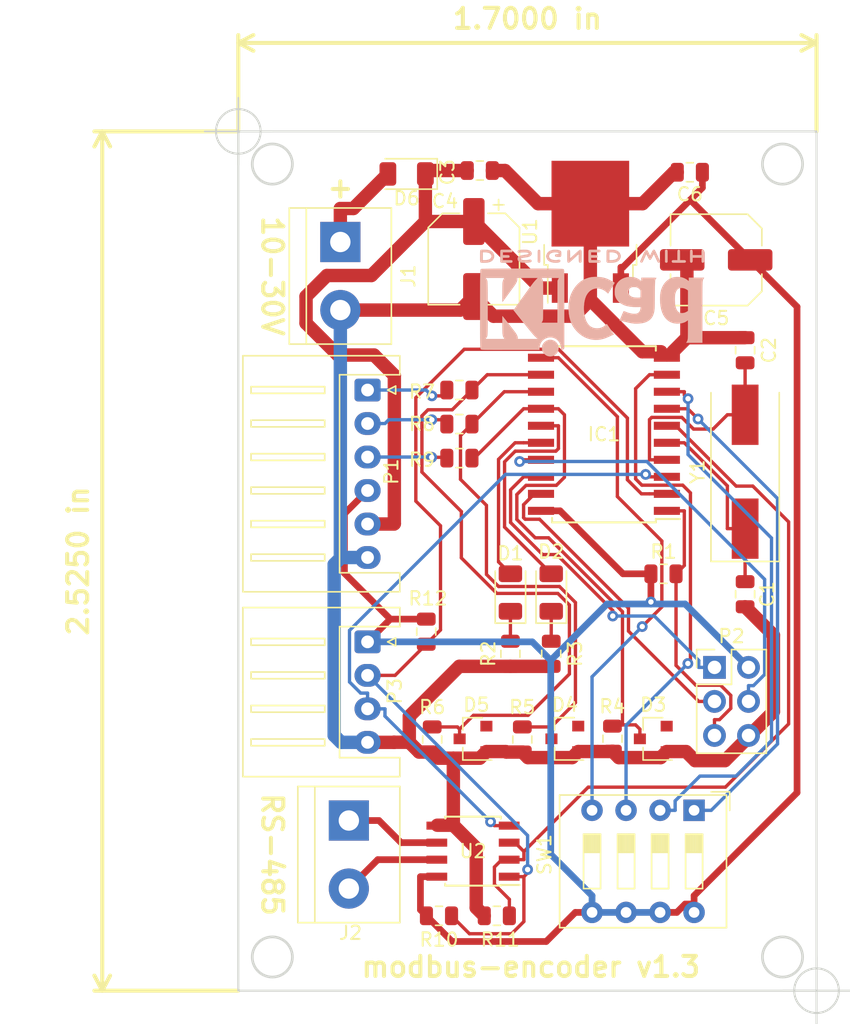
<source format=kicad_pcb>
(kicad_pcb (version 20171130) (host pcbnew 5.1.4+dfsg1-1~bpo10+1)

  (general
    (thickness 1.6)
    (drawings 16)
    (tracks 371)
    (zones 0)
    (modules 35)
    (nets 30)
  )

  (page A4)
  (layers
    (0 F.Cu signal)
    (31 B.Cu signal)
    (32 B.Adhes user)
    (33 F.Adhes user)
    (34 B.Paste user)
    (35 F.Paste user)
    (36 B.SilkS user)
    (37 F.SilkS user)
    (38 B.Mask user)
    (39 F.Mask user)
    (40 Dwgs.User user)
    (41 Cmts.User user)
    (42 Eco1.User user)
    (43 Eco2.User user)
    (44 Edge.Cuts user)
    (45 Margin user)
    (46 B.CrtYd user)
    (47 F.CrtYd user)
    (48 B.Fab user)
    (49 F.Fab user)
  )

  (setup
    (last_trace_width 0.25)
    (trace_clearance 0.2)
    (zone_clearance 0.508)
    (zone_45_only no)
    (trace_min 0.2)
    (via_size 0.8)
    (via_drill 0.4)
    (via_min_size 0.4)
    (via_min_drill 0.3)
    (uvia_size 0.3)
    (uvia_drill 0.1)
    (uvias_allowed no)
    (uvia_min_size 0.2)
    (uvia_min_drill 0.1)
    (edge_width 0.15)
    (segment_width 0.2)
    (pcb_text_width 0.3)
    (pcb_text_size 1.5 1.5)
    (mod_edge_width 0.15)
    (mod_text_size 1 1)
    (mod_text_width 0.15)
    (pad_size 2.2 1.2)
    (pad_drill 0)
    (pad_to_mask_clearance 0.051)
    (solder_mask_min_width 0.25)
    (aux_axis_origin 91.44 117.475)
    (grid_origin 91.44 117.475)
    (visible_elements FFFFFF7F)
    (pcbplotparams
      (layerselection 0x010fc_ffffffff)
      (usegerberextensions false)
      (usegerberattributes false)
      (usegerberadvancedattributes false)
      (creategerberjobfile false)
      (excludeedgelayer true)
      (linewidth 0.100000)
      (plotframeref false)
      (viasonmask false)
      (mode 1)
      (useauxorigin false)
      (hpglpennumber 1)
      (hpglpenspeed 20)
      (hpglpendiameter 15.000000)
      (psnegative false)
      (psa4output false)
      (plotreference true)
      (plotvalue true)
      (plotinvisibletext false)
      (padsonsilk false)
      (subtractmaskfromsilk false)
      (outputformat 1)
      (mirror false)
      (drillshape 0)
      (scaleselection 1)
      (outputdirectory "gerber/"))
  )

  (net 0 "")
  (net 1 +24V)
  (net 2 GND)
  (net 3 /PHASEB)
  (net 4 /PHASEZ)
  (net 5 "Net-(P1-Pad3)")
  (net 6 "Net-(P1-Pad2)")
  (net 7 /PHASEA)
  (net 8 "Net-(P1-Pad1)")
  (net 9 /RST)
  (net 10 +5V)
  (net 11 "Net-(D1-Pad1)")
  (net 12 "Net-(D2-Pad1)")
  (net 13 "Net-(C1-Pad1)")
  (net 14 "Net-(C2-Pad1)")
  (net 15 /MISO)
  (net 16 /SCK)
  (net 17 /MOSI)
  (net 18 /RX)
  (net 19 /TX)
  (net 20 /LED1)
  (net 21 /LED2)
  (net 22 "Net-(D6-Pad2)")
  (net 23 "Net-(J2-Pad1)")
  (net 24 "Net-(J2-Pad2)")
  (net 25 /RDE)
  (net 26 /A0)
  (net 27 /A1)
  (net 28 /A2)
  (net 29 /A3)

  (net_class Default "Это класс цепей по умолчанию."
    (clearance 0.2)
    (trace_width 0.25)
    (via_dia 0.8)
    (via_drill 0.4)
    (uvia_dia 0.3)
    (uvia_drill 0.1)
    (add_net /A0)
    (add_net /A1)
    (add_net /A2)
    (add_net /A3)
    (add_net /LED1)
    (add_net /LED2)
    (add_net /MISO)
    (add_net /MOSI)
    (add_net /PHASEA)
    (add_net /PHASEB)
    (add_net /PHASEZ)
    (add_net /RDE)
    (add_net /RST)
    (add_net /RX)
    (add_net /SCK)
    (add_net /TX)
    (add_net "Net-(C1-Pad1)")
    (add_net "Net-(C2-Pad1)")
    (add_net "Net-(D1-Pad1)")
    (add_net "Net-(D2-Pad1)")
    (add_net "Net-(P1-Pad1)")
    (add_net "Net-(P1-Pad2)")
    (add_net "Net-(P1-Pad3)")
  )

  (net_class +24V ""
    (clearance 0.5)
    (trace_width 1)
    (via_dia 1.2)
    (via_drill 0.8)
    (uvia_dia 0.3)
    (uvia_drill 0.1)
    (add_net +24V)
    (add_net GND)
    (add_net "Net-(D6-Pad2)")
  )

  (net_class +5V ""
    (clearance 0.2)
    (trace_width 0.5)
    (via_dia 0.8)
    (via_drill 0.4)
    (uvia_dia 0.3)
    (uvia_drill 0.1)
    (add_net +5V)
  )

  (net_class RS-485 ""
    (clearance 0.5)
    (trace_width 0.5)
    (via_dia 0.8)
    (via_drill 0.4)
    (uvia_dia 0.3)
    (uvia_drill 0.1)
    (add_net "Net-(J2-Pad1)")
    (add_net "Net-(J2-Pad2)")
  )

  (module LED_SMD:LED_1206_3216Metric (layer F.Cu) (tedit 5B301BBE) (tstamp 5D8F02BB)
    (at 114.808 87.757 90)
    (descr "LED SMD 1206 (3216 Metric), square (rectangular) end terminal, IPC_7351 nominal, (Body size source: http://www.tortai-tech.com/upload/download/2011102023233369053.pdf), generated with kicad-footprint-generator")
    (tags diode)
    (path /5D7B2E77)
    (attr smd)
    (fp_text reference D2 (at 3.048 0 180) (layer F.SilkS)
      (effects (font (size 1 1) (thickness 0.15)))
    )
    (fp_text value LED_YEL (at 0 1.905 90) (layer F.Fab)
      (effects (font (size 1 1) (thickness 0.15)))
    )
    (fp_text user %R (at 0 0 90) (layer F.Fab)
      (effects (font (size 0.5 0.5) (thickness 0.08)))
    )
    (fp_line (start 2.28 1.12) (end -2.28 1.12) (layer F.CrtYd) (width 0.05))
    (fp_line (start 2.28 -1.12) (end 2.28 1.12) (layer F.CrtYd) (width 0.05))
    (fp_line (start -2.28 -1.12) (end 2.28 -1.12) (layer F.CrtYd) (width 0.05))
    (fp_line (start -2.28 1.12) (end -2.28 -1.12) (layer F.CrtYd) (width 0.05))
    (fp_line (start -2.285 1.135) (end 1.6 1.135) (layer F.SilkS) (width 0.12))
    (fp_line (start -2.285 -1.135) (end -2.285 1.135) (layer F.SilkS) (width 0.12))
    (fp_line (start 1.6 -1.135) (end -2.285 -1.135) (layer F.SilkS) (width 0.12))
    (fp_line (start 1.6 0.8) (end 1.6 -0.8) (layer F.Fab) (width 0.1))
    (fp_line (start -1.6 0.8) (end 1.6 0.8) (layer F.Fab) (width 0.1))
    (fp_line (start -1.6 -0.4) (end -1.6 0.8) (layer F.Fab) (width 0.1))
    (fp_line (start -1.2 -0.8) (end -1.6 -0.4) (layer F.Fab) (width 0.1))
    (fp_line (start 1.6 -0.8) (end -1.2 -0.8) (layer F.Fab) (width 0.1))
    (pad 2 smd roundrect (at 1.4 0 90) (size 1.25 1.75) (layers F.Cu F.Paste F.Mask) (roundrect_rratio 0.2)
      (net 20 /LED1))
    (pad 1 smd roundrect (at -1.4 0 90) (size 1.25 1.75) (layers F.Cu F.Paste F.Mask) (roundrect_rratio 0.2)
      (net 12 "Net-(D2-Pad1)"))
    (model ${KISYS3DMOD}/LED_SMD.3dshapes/LED_1206_3216Metric.wrl
      (at (xyz 0 0 0))
      (scale (xyz 1 1 1))
      (rotate (xyz 0 0 0))
    )
  )

  (module LED_SMD:LED_1206_3216Metric (layer F.Cu) (tedit 5B301BBE) (tstamp 5D8EFEFD)
    (at 111.76 87.757 90)
    (descr "LED SMD 1206 (3216 Metric), square (rectangular) end terminal, IPC_7351 nominal, (Body size source: http://www.tortai-tech.com/upload/download/2011102023233369053.pdf), generated with kicad-footprint-generator")
    (tags diode)
    (path /5D7B2E24)
    (attr smd)
    (fp_text reference D1 (at 2.924 0 180) (layer F.SilkS)
      (effects (font (size 1 1) (thickness 0.15)))
    )
    (fp_text value LED_RED (at 0.254 -1.778 90) (layer F.Fab)
      (effects (font (size 1 1) (thickness 0.15)))
    )
    (fp_text user %R (at 0 0 90) (layer F.Fab)
      (effects (font (size 0.5 0.5) (thickness 0.08)))
    )
    (fp_line (start 2.28 1.12) (end -2.28 1.12) (layer F.CrtYd) (width 0.05))
    (fp_line (start 2.28 -1.12) (end 2.28 1.12) (layer F.CrtYd) (width 0.05))
    (fp_line (start -2.28 -1.12) (end 2.28 -1.12) (layer F.CrtYd) (width 0.05))
    (fp_line (start -2.28 1.12) (end -2.28 -1.12) (layer F.CrtYd) (width 0.05))
    (fp_line (start -2.285 1.135) (end 1.6 1.135) (layer F.SilkS) (width 0.12))
    (fp_line (start -2.285 -1.135) (end -2.285 1.135) (layer F.SilkS) (width 0.12))
    (fp_line (start 1.6 -1.135) (end -2.285 -1.135) (layer F.SilkS) (width 0.12))
    (fp_line (start 1.6 0.8) (end 1.6 -0.8) (layer F.Fab) (width 0.1))
    (fp_line (start -1.6 0.8) (end 1.6 0.8) (layer F.Fab) (width 0.1))
    (fp_line (start -1.6 -0.4) (end -1.6 0.8) (layer F.Fab) (width 0.1))
    (fp_line (start -1.2 -0.8) (end -1.6 -0.4) (layer F.Fab) (width 0.1))
    (fp_line (start 1.6 -0.8) (end -1.2 -0.8) (layer F.Fab) (width 0.1))
    (pad 2 smd roundrect (at 1.4 0 90) (size 1.25 1.75) (layers F.Cu F.Paste F.Mask) (roundrect_rratio 0.2)
      (net 21 /LED2))
    (pad 1 smd roundrect (at -1.4 0 90) (size 1.25 1.75) (layers F.Cu F.Paste F.Mask) (roundrect_rratio 0.2)
      (net 11 "Net-(D1-Pad1)"))
    (model ${KISYS3DMOD}/LED_SMD.3dshapes/LED_1206_3216Metric.wrl
      (at (xyz 0 0 0))
      (scale (xyz 1 1 1))
      (rotate (xyz 0 0 0))
    )
  )

  (module Diode_SMD:D_SOT-23_ANK (layer F.Cu) (tedit 587CCEF9) (tstamp 5DA72A86)
    (at 108.966 98.679 180)
    (descr "SOT-23, Single Diode")
    (tags SOT-23)
    (path /5DA84DFB)
    (attr smd)
    (fp_text reference D5 (at -0.254 2.54) (layer F.SilkS)
      (effects (font (size 1 1) (thickness 0.15)))
    )
    (fp_text value BZX84Cxx (at 0 2.5) (layer F.Fab) hide
      (effects (font (size 1 1) (thickness 0.15)))
    )
    (fp_line (start 0.76 1.58) (end -0.7 1.58) (layer F.SilkS) (width 0.12))
    (fp_line (start -0.7 -1.52) (end -0.7 1.52) (layer F.Fab) (width 0.1))
    (fp_line (start -0.7 -1.52) (end 0.7 -1.52) (layer F.Fab) (width 0.1))
    (fp_line (start 0.76 -1.58) (end -1.4 -1.58) (layer F.SilkS) (width 0.12))
    (fp_line (start -1.7 1.75) (end -1.7 -1.75) (layer F.CrtYd) (width 0.05))
    (fp_line (start 1.7 1.75) (end -1.7 1.75) (layer F.CrtYd) (width 0.05))
    (fp_line (start 1.7 -1.75) (end 1.7 1.75) (layer F.CrtYd) (width 0.05))
    (fp_line (start -1.7 -1.75) (end 1.7 -1.75) (layer F.CrtYd) (width 0.05))
    (fp_line (start -0.7 1.52) (end 0.7 1.52) (layer F.Fab) (width 0.1))
    (fp_line (start 0.7 -1.52) (end 0.7 1.52) (layer F.Fab) (width 0.1))
    (fp_line (start 0.76 -1.58) (end 0.76 -0.65) (layer F.SilkS) (width 0.12))
    (fp_line (start 0.76 1.58) (end 0.76 0.65) (layer F.SilkS) (width 0.12))
    (fp_line (start 0.15 -0.65) (end 0.15 -0.25) (layer F.Fab) (width 0.1))
    (fp_line (start 0.15 -0.45) (end 0.4 -0.45) (layer F.Fab) (width 0.1))
    (fp_line (start 0.15 -0.45) (end -0.15 -0.65) (layer F.Fab) (width 0.1))
    (fp_line (start -0.15 -0.65) (end -0.15 -0.25) (layer F.Fab) (width 0.1))
    (fp_line (start -0.15 -0.25) (end 0.15 -0.45) (layer F.Fab) (width 0.1))
    (fp_line (start -0.15 -0.45) (end -0.4 -0.45) (layer F.Fab) (width 0.1))
    (fp_text user %R (at 0 -2.5) (layer F.Fab)
      (effects (font (size 1 1) (thickness 0.15)))
    )
    (pad 1 smd rect (at 1 0 180) (size 0.9 0.8) (layers F.Cu F.Paste F.Mask)
      (net 7 /PHASEA))
    (pad "" smd rect (at -1 0.95 180) (size 0.9 0.8) (layers F.Cu F.Paste F.Mask))
    (pad 2 smd rect (at -1 -0.95 180) (size 0.9 0.8) (layers F.Cu F.Paste F.Mask)
      (net 2 GND))
    (model ${KISYS3DMOD}/Diode_SMD.3dshapes/D_SOT-23.wrl
      (at (xyz 0 0 0))
      (scale (xyz 1 1 1))
      (rotate (xyz 0 0 0))
    )
  )

  (module Diode_SMD:D_SOT-23_ANK (layer F.Cu) (tedit 587CCEF9) (tstamp 5DA72A6C)
    (at 115.824 98.676 180)
    (descr "SOT-23, Single Diode")
    (tags SOT-23)
    (path /5DA83569)
    (attr smd)
    (fp_text reference D4 (at 0 2.537001) (layer F.SilkS)
      (effects (font (size 1 1) (thickness 0.15)))
    )
    (fp_text value BZX84Cxx (at 0 2.5) (layer F.Fab) hide
      (effects (font (size 1 1) (thickness 0.15)))
    )
    (fp_line (start 0.76 1.58) (end -0.7 1.58) (layer F.SilkS) (width 0.12))
    (fp_line (start -0.7 -1.52) (end -0.7 1.52) (layer F.Fab) (width 0.1))
    (fp_line (start -0.7 -1.52) (end 0.7 -1.52) (layer F.Fab) (width 0.1))
    (fp_line (start 0.76 -1.58) (end -1.4 -1.58) (layer F.SilkS) (width 0.12))
    (fp_line (start -1.7 1.75) (end -1.7 -1.75) (layer F.CrtYd) (width 0.05))
    (fp_line (start 1.7 1.75) (end -1.7 1.75) (layer F.CrtYd) (width 0.05))
    (fp_line (start 1.7 -1.75) (end 1.7 1.75) (layer F.CrtYd) (width 0.05))
    (fp_line (start -1.7 -1.75) (end 1.7 -1.75) (layer F.CrtYd) (width 0.05))
    (fp_line (start -0.7 1.52) (end 0.7 1.52) (layer F.Fab) (width 0.1))
    (fp_line (start 0.7 -1.52) (end 0.7 1.52) (layer F.Fab) (width 0.1))
    (fp_line (start 0.76 -1.58) (end 0.76 -0.65) (layer F.SilkS) (width 0.12))
    (fp_line (start 0.76 1.58) (end 0.76 0.65) (layer F.SilkS) (width 0.12))
    (fp_line (start 0.15 -0.65) (end 0.15 -0.25) (layer F.Fab) (width 0.1))
    (fp_line (start 0.15 -0.45) (end 0.4 -0.45) (layer F.Fab) (width 0.1))
    (fp_line (start 0.15 -0.45) (end -0.15 -0.65) (layer F.Fab) (width 0.1))
    (fp_line (start -0.15 -0.65) (end -0.15 -0.25) (layer F.Fab) (width 0.1))
    (fp_line (start -0.15 -0.25) (end 0.15 -0.45) (layer F.Fab) (width 0.1))
    (fp_line (start -0.15 -0.45) (end -0.4 -0.45) (layer F.Fab) (width 0.1))
    (fp_text user %R (at 0 -2.5) (layer F.Fab)
      (effects (font (size 1 1) (thickness 0.15)))
    )
    (pad 1 smd rect (at 1 0 180) (size 0.9 0.8) (layers F.Cu F.Paste F.Mask)
      (net 3 /PHASEB))
    (pad "" smd rect (at -1 0.95 180) (size 0.9 0.8) (layers F.Cu F.Paste F.Mask))
    (pad 2 smd rect (at -1 -0.95 180) (size 0.9 0.8) (layers F.Cu F.Paste F.Mask)
      (net 2 GND))
    (model ${KISYS3DMOD}/Diode_SMD.3dshapes/D_SOT-23.wrl
      (at (xyz 0 0 0))
      (scale (xyz 1 1 1))
      (rotate (xyz 0 0 0))
    )
  )

  (module Diode_SMD:D_SOT-23_ANK (layer F.Cu) (tedit 587CCEF9) (tstamp 5DA74BE6)
    (at 122.428 98.679 180)
    (descr "SOT-23, Single Diode")
    (tags SOT-23)
    (path /5DA7FB40)
    (attr smd)
    (fp_text reference D3 (at 0 2.54) (layer F.SilkS)
      (effects (font (size 1 1) (thickness 0.15)))
    )
    (fp_text value BZX84Cxx (at 0 2.5) (layer F.Fab) hide
      (effects (font (size 1 1) (thickness 0.15)))
    )
    (fp_line (start 0.76 1.58) (end -0.7 1.58) (layer F.SilkS) (width 0.12))
    (fp_line (start -0.7 -1.52) (end -0.7 1.52) (layer F.Fab) (width 0.1))
    (fp_line (start -0.7 -1.52) (end 0.7 -1.52) (layer F.Fab) (width 0.1))
    (fp_line (start 0.76 -1.58) (end -1.4 -1.58) (layer F.SilkS) (width 0.12))
    (fp_line (start -1.7 1.75) (end -1.7 -1.75) (layer F.CrtYd) (width 0.05))
    (fp_line (start 1.7 1.75) (end -1.7 1.75) (layer F.CrtYd) (width 0.05))
    (fp_line (start 1.7 -1.75) (end 1.7 1.75) (layer F.CrtYd) (width 0.05))
    (fp_line (start -1.7 -1.75) (end 1.7 -1.75) (layer F.CrtYd) (width 0.05))
    (fp_line (start -0.7 1.52) (end 0.7 1.52) (layer F.Fab) (width 0.1))
    (fp_line (start 0.7 -1.52) (end 0.7 1.52) (layer F.Fab) (width 0.1))
    (fp_line (start 0.76 -1.58) (end 0.76 -0.65) (layer F.SilkS) (width 0.12))
    (fp_line (start 0.76 1.58) (end 0.76 0.65) (layer F.SilkS) (width 0.12))
    (fp_line (start 0.15 -0.65) (end 0.15 -0.25) (layer F.Fab) (width 0.1))
    (fp_line (start 0.15 -0.45) (end 0.4 -0.45) (layer F.Fab) (width 0.1))
    (fp_line (start 0.15 -0.45) (end -0.15 -0.65) (layer F.Fab) (width 0.1))
    (fp_line (start -0.15 -0.65) (end -0.15 -0.25) (layer F.Fab) (width 0.1))
    (fp_line (start -0.15 -0.25) (end 0.15 -0.45) (layer F.Fab) (width 0.1))
    (fp_line (start -0.15 -0.45) (end -0.4 -0.45) (layer F.Fab) (width 0.1))
    (fp_text user %R (at 0 -2.5) (layer F.Fab)
      (effects (font (size 1 1) (thickness 0.15)))
    )
    (pad 1 smd rect (at 1 0 180) (size 0.9 0.8) (layers F.Cu F.Paste F.Mask)
      (net 4 /PHASEZ))
    (pad "" smd rect (at -1 0.95 180) (size 0.9 0.8) (layers F.Cu F.Paste F.Mask))
    (pad 2 smd rect (at -1 -0.95 180) (size 0.9 0.8) (layers F.Cu F.Paste F.Mask)
      (net 2 GND))
    (model ${KISYS3DMOD}/Diode_SMD.3dshapes/D_SOT-23.wrl
      (at (xyz 0 0 0))
      (scale (xyz 1 1 1))
      (rotate (xyz 0 0 0))
    )
  )

  (module Resistor_SMD:R_0805_2012Metric (layer F.Cu) (tedit 5B36C52B) (tstamp 5D80D01A)
    (at 105.474 90.678 90)
    (descr "Resistor SMD 0805 (2012 Metric), square (rectangular) end terminal, IPC_7351 nominal, (Body size source: https://docs.google.com/spreadsheets/d/1BsfQQcO9C6DZCsRaXUlFlo91Tg2WpOkGARC1WS5S8t0/edit?usp=sharing), generated with kicad-footprint-generator")
    (tags resistor)
    (path /5D81B686)
    (attr smd)
    (fp_text reference R12 (at 2.4765 0.127 180) (layer F.SilkS)
      (effects (font (size 1 1) (thickness 0.15)))
    )
    (fp_text value 10K (at -2.54 0 180) (layer F.Fab)
      (effects (font (size 1 1) (thickness 0.15)))
    )
    (fp_line (start -1 0.6) (end -1 -0.6) (layer F.Fab) (width 0.1))
    (fp_line (start -1 -0.6) (end 1 -0.6) (layer F.Fab) (width 0.1))
    (fp_line (start 1 -0.6) (end 1 0.6) (layer F.Fab) (width 0.1))
    (fp_line (start 1 0.6) (end -1 0.6) (layer F.Fab) (width 0.1))
    (fp_line (start -0.258578 -0.71) (end 0.258578 -0.71) (layer F.SilkS) (width 0.12))
    (fp_line (start -0.258578 0.71) (end 0.258578 0.71) (layer F.SilkS) (width 0.12))
    (fp_line (start -1.68 0.95) (end -1.68 -0.95) (layer F.CrtYd) (width 0.05))
    (fp_line (start -1.68 -0.95) (end 1.68 -0.95) (layer F.CrtYd) (width 0.05))
    (fp_line (start 1.68 -0.95) (end 1.68 0.95) (layer F.CrtYd) (width 0.05))
    (fp_line (start 1.68 0.95) (end -1.68 0.95) (layer F.CrtYd) (width 0.05))
    (fp_text user %R (at 0 0 90) (layer F.Fab)
      (effects (font (size 0.5 0.5) (thickness 0.08)))
    )
    (pad 1 smd roundrect (at -0.9375 0 90) (size 0.975 1.4) (layers F.Cu F.Paste F.Mask) (roundrect_rratio 0.25)
      (net 18 /RX))
    (pad 2 smd roundrect (at 0.9375 0 90) (size 0.975 1.4) (layers F.Cu F.Paste F.Mask) (roundrect_rratio 0.25)
      (net 10 +5V))
    (model ${KISYS3DMOD}/Resistor_SMD.3dshapes/R_0805_2012Metric.wrl
      (at (xyz 0 0 0))
      (scale (xyz 1 1 1))
      (rotate (xyz 0 0 0))
    )
  )

  (module Capacitor_SMD:C_0805_2012Metric (layer F.Cu) (tedit 5B36C52B) (tstamp 5D7E6186)
    (at 125.158 56.388 180)
    (descr "Capacitor SMD 0805 (2012 Metric), square (rectangular) end terminal, IPC_7351 nominal, (Body size source: https://docs.google.com/spreadsheets/d/1BsfQQcO9C6DZCsRaXUlFlo91Tg2WpOkGARC1WS5S8t0/edit?usp=sharing), generated with kicad-footprint-generator")
    (tags capacitor)
    (path /5D7F3A01)
    (attr smd)
    (fp_text reference C6 (at 0 -1.65 180) (layer F.SilkS)
      (effects (font (size 1 1) (thickness 0.15)))
    )
    (fp_text value 0,1mF (at 0 1.65 180) (layer F.Fab)
      (effects (font (size 1 1) (thickness 0.15)))
    )
    (fp_line (start -1 0.6) (end -1 -0.6) (layer F.Fab) (width 0.1))
    (fp_line (start -1 -0.6) (end 1 -0.6) (layer F.Fab) (width 0.1))
    (fp_line (start 1 -0.6) (end 1 0.6) (layer F.Fab) (width 0.1))
    (fp_line (start 1 0.6) (end -1 0.6) (layer F.Fab) (width 0.1))
    (fp_line (start -0.258578 -0.71) (end 0.258578 -0.71) (layer F.SilkS) (width 0.12))
    (fp_line (start -0.258578 0.71) (end 0.258578 0.71) (layer F.SilkS) (width 0.12))
    (fp_line (start -1.68 0.95) (end -1.68 -0.95) (layer F.CrtYd) (width 0.05))
    (fp_line (start -1.68 -0.95) (end 1.68 -0.95) (layer F.CrtYd) (width 0.05))
    (fp_line (start 1.68 -0.95) (end 1.68 0.95) (layer F.CrtYd) (width 0.05))
    (fp_line (start 1.68 0.95) (end -1.68 0.95) (layer F.CrtYd) (width 0.05))
    (fp_text user %R (at 0 0 180) (layer F.Fab)
      (effects (font (size 0.5 0.5) (thickness 0.08)))
    )
    (pad 1 smd roundrect (at -0.9375 0 180) (size 0.975 1.4) (layers F.Cu F.Paste F.Mask) (roundrect_rratio 0.25)
      (net 10 +5V))
    (pad 2 smd roundrect (at 0.9375 0 180) (size 0.975 1.4) (layers F.Cu F.Paste F.Mask) (roundrect_rratio 0.25)
      (net 2 GND))
    (model ${KISYS3DMOD}/Capacitor_SMD.3dshapes/C_0805_2012Metric.wrl
      (at (xyz 0 0 0))
      (scale (xyz 1 1 1))
      (rotate (xyz 0 0 0))
    )
  )

  (module Capacitor_SMD:C_Elec_6.3x7.7 (layer F.Cu) (tedit 5BC8D926) (tstamp 5D7E6155)
    (at 127.127 62.9285 180)
    (descr "SMD capacitor, aluminum electrolytic nonpolar, 6.3x7.7mm")
    (tags "capacitor electrolyic nonpolar")
    (path /5D7F3934)
    (attr smd)
    (fp_text reference C5 (at 0 -4.35 180) (layer F.SilkS)
      (effects (font (size 1 1) (thickness 0.15)))
    )
    (fp_text value 100mF (at 0 4.35 180) (layer F.Fab)
      (effects (font (size 1 1) (thickness 0.15)))
    )
    (fp_circle (center 0 0) (end 3.15 0) (layer F.Fab) (width 0.1))
    (fp_line (start 3.3 -3.3) (end 3.3 3.3) (layer F.Fab) (width 0.1))
    (fp_line (start -2.3 -3.3) (end 3.3 -3.3) (layer F.Fab) (width 0.1))
    (fp_line (start -2.3 3.3) (end 3.3 3.3) (layer F.Fab) (width 0.1))
    (fp_line (start -3.3 -2.3) (end -3.3 2.3) (layer F.Fab) (width 0.1))
    (fp_line (start -3.3 -2.3) (end -2.3 -3.3) (layer F.Fab) (width 0.1))
    (fp_line (start -3.3 2.3) (end -2.3 3.3) (layer F.Fab) (width 0.1))
    (fp_line (start 3.41 3.41) (end 3.41 1.06) (layer F.SilkS) (width 0.12))
    (fp_line (start 3.41 -3.41) (end 3.41 -1.06) (layer F.SilkS) (width 0.12))
    (fp_line (start -2.345563 -3.41) (end 3.41 -3.41) (layer F.SilkS) (width 0.12))
    (fp_line (start -2.345563 3.41) (end 3.41 3.41) (layer F.SilkS) (width 0.12))
    (fp_line (start -3.41 2.345563) (end -3.41 1.06) (layer F.SilkS) (width 0.12))
    (fp_line (start -3.41 -2.345563) (end -3.41 -1.06) (layer F.SilkS) (width 0.12))
    (fp_line (start -3.41 -2.345563) (end -2.345563 -3.41) (layer F.SilkS) (width 0.12))
    (fp_line (start -3.41 2.345563) (end -2.345563 3.41) (layer F.SilkS) (width 0.12))
    (fp_line (start 3.55 -3.55) (end 3.55 -1.05) (layer F.CrtYd) (width 0.05))
    (fp_line (start 3.55 -1.05) (end 4.45 -1.05) (layer F.CrtYd) (width 0.05))
    (fp_line (start 4.45 -1.05) (end 4.45 1.05) (layer F.CrtYd) (width 0.05))
    (fp_line (start 4.45 1.05) (end 3.55 1.05) (layer F.CrtYd) (width 0.05))
    (fp_line (start 3.55 1.05) (end 3.55 3.55) (layer F.CrtYd) (width 0.05))
    (fp_line (start -2.4 3.55) (end 3.55 3.55) (layer F.CrtYd) (width 0.05))
    (fp_line (start -2.4 -3.55) (end 3.55 -3.55) (layer F.CrtYd) (width 0.05))
    (fp_line (start -3.55 2.4) (end -2.4 3.55) (layer F.CrtYd) (width 0.05))
    (fp_line (start -3.55 -2.4) (end -2.4 -3.55) (layer F.CrtYd) (width 0.05))
    (fp_line (start -3.55 -2.4) (end -3.55 -1.05) (layer F.CrtYd) (width 0.05))
    (fp_line (start -3.55 1.05) (end -3.55 2.4) (layer F.CrtYd) (width 0.05))
    (fp_line (start -3.55 -1.05) (end -4.45 -1.05) (layer F.CrtYd) (width 0.05))
    (fp_line (start -4.45 -1.05) (end -4.45 1.05) (layer F.CrtYd) (width 0.05))
    (fp_line (start -4.45 1.05) (end -3.55 1.05) (layer F.CrtYd) (width 0.05))
    (fp_text user %R (at 0 0 180) (layer F.Fab)
      (effects (font (size 1 1) (thickness 0.15)))
    )
    (pad 1 smd roundrect (at -2.5375 0 180) (size 3.325 1.6) (layers F.Cu F.Paste F.Mask) (roundrect_rratio 0.15625)
      (net 10 +5V))
    (pad 2 smd roundrect (at 2.5375 0 180) (size 3.325 1.6) (layers F.Cu F.Paste F.Mask) (roundrect_rratio 0.15625)
      (net 2 GND))
    (model ${KISYS3DMOD}/Capacitor_SMD.3dshapes/C_Elec_6.3x7.7.wrl
      (at (xyz 0 0 0))
      (scale (xyz 1 1 1))
      (rotate (xyz 0 0 0))
    )
  )

  (module Button_Switch_THT:SW_DIP_SPSTx04_Slide_9.78x12.34mm_W7.62mm_P2.54mm (layer F.Cu) (tedit 5D7B8F7C) (tstamp 5D7C2BA7)
    (at 125.476 104.013 270)
    (descr "4x-dip-switch SPST , Slide, row spacing 7.62 mm (300 mils), body size 9.78x12.34mm (see e.g. https://www.ctscorp.com/wp-content/uploads/206-208.pdf)")
    (tags "DIP Switch SPST Slide 7.62mm 300mil")
    (path /5D7BE9E3)
    (fp_text reference SW1 (at 3.302 11.176 270) (layer F.SilkS)
      (effects (font (size 1 1) (thickness 0.15)))
    )
    (fp_text value ADDRESS_SW (at 3.81 11.04 270) (layer F.Fab) hide
      (effects (font (size 1 1) (thickness 0.15)))
    )
    (fp_line (start -0.08 -2.36) (end 8.7 -2.36) (layer F.Fab) (width 0.1))
    (fp_line (start 8.7 -2.36) (end 8.7 9.98) (layer F.Fab) (width 0.1))
    (fp_line (start 8.7 9.98) (end -1.08 9.98) (layer F.Fab) (width 0.1))
    (fp_line (start -1.08 9.98) (end -1.08 -1.36) (layer F.Fab) (width 0.1))
    (fp_line (start -1.08 -1.36) (end -0.08 -2.36) (layer F.Fab) (width 0.1))
    (fp_line (start 1.78 -0.635) (end 1.78 0.635) (layer F.Fab) (width 0.1))
    (fp_line (start 1.78 0.635) (end 5.84 0.635) (layer F.Fab) (width 0.1))
    (fp_line (start 5.84 0.635) (end 5.84 -0.635) (layer F.Fab) (width 0.1))
    (fp_line (start 5.84 -0.635) (end 1.78 -0.635) (layer F.Fab) (width 0.1))
    (fp_line (start 1.78 -0.535) (end 3.133333 -0.535) (layer F.Fab) (width 0.1))
    (fp_line (start 1.78 -0.435) (end 3.133333 -0.435) (layer F.Fab) (width 0.1))
    (fp_line (start 1.78 -0.335) (end 3.133333 -0.335) (layer F.Fab) (width 0.1))
    (fp_line (start 1.78 -0.235) (end 3.133333 -0.235) (layer F.Fab) (width 0.1))
    (fp_line (start 1.78 -0.135) (end 3.133333 -0.135) (layer F.Fab) (width 0.1))
    (fp_line (start 1.78 -0.035) (end 3.133333 -0.035) (layer F.Fab) (width 0.1))
    (fp_line (start 1.78 0.065) (end 3.133333 0.065) (layer F.Fab) (width 0.1))
    (fp_line (start 1.78 0.165) (end 3.133333 0.165) (layer F.Fab) (width 0.1))
    (fp_line (start 1.78 0.265) (end 3.133333 0.265) (layer F.Fab) (width 0.1))
    (fp_line (start 1.78 0.365) (end 3.133333 0.365) (layer F.Fab) (width 0.1))
    (fp_line (start 1.78 0.465) (end 3.133333 0.465) (layer F.Fab) (width 0.1))
    (fp_line (start 1.78 0.565) (end 3.133333 0.565) (layer F.Fab) (width 0.1))
    (fp_line (start 3.133333 -0.635) (end 3.133333 0.635) (layer F.Fab) (width 0.1))
    (fp_line (start 1.78 1.905) (end 1.78 3.175) (layer F.Fab) (width 0.1))
    (fp_line (start 1.78 3.175) (end 5.84 3.175) (layer F.Fab) (width 0.1))
    (fp_line (start 5.84 3.175) (end 5.84 1.905) (layer F.Fab) (width 0.1))
    (fp_line (start 5.84 1.905) (end 1.78 1.905) (layer F.Fab) (width 0.1))
    (fp_line (start 1.78 2.005) (end 3.133333 2.005) (layer F.Fab) (width 0.1))
    (fp_line (start 1.78 2.105) (end 3.133333 2.105) (layer F.Fab) (width 0.1))
    (fp_line (start 1.78 2.205) (end 3.133333 2.205) (layer F.Fab) (width 0.1))
    (fp_line (start 1.78 2.305) (end 3.133333 2.305) (layer F.Fab) (width 0.1))
    (fp_line (start 1.78 2.405) (end 3.133333 2.405) (layer F.Fab) (width 0.1))
    (fp_line (start 1.78 2.505) (end 3.133333 2.505) (layer F.Fab) (width 0.1))
    (fp_line (start 1.78 2.605) (end 3.133333 2.605) (layer F.Fab) (width 0.1))
    (fp_line (start 1.78 2.705) (end 3.133333 2.705) (layer F.Fab) (width 0.1))
    (fp_line (start 1.78 2.805) (end 3.133333 2.805) (layer F.Fab) (width 0.1))
    (fp_line (start 1.78 2.905) (end 3.133333 2.905) (layer F.Fab) (width 0.1))
    (fp_line (start 1.78 3.005) (end 3.133333 3.005) (layer F.Fab) (width 0.1))
    (fp_line (start 1.78 3.105) (end 3.133333 3.105) (layer F.Fab) (width 0.1))
    (fp_line (start 3.133333 1.905) (end 3.133333 3.175) (layer F.Fab) (width 0.1))
    (fp_line (start 1.78 4.445) (end 1.78 5.715) (layer F.Fab) (width 0.1))
    (fp_line (start 1.78 5.715) (end 5.84 5.715) (layer F.Fab) (width 0.1))
    (fp_line (start 5.84 5.715) (end 5.84 4.445) (layer F.Fab) (width 0.1))
    (fp_line (start 5.84 4.445) (end 1.78 4.445) (layer F.Fab) (width 0.1))
    (fp_line (start 1.78 4.545) (end 3.133333 4.545) (layer F.Fab) (width 0.1))
    (fp_line (start 1.78 4.645) (end 3.133333 4.645) (layer F.Fab) (width 0.1))
    (fp_line (start 1.78 4.745) (end 3.133333 4.745) (layer F.Fab) (width 0.1))
    (fp_line (start 1.78 4.845) (end 3.133333 4.845) (layer F.Fab) (width 0.1))
    (fp_line (start 1.78 4.945) (end 3.133333 4.945) (layer F.Fab) (width 0.1))
    (fp_line (start 1.78 5.045) (end 3.133333 5.045) (layer F.Fab) (width 0.1))
    (fp_line (start 1.78 5.145) (end 3.133333 5.145) (layer F.Fab) (width 0.1))
    (fp_line (start 1.78 5.245) (end 3.133333 5.245) (layer F.Fab) (width 0.1))
    (fp_line (start 1.78 5.345) (end 3.133333 5.345) (layer F.Fab) (width 0.1))
    (fp_line (start 1.78 5.445) (end 3.133333 5.445) (layer F.Fab) (width 0.1))
    (fp_line (start 1.78 5.545) (end 3.133333 5.545) (layer F.Fab) (width 0.1))
    (fp_line (start 1.78 5.645) (end 3.133333 5.645) (layer F.Fab) (width 0.1))
    (fp_line (start 3.133333 4.445) (end 3.133333 5.715) (layer F.Fab) (width 0.1))
    (fp_line (start 1.78 6.985) (end 1.78 8.255) (layer F.Fab) (width 0.1))
    (fp_line (start 1.78 8.255) (end 5.84 8.255) (layer F.Fab) (width 0.1))
    (fp_line (start 5.84 8.255) (end 5.84 6.985) (layer F.Fab) (width 0.1))
    (fp_line (start 5.84 6.985) (end 1.78 6.985) (layer F.Fab) (width 0.1))
    (fp_line (start 1.78 7.085) (end 3.133333 7.085) (layer F.Fab) (width 0.1))
    (fp_line (start 1.78 7.185) (end 3.133333 7.185) (layer F.Fab) (width 0.1))
    (fp_line (start 1.78 7.285) (end 3.133333 7.285) (layer F.Fab) (width 0.1))
    (fp_line (start 1.78 7.385) (end 3.133333 7.385) (layer F.Fab) (width 0.1))
    (fp_line (start 1.78 7.485) (end 3.133333 7.485) (layer F.Fab) (width 0.1))
    (fp_line (start 1.78 7.585) (end 3.133333 7.585) (layer F.Fab) (width 0.1))
    (fp_line (start 1.78 7.685) (end 3.133333 7.685) (layer F.Fab) (width 0.1))
    (fp_line (start 1.78 7.785) (end 3.133333 7.785) (layer F.Fab) (width 0.1))
    (fp_line (start 1.78 7.885) (end 3.133333 7.885) (layer F.Fab) (width 0.1))
    (fp_line (start 1.78 7.985) (end 3.133333 7.985) (layer F.Fab) (width 0.1))
    (fp_line (start 1.78 8.085) (end 3.133333 8.085) (layer F.Fab) (width 0.1))
    (fp_line (start 1.78 8.185) (end 3.133333 8.185) (layer F.Fab) (width 0.1))
    (fp_line (start 3.133333 6.985) (end 3.133333 8.255) (layer F.Fab) (width 0.1))
    (fp_line (start -1.14 -2.42) (end 8.76 -2.42) (layer F.SilkS) (width 0.12))
    (fp_line (start -1.14 10.04) (end 8.76 10.04) (layer F.SilkS) (width 0.12))
    (fp_line (start -1.14 -2.42) (end -1.14 10.04) (layer F.SilkS) (width 0.12))
    (fp_line (start 8.76 -2.42) (end 8.76 10.04) (layer F.SilkS) (width 0.12))
    (fp_line (start -1.38 -2.66) (end 0.004 -2.66) (layer F.SilkS) (width 0.12))
    (fp_line (start -1.38 -2.66) (end -1.38 -1.277) (layer F.SilkS) (width 0.12))
    (fp_line (start 1.78 -0.635) (end 1.78 0.635) (layer F.SilkS) (width 0.12))
    (fp_line (start 1.78 0.635) (end 5.84 0.635) (layer F.SilkS) (width 0.12))
    (fp_line (start 5.84 0.635) (end 5.84 -0.635) (layer F.SilkS) (width 0.12))
    (fp_line (start 5.84 -0.635) (end 1.78 -0.635) (layer F.SilkS) (width 0.12))
    (fp_line (start 1.78 -0.515) (end 3.133333 -0.515) (layer F.SilkS) (width 0.12))
    (fp_line (start 1.78 -0.395) (end 3.133333 -0.395) (layer F.SilkS) (width 0.12))
    (fp_line (start 1.78 -0.275) (end 3.133333 -0.275) (layer F.SilkS) (width 0.12))
    (fp_line (start 1.78 -0.155) (end 3.133333 -0.155) (layer F.SilkS) (width 0.12))
    (fp_line (start 1.78 -0.035) (end 3.133333 -0.035) (layer F.SilkS) (width 0.12))
    (fp_line (start 1.78 0.085) (end 3.133333 0.085) (layer F.SilkS) (width 0.12))
    (fp_line (start 1.78 0.205) (end 3.133333 0.205) (layer F.SilkS) (width 0.12))
    (fp_line (start 1.78 0.325) (end 3.133333 0.325) (layer F.SilkS) (width 0.12))
    (fp_line (start 1.78 0.445) (end 3.133333 0.445) (layer F.SilkS) (width 0.12))
    (fp_line (start 1.78 0.565) (end 3.133333 0.565) (layer F.SilkS) (width 0.12))
    (fp_line (start 3.133333 -0.635) (end 3.133333 0.635) (layer F.SilkS) (width 0.12))
    (fp_line (start 1.78 1.905) (end 1.78 3.175) (layer F.SilkS) (width 0.12))
    (fp_line (start 1.78 3.175) (end 5.84 3.175) (layer F.SilkS) (width 0.12))
    (fp_line (start 5.84 3.175) (end 5.84 1.905) (layer F.SilkS) (width 0.12))
    (fp_line (start 5.84 1.905) (end 1.78 1.905) (layer F.SilkS) (width 0.12))
    (fp_line (start 1.78 2.025) (end 3.133333 2.025) (layer F.SilkS) (width 0.12))
    (fp_line (start 1.78 2.145) (end 3.133333 2.145) (layer F.SilkS) (width 0.12))
    (fp_line (start 1.78 2.265) (end 3.133333 2.265) (layer F.SilkS) (width 0.12))
    (fp_line (start 1.78 2.385) (end 3.133333 2.385) (layer F.SilkS) (width 0.12))
    (fp_line (start 1.78 2.505) (end 3.133333 2.505) (layer F.SilkS) (width 0.12))
    (fp_line (start 1.78 2.625) (end 3.133333 2.625) (layer F.SilkS) (width 0.12))
    (fp_line (start 1.78 2.745) (end 3.133333 2.745) (layer F.SilkS) (width 0.12))
    (fp_line (start 1.78 2.865) (end 3.133333 2.865) (layer F.SilkS) (width 0.12))
    (fp_line (start 1.78 2.985) (end 3.133333 2.985) (layer F.SilkS) (width 0.12))
    (fp_line (start 1.78 3.105) (end 3.133333 3.105) (layer F.SilkS) (width 0.12))
    (fp_line (start 3.133333 1.905) (end 3.133333 3.175) (layer F.SilkS) (width 0.12))
    (fp_line (start 1.78 4.445) (end 1.78 5.715) (layer F.SilkS) (width 0.12))
    (fp_line (start 1.78 5.715) (end 5.84 5.715) (layer F.SilkS) (width 0.12))
    (fp_line (start 5.84 5.715) (end 5.84 4.445) (layer F.SilkS) (width 0.12))
    (fp_line (start 5.84 4.445) (end 1.78 4.445) (layer F.SilkS) (width 0.12))
    (fp_line (start 1.78 4.565) (end 3.133333 4.565) (layer F.SilkS) (width 0.12))
    (fp_line (start 1.78 4.685) (end 3.133333 4.685) (layer F.SilkS) (width 0.12))
    (fp_line (start 1.78 4.805) (end 3.133333 4.805) (layer F.SilkS) (width 0.12))
    (fp_line (start 1.78 4.925) (end 3.133333 4.925) (layer F.SilkS) (width 0.12))
    (fp_line (start 1.78 5.045) (end 3.133333 5.045) (layer F.SilkS) (width 0.12))
    (fp_line (start 1.78 5.165) (end 3.133333 5.165) (layer F.SilkS) (width 0.12))
    (fp_line (start 1.78 5.285) (end 3.133333 5.285) (layer F.SilkS) (width 0.12))
    (fp_line (start 1.78 5.405) (end 3.133333 5.405) (layer F.SilkS) (width 0.12))
    (fp_line (start 1.78 5.525) (end 3.133333 5.525) (layer F.SilkS) (width 0.12))
    (fp_line (start 1.78 5.645) (end 3.133333 5.645) (layer F.SilkS) (width 0.12))
    (fp_line (start 3.133333 4.445) (end 3.133333 5.715) (layer F.SilkS) (width 0.12))
    (fp_line (start 1.78 6.985) (end 1.78 8.255) (layer F.SilkS) (width 0.12))
    (fp_line (start 1.78 8.255) (end 5.84 8.255) (layer F.SilkS) (width 0.12))
    (fp_line (start 5.84 8.255) (end 5.84 6.985) (layer F.SilkS) (width 0.12))
    (fp_line (start 5.84 6.985) (end 1.78 6.985) (layer F.SilkS) (width 0.12))
    (fp_line (start 1.78 7.105) (end 3.133333 7.105) (layer F.SilkS) (width 0.12))
    (fp_line (start 1.78 7.225) (end 3.133333 7.225) (layer F.SilkS) (width 0.12))
    (fp_line (start 1.78 7.345) (end 3.133333 7.345) (layer F.SilkS) (width 0.12))
    (fp_line (start 1.78 7.465) (end 3.133333 7.465) (layer F.SilkS) (width 0.12))
    (fp_line (start 1.78 7.585) (end 3.133333 7.585) (layer F.SilkS) (width 0.12))
    (fp_line (start 1.78 7.705) (end 3.133333 7.705) (layer F.SilkS) (width 0.12))
    (fp_line (start 1.78 7.825) (end 3.133333 7.825) (layer F.SilkS) (width 0.12))
    (fp_line (start 1.78 7.945) (end 3.133333 7.945) (layer F.SilkS) (width 0.12))
    (fp_line (start 1.78 8.065) (end 3.133333 8.065) (layer F.SilkS) (width 0.12))
    (fp_line (start 1.78 8.185) (end 3.133333 8.185) (layer F.SilkS) (width 0.12))
    (fp_line (start 3.133333 6.985) (end 3.133333 8.255) (layer F.SilkS) (width 0.12))
    (fp_line (start -1.35 -2.7) (end -1.35 10.3) (layer F.CrtYd) (width 0.05))
    (fp_line (start -1.35 10.3) (end 8.95 10.3) (layer F.CrtYd) (width 0.05))
    (fp_line (start 8.95 10.3) (end 8.95 -2.7) (layer F.CrtYd) (width 0.05))
    (fp_line (start 8.95 -2.7) (end -1.35 -2.7) (layer F.CrtYd) (width 0.05))
    (fp_text user %R (at 7.27 3.81) (layer F.Fab)
      (effects (font (size 0.8 0.8) (thickness 0.12)))
    )
    (fp_text user on (at 5.365 -1.4975 270) (layer F.Fab)
      (effects (font (size 0.8 0.8) (thickness 0.12)))
    )
    (pad 1 thru_hole rect (at 0 0 270) (size 1.6 1.6) (drill 0.8) (layers *.Cu *.Mask)
      (net 26 /A0))
    (pad 5 thru_hole oval (at 7.62 7.62 270) (size 1.6 1.6) (drill 0.8) (layers *.Cu *.Mask)
      (net 10 +5V))
    (pad 2 thru_hole oval (at 0 2.54 270) (size 1.6 1.6) (drill 0.8) (layers *.Cu *.Mask)
      (net 27 /A1))
    (pad 6 thru_hole oval (at 7.62 5.08 270) (size 1.6 1.6) (drill 0.8) (layers *.Cu *.Mask)
      (net 10 +5V))
    (pad 3 thru_hole oval (at 0 5.08 270) (size 1.6 1.6) (drill 0.8) (layers *.Cu *.Mask)
      (net 28 /A2))
    (pad 7 thru_hole oval (at 7.62 2.54 270) (size 1.6 1.6) (drill 0.8) (layers *.Cu *.Mask)
      (net 10 +5V))
    (pad 4 thru_hole oval (at 0 7.62 270) (size 1.6 1.6) (drill 0.8) (layers *.Cu *.Mask)
      (net 29 /A3))
    (pad 8 thru_hole oval (at 7.62 0 270) (size 1.6 1.6) (drill 0.8) (layers *.Cu *.Mask)
      (net 10 +5V))
    (model ${KISYS3DMOD}/Button_Switch_THT.3dshapes/SW_DIP_SPSTx04_Slide_9.78x12.34mm_W7.62mm_P2.54mm.wrl
      (at (xyz 0 0 0))
      (scale (xyz 1 1 1))
      (rotate (xyz 0 0 90))
    )
  )

  (module Diode_SMD:D_1206_3216Metric (layer F.Cu) (tedit 5B301BBE) (tstamp 5D89602A)
    (at 104.01 56.515 180)
    (descr "Diode SMD 1206 (3216 Metric), square (rectangular) end terminal, IPC_7351 nominal, (Body size source: http://www.tortai-tech.com/upload/download/2011102023233369053.pdf), generated with kicad-footprint-generator")
    (tags diode)
    (path /5D9084EA)
    (attr smd)
    (fp_text reference D6 (at 0 -1.82 180) (layer F.SilkS)
      (effects (font (size 1 1) (thickness 0.15)))
    )
    (fp_text value D (at 0 1.82 180) (layer F.Fab)
      (effects (font (size 1 1) (thickness 0.15)))
    )
    (fp_line (start 1.6 -0.8) (end -1.2 -0.8) (layer F.Fab) (width 0.1))
    (fp_line (start -1.2 -0.8) (end -1.6 -0.4) (layer F.Fab) (width 0.1))
    (fp_line (start -1.6 -0.4) (end -1.6 0.8) (layer F.Fab) (width 0.1))
    (fp_line (start -1.6 0.8) (end 1.6 0.8) (layer F.Fab) (width 0.1))
    (fp_line (start 1.6 0.8) (end 1.6 -0.8) (layer F.Fab) (width 0.1))
    (fp_line (start 1.6 -1.135) (end -2.285 -1.135) (layer F.SilkS) (width 0.12))
    (fp_line (start -2.285 -1.135) (end -2.285 1.135) (layer F.SilkS) (width 0.12))
    (fp_line (start -2.285 1.135) (end 1.6 1.135) (layer F.SilkS) (width 0.12))
    (fp_line (start -2.28 1.12) (end -2.28 -1.12) (layer F.CrtYd) (width 0.05))
    (fp_line (start -2.28 -1.12) (end 2.28 -1.12) (layer F.CrtYd) (width 0.05))
    (fp_line (start 2.28 -1.12) (end 2.28 1.12) (layer F.CrtYd) (width 0.05))
    (fp_line (start 2.28 1.12) (end -2.28 1.12) (layer F.CrtYd) (width 0.05))
    (fp_text user %R (at 0 0 180) (layer F.Fab)
      (effects (font (size 0.8 0.8) (thickness 0.12)))
    )
    (pad 1 smd roundrect (at -1.4 0 180) (size 1.25 1.75) (layers F.Cu F.Paste F.Mask) (roundrect_rratio 0.2)
      (net 1 +24V))
    (pad 2 smd roundrect (at 1.4 0 180) (size 1.25 1.75) (layers F.Cu F.Paste F.Mask) (roundrect_rratio 0.2)
      (net 22 "Net-(D6-Pad2)"))
    (model ${KISYS3DMOD}/Diode_SMD.3dshapes/D_1206_3216Metric.wrl
      (at (xyz 0 0 0))
      (scale (xyz 1 1 1))
      (rotate (xyz 0 0 0))
    )
  )

  (module Package_SO:SOIC-8_3.9x4.9mm_P1.27mm (layer F.Cu) (tedit 5A02F2D3) (tstamp 5D895F7F)
    (at 108.966 107.061 180)
    (descr "8-Lead Plastic Small Outline (SN) - Narrow, 3.90 mm Body [SOIC] (see Microchip Packaging Specification http://ww1.microchip.com/downloads/en/PackagingSpec/00000049BQ.pdf)")
    (tags "SOIC 1.27")
    (path /5D8224FF)
    (attr smd)
    (fp_text reference U2 (at 0 0) (layer F.SilkS)
      (effects (font (size 1 1) (thickness 0.15)))
    )
    (fp_text value MAX483E (at 0 3.5 180) (layer F.Fab)
      (effects (font (size 1 1) (thickness 0.15)))
    )
    (fp_text user %R (at 0 0 180) (layer F.Fab)
      (effects (font (size 1 1) (thickness 0.15)))
    )
    (fp_line (start -0.95 -2.45) (end 1.95 -2.45) (layer F.Fab) (width 0.1))
    (fp_line (start 1.95 -2.45) (end 1.95 2.45) (layer F.Fab) (width 0.1))
    (fp_line (start 1.95 2.45) (end -1.95 2.45) (layer F.Fab) (width 0.1))
    (fp_line (start -1.95 2.45) (end -1.95 -1.45) (layer F.Fab) (width 0.1))
    (fp_line (start -1.95 -1.45) (end -0.95 -2.45) (layer F.Fab) (width 0.1))
    (fp_line (start -3.73 -2.7) (end -3.73 2.7) (layer F.CrtYd) (width 0.05))
    (fp_line (start 3.73 -2.7) (end 3.73 2.7) (layer F.CrtYd) (width 0.05))
    (fp_line (start -3.73 -2.7) (end 3.73 -2.7) (layer F.CrtYd) (width 0.05))
    (fp_line (start -3.73 2.7) (end 3.73 2.7) (layer F.CrtYd) (width 0.05))
    (fp_line (start -2.075 -2.575) (end -2.075 -2.525) (layer F.SilkS) (width 0.15))
    (fp_line (start 2.075 -2.575) (end 2.075 -2.43) (layer F.SilkS) (width 0.15))
    (fp_line (start 2.075 2.575) (end 2.075 2.43) (layer F.SilkS) (width 0.15))
    (fp_line (start -2.075 2.575) (end -2.075 2.43) (layer F.SilkS) (width 0.15))
    (fp_line (start -2.075 -2.575) (end 2.075 -2.575) (layer F.SilkS) (width 0.15))
    (fp_line (start -2.075 2.575) (end 2.075 2.575) (layer F.SilkS) (width 0.15))
    (fp_line (start -2.075 -2.525) (end -3.475 -2.525) (layer F.SilkS) (width 0.15))
    (pad 1 smd rect (at -2.7 -1.905 180) (size 1.55 0.6) (layers F.Cu F.Paste F.Mask)
      (net 18 /RX))
    (pad 2 smd rect (at -2.7 -0.635 180) (size 1.55 0.6) (layers F.Cu F.Paste F.Mask)
      (net 25 /RDE))
    (pad 3 smd rect (at -2.7 0.635 180) (size 1.55 0.6) (layers F.Cu F.Paste F.Mask)
      (net 25 /RDE))
    (pad 4 smd rect (at -2.7 1.905 180) (size 1.55 0.6) (layers F.Cu F.Paste F.Mask)
      (net 19 /TX))
    (pad 5 smd rect (at 2.7 1.905 180) (size 1.55 0.6) (layers F.Cu F.Paste F.Mask)
      (net 2 GND))
    (pad 6 smd rect (at 2.7 0.635 180) (size 1.55 0.6) (layers F.Cu F.Paste F.Mask)
      (net 23 "Net-(J2-Pad1)"))
    (pad 7 smd rect (at 2.7 -0.635 180) (size 1.55 0.6) (layers F.Cu F.Paste F.Mask)
      (net 24 "Net-(J2-Pad2)"))
    (pad 8 smd rect (at 2.7 -1.905 180) (size 1.55 0.6) (layers F.Cu F.Paste F.Mask)
      (net 10 +5V))
    (model ${KISYS3DMOD}/Package_SO.3dshapes/SOIC-8_3.9x4.9mm_P1.27mm.wrl
      (at (xyz 0 0 0))
      (scale (xyz 1 1 1))
      (rotate (xyz 0 0 0))
    )
  )

  (module Resistor_SMD:R_0805_2012Metric (layer F.Cu) (tedit 5D7B8FDA) (tstamp 5D895EA4)
    (at 106.426 111.887)
    (descr "Resistor SMD 0805 (2012 Metric), square (rectangular) end terminal, IPC_7351 nominal, (Body size source: https://docs.google.com/spreadsheets/d/1BsfQQcO9C6DZCsRaXUlFlo91Tg2WpOkGARC1WS5S8t0/edit?usp=sharing), generated with kicad-footprint-generator")
    (tags resistor)
    (path /5D8E7F14)
    (attr smd)
    (fp_text reference R10 (at 0 1.778) (layer F.SilkS)
      (effects (font (size 1 1) (thickness 0.15)))
    )
    (fp_text value 10K (at 3.048 1.778) (layer F.Fab) hide
      (effects (font (size 1 1) (thickness 0.15)))
    )
    (fp_text user %R (at 0 0) (layer F.Fab)
      (effects (font (size 0.5 0.5) (thickness 0.08)))
    )
    (fp_line (start 1.68 0.95) (end -1.68 0.95) (layer F.CrtYd) (width 0.05))
    (fp_line (start 1.68 -0.95) (end 1.68 0.95) (layer F.CrtYd) (width 0.05))
    (fp_line (start -1.68 -0.95) (end 1.68 -0.95) (layer F.CrtYd) (width 0.05))
    (fp_line (start -1.68 0.95) (end -1.68 -0.95) (layer F.CrtYd) (width 0.05))
    (fp_line (start -0.258578 0.71) (end 0.258578 0.71) (layer F.SilkS) (width 0.12))
    (fp_line (start -0.258578 -0.71) (end 0.258578 -0.71) (layer F.SilkS) (width 0.12))
    (fp_line (start 1 0.6) (end -1 0.6) (layer F.Fab) (width 0.1))
    (fp_line (start 1 -0.6) (end 1 0.6) (layer F.Fab) (width 0.1))
    (fp_line (start -1 -0.6) (end 1 -0.6) (layer F.Fab) (width 0.1))
    (fp_line (start -1 0.6) (end -1 -0.6) (layer F.Fab) (width 0.1))
    (pad 2 smd roundrect (at 0.9375 0) (size 0.975 1.4) (layers F.Cu F.Paste F.Mask) (roundrect_rratio 0.25)
      (net 18 /RX))
    (pad 1 smd roundrect (at -0.9375 0) (size 0.975 1.4) (layers F.Cu F.Paste F.Mask) (roundrect_rratio 0.25)
      (net 10 +5V))
    (model ${KISYS3DMOD}/Resistor_SMD.3dshapes/R_0805_2012Metric.wrl
      (at (xyz 0 0 0))
      (scale (xyz 1 1 1))
      (rotate (xyz 0 0 0))
    )
  )

  (module Resistor_SMD:R_0805_2012Metric (layer F.Cu) (tedit 5D7B8FDE) (tstamp 5D895E53)
    (at 110.744 111.887 180)
    (descr "Resistor SMD 0805 (2012 Metric), square (rectangular) end terminal, IPC_7351 nominal, (Body size source: https://docs.google.com/spreadsheets/d/1BsfQQcO9C6DZCsRaXUlFlo91Tg2WpOkGARC1WS5S8t0/edit?usp=sharing), generated with kicad-footprint-generator")
    (tags resistor)
    (path /5D8AA239)
    (attr smd)
    (fp_text reference R11 (at -0.254 -1.778 180) (layer F.SilkS)
      (effects (font (size 1 1) (thickness 0.15)))
    )
    (fp_text value 10K (at -3.048 -1.778 180) (layer F.Fab) hide
      (effects (font (size 1 1) (thickness 0.15)))
    )
    (fp_line (start -1 0.6) (end -1 -0.6) (layer F.Fab) (width 0.1))
    (fp_line (start -1 -0.6) (end 1 -0.6) (layer F.Fab) (width 0.1))
    (fp_line (start 1 -0.6) (end 1 0.6) (layer F.Fab) (width 0.1))
    (fp_line (start 1 0.6) (end -1 0.6) (layer F.Fab) (width 0.1))
    (fp_line (start -0.258578 -0.71) (end 0.258578 -0.71) (layer F.SilkS) (width 0.12))
    (fp_line (start -0.258578 0.71) (end 0.258578 0.71) (layer F.SilkS) (width 0.12))
    (fp_line (start -1.68 0.95) (end -1.68 -0.95) (layer F.CrtYd) (width 0.05))
    (fp_line (start -1.68 -0.95) (end 1.68 -0.95) (layer F.CrtYd) (width 0.05))
    (fp_line (start 1.68 -0.95) (end 1.68 0.95) (layer F.CrtYd) (width 0.05))
    (fp_line (start 1.68 0.95) (end -1.68 0.95) (layer F.CrtYd) (width 0.05))
    (fp_text user %R (at 0 0 180) (layer F.Fab)
      (effects (font (size 0.5 0.5) (thickness 0.08)))
    )
    (pad 1 smd roundrect (at -0.9375 0 180) (size 0.975 1.4) (layers F.Cu F.Paste F.Mask) (roundrect_rratio 0.25)
      (net 25 /RDE))
    (pad 2 smd roundrect (at 0.9375 0 180) (size 0.975 1.4) (layers F.Cu F.Paste F.Mask) (roundrect_rratio 0.25)
      (net 2 GND))
    (model ${KISYS3DMOD}/Resistor_SMD.3dshapes/R_0805_2012Metric.wrl
      (at (xyz 0 0 0))
      (scale (xyz 1 1 1))
      (rotate (xyz 0 0 0))
    )
  )

  (module TerminalBlock:TerminalBlock_bornier-2_P5.08mm locked (layer F.Cu) (tedit 5D7B71FF) (tstamp 5D895D62)
    (at 99.695 104.775 270)
    (descr "simple 2-pin terminal block, pitch 5.08mm, revamped version of bornier2")
    (tags "terminal block bornier2")
    (path /5D84B0D2)
    (fp_text reference J2 (at 8.382 -0.127) (layer F.SilkS)
      (effects (font (size 1 1) (thickness 0.15)))
    )
    (fp_text value Screw_Terminal_01x02 (at 7.62 5.715 270) (layer F.Fab) hide
      (effects (font (size 1 1) (thickness 0.15)))
    )
    (fp_text user %R (at 2.54 0 270) (layer F.Fab)
      (effects (font (size 1 1) (thickness 0.15)))
    )
    (fp_line (start -2.41 2.55) (end 7.49 2.55) (layer F.Fab) (width 0.1))
    (fp_line (start -2.46 -3.75) (end -2.46 3.75) (layer F.Fab) (width 0.1))
    (fp_line (start -2.46 3.75) (end 7.54 3.75) (layer F.Fab) (width 0.1))
    (fp_line (start 7.54 3.75) (end 7.54 -3.75) (layer F.Fab) (width 0.1))
    (fp_line (start 7.54 -3.75) (end -2.46 -3.75) (layer F.Fab) (width 0.1))
    (fp_line (start 7.62 2.54) (end -2.54 2.54) (layer F.SilkS) (width 0.12))
    (fp_line (start 7.62 3.81) (end 7.62 -3.81) (layer F.SilkS) (width 0.12))
    (fp_line (start 7.62 -3.81) (end -2.54 -3.81) (layer F.SilkS) (width 0.12))
    (fp_line (start -2.54 -3.81) (end -2.54 3.81) (layer F.SilkS) (width 0.12))
    (fp_line (start -2.54 3.81) (end 7.62 3.81) (layer F.SilkS) (width 0.12))
    (fp_line (start -2.71 -4) (end 7.79 -4) (layer F.CrtYd) (width 0.05))
    (fp_line (start -2.71 -4) (end -2.71 4) (layer F.CrtYd) (width 0.05))
    (fp_line (start 7.79 4) (end 7.79 -4) (layer F.CrtYd) (width 0.05))
    (fp_line (start 7.79 4) (end -2.71 4) (layer F.CrtYd) (width 0.05))
    (pad 1 thru_hole rect (at 0 0 270) (size 3 3) (drill 1.52) (layers *.Cu *.Mask)
      (net 23 "Net-(J2-Pad1)"))
    (pad 2 thru_hole circle (at 5.08 0 270) (size 3 3) (drill 1.52) (layers *.Cu *.Mask)
      (net 24 "Net-(J2-Pad2)"))
    (model ${KISYS3DMOD}/TerminalBlock.3dshapes/TerminalBlock_bornier-2_P5.08mm.wrl
      (offset (xyz 2.539999961853027 0 0))
      (scale (xyz 1 1 1))
      (rotate (xyz 0 0 0))
    )
  )

  (module Crystal:Crystal_SMD_HC49-SD (layer F.Cu) (tedit 5A1AD52C) (tstamp 5D8CB310)
    (at 129.286 78.74 90)
    (descr "SMD Crystal HC-49-SD http://cdn-reichelt.de/documents/datenblatt/B400/xxx-HC49-SMD.pdf, 11.4x4.7mm^2 package")
    (tags "SMD SMT crystal")
    (path /5D7ACDAE)
    (attr smd)
    (fp_text reference Y1 (at 0 -3.55 90) (layer F.SilkS)
      (effects (font (size 1 1) (thickness 0.15)))
    )
    (fp_text value 16MHz (at 0 3.55 90) (layer F.Fab)
      (effects (font (size 1 1) (thickness 0.15)))
    )
    (fp_text user %R (at 0 0 90) (layer F.Fab)
      (effects (font (size 1 1) (thickness 0.15)))
    )
    (fp_line (start -5.7 -2.35) (end -5.7 2.35) (layer F.Fab) (width 0.1))
    (fp_line (start -5.7 2.35) (end 5.7 2.35) (layer F.Fab) (width 0.1))
    (fp_line (start 5.7 2.35) (end 5.7 -2.35) (layer F.Fab) (width 0.1))
    (fp_line (start 5.7 -2.35) (end -5.7 -2.35) (layer F.Fab) (width 0.1))
    (fp_line (start -3.015 -2.115) (end 3.015 -2.115) (layer F.Fab) (width 0.1))
    (fp_line (start -3.015 2.115) (end 3.015 2.115) (layer F.Fab) (width 0.1))
    (fp_line (start 5.9 -2.55) (end -6.7 -2.55) (layer F.SilkS) (width 0.12))
    (fp_line (start -6.7 -2.55) (end -6.7 2.55) (layer F.SilkS) (width 0.12))
    (fp_line (start -6.7 2.55) (end 5.9 2.55) (layer F.SilkS) (width 0.12))
    (fp_line (start -6.8 -2.6) (end -6.8 2.6) (layer F.CrtYd) (width 0.05))
    (fp_line (start -6.8 2.6) (end 6.8 2.6) (layer F.CrtYd) (width 0.05))
    (fp_line (start 6.8 2.6) (end 6.8 -2.6) (layer F.CrtYd) (width 0.05))
    (fp_line (start 6.8 -2.6) (end -6.8 -2.6) (layer F.CrtYd) (width 0.05))
    (fp_arc (start -3.015 0) (end -3.015 -2.115) (angle -180) (layer F.Fab) (width 0.1))
    (fp_arc (start 3.015 0) (end 3.015 -2.115) (angle 180) (layer F.Fab) (width 0.1))
    (pad 1 smd rect (at -4.25 0 90) (size 4.5 2) (layers F.Cu F.Paste F.Mask)
      (net 13 "Net-(C1-Pad1)"))
    (pad 2 smd rect (at 4.25 0 90) (size 4.5 2) (layers F.Cu F.Paste F.Mask)
      (net 14 "Net-(C2-Pad1)"))
    (model ${KISYS3DMOD}/Crystal.3dshapes/Crystal_SMD_HC49-SD.wrl
      (at (xyz 0 0 0))
      (scale (xyz 1 1 1))
      (rotate (xyz 0 0 0))
    )
  )

  (module Package_SO:SOIC-20W_7.5x12.8mm_P1.27mm (layer F.Cu) (tedit 5A02F2D3) (tstamp 5D8D0C42)
    (at 118.745 75.946 180)
    (descr "20-Lead Plastic Small Outline (SO) - Wide, 7.50 mm Body [SOIC] (see Microchip Packaging Specification 00000049BS.pdf)")
    (tags "SOIC 1.27")
    (path /5D7ACC5C)
    (attr smd)
    (fp_text reference IC1 (at 0 0 180) (layer F.SilkS)
      (effects (font (size 1 1) (thickness 0.15)))
    )
    (fp_text value ATTINY2313-S (at 0.508 7.62 180) (layer F.Fab)
      (effects (font (size 1 1) (thickness 0.15)))
    )
    (fp_text user %R (at 0 0 180) (layer F.Fab)
      (effects (font (size 1 1) (thickness 0.15)))
    )
    (fp_line (start -2.75 -6.4) (end 3.75 -6.4) (layer F.Fab) (width 0.15))
    (fp_line (start 3.75 -6.4) (end 3.75 6.4) (layer F.Fab) (width 0.15))
    (fp_line (start 3.75 6.4) (end -3.75 6.4) (layer F.Fab) (width 0.15))
    (fp_line (start -3.75 6.4) (end -3.75 -5.4) (layer F.Fab) (width 0.15))
    (fp_line (start -3.75 -5.4) (end -2.75 -6.4) (layer F.Fab) (width 0.15))
    (fp_line (start -5.95 -6.75) (end -5.95 6.75) (layer F.CrtYd) (width 0.05))
    (fp_line (start 5.95 -6.75) (end 5.95 6.75) (layer F.CrtYd) (width 0.05))
    (fp_line (start -5.95 -6.75) (end 5.95 -6.75) (layer F.CrtYd) (width 0.05))
    (fp_line (start -5.95 6.75) (end 5.95 6.75) (layer F.CrtYd) (width 0.05))
    (fp_line (start -3.875 -6.575) (end -3.875 -6.325) (layer F.SilkS) (width 0.15))
    (fp_line (start 3.875 -6.575) (end 3.875 -6.24) (layer F.SilkS) (width 0.15))
    (fp_line (start 3.875 6.575) (end 3.875 6.24) (layer F.SilkS) (width 0.15))
    (fp_line (start -3.875 6.575) (end -3.875 6.24) (layer F.SilkS) (width 0.15))
    (fp_line (start -3.875 -6.575) (end 3.875 -6.575) (layer F.SilkS) (width 0.15))
    (fp_line (start -3.875 6.575) (end 3.875 6.575) (layer F.SilkS) (width 0.15))
    (fp_line (start -3.875 -6.325) (end -5.675 -6.325) (layer F.SilkS) (width 0.15))
    (pad 1 smd rect (at -4.7 -5.715 180) (size 1.95 0.6) (layers F.Cu F.Paste F.Mask)
      (net 9 /RST))
    (pad 2 smd rect (at -4.7 -4.445 180) (size 1.95 0.6) (layers F.Cu F.Paste F.Mask)
      (net 18 /RX))
    (pad 3 smd rect (at -4.7 -3.175 180) (size 1.95 0.6) (layers F.Cu F.Paste F.Mask)
      (net 19 /TX))
    (pad 4 smd rect (at -4.7 -1.905 180) (size 1.95 0.6) (layers F.Cu F.Paste F.Mask)
      (net 14 "Net-(C2-Pad1)"))
    (pad 5 smd rect (at -4.7 -0.635 180) (size 1.95 0.6) (layers F.Cu F.Paste F.Mask)
      (net 13 "Net-(C1-Pad1)"))
    (pad 6 smd rect (at -4.7 0.635 180) (size 1.95 0.6) (layers F.Cu F.Paste F.Mask)
      (net 25 /RDE))
    (pad 7 smd rect (at -4.7 1.905 180) (size 1.95 0.6) (layers F.Cu F.Paste F.Mask)
      (net 26 /A0))
    (pad 8 smd rect (at -4.7 3.175 180) (size 1.95 0.6) (layers F.Cu F.Paste F.Mask)
      (net 27 /A1))
    (pad 9 smd rect (at -4.7 4.445 180) (size 1.95 0.6) (layers F.Cu F.Paste F.Mask)
      (net 28 /A2))
    (pad 10 smd rect (at -4.7 5.715 180) (size 1.95 0.6) (layers F.Cu F.Paste F.Mask)
      (net 2 GND))
    (pad 11 smd rect (at 4.7 5.715 180) (size 1.95 0.6) (layers F.Cu F.Paste F.Mask)
      (net 29 /A3))
    (pad 12 smd rect (at 4.7 4.445 180) (size 1.95 0.6) (layers F.Cu F.Paste F.Mask)
      (net 7 /PHASEA))
    (pad 13 smd rect (at 4.7 3.175 180) (size 1.95 0.6) (layers F.Cu F.Paste F.Mask)
      (net 3 /PHASEB))
    (pad 14 smd rect (at 4.7 1.905 180) (size 1.95 0.6) (layers F.Cu F.Paste F.Mask)
      (net 4 /PHASEZ))
    (pad 15 smd rect (at 4.7 0.635 180) (size 1.95 0.6) (layers F.Cu F.Paste F.Mask)
      (net 20 /LED1))
    (pad 16 smd rect (at 4.7 -0.635 180) (size 1.95 0.6) (layers F.Cu F.Paste F.Mask)
      (net 21 /LED2))
    (pad 17 smd rect (at 4.7 -1.905 180) (size 1.95 0.6) (layers F.Cu F.Paste F.Mask)
      (net 17 /MOSI))
    (pad 18 smd rect (at 4.7 -3.175 180) (size 1.95 0.6) (layers F.Cu F.Paste F.Mask)
      (net 15 /MISO))
    (pad 19 smd rect (at 4.7 -4.445 180) (size 1.95 0.6) (layers F.Cu F.Paste F.Mask)
      (net 16 /SCK))
    (pad 20 smd rect (at 4.7 -5.715 180) (size 1.95 0.6) (layers F.Cu F.Paste F.Mask)
      (net 10 +5V))
    (model ${KISYS3DMOD}/Package_SO.3dshapes/SOIC-20W_7.5x12.8mm_P1.27mm.wrl
      (at (xyz 0 0 0))
      (scale (xyz 1 1 1))
      (rotate (xyz 0 0 0))
    )
  )

  (module Resistor_SMD:R_0805_2012Metric (layer F.Cu) (tedit 5B36C52B) (tstamp 5D8F0B71)
    (at 119.38 98.6675 270)
    (descr "Resistor SMD 0805 (2012 Metric), square (rectangular) end terminal, IPC_7351 nominal, (Body size source: https://docs.google.com/spreadsheets/d/1BsfQQcO9C6DZCsRaXUlFlo91Tg2WpOkGARC1WS5S8t0/edit?usp=sharing), generated with kicad-footprint-generator")
    (tags resistor)
    (path /5D7AF132)
    (attr smd)
    (fp_text reference R4 (at -2.413 0) (layer F.SilkS)
      (effects (font (size 1 1) (thickness 0.15)))
    )
    (fp_text value 4K7 (at 2.413 0.127) (layer F.Fab)
      (effects (font (size 1 1) (thickness 0.15)))
    )
    (fp_line (start -1 0.6) (end -1 -0.6) (layer F.Fab) (width 0.1))
    (fp_line (start -1 -0.6) (end 1 -0.6) (layer F.Fab) (width 0.1))
    (fp_line (start 1 -0.6) (end 1 0.6) (layer F.Fab) (width 0.1))
    (fp_line (start 1 0.6) (end -1 0.6) (layer F.Fab) (width 0.1))
    (fp_line (start -0.258578 -0.71) (end 0.258578 -0.71) (layer F.SilkS) (width 0.12))
    (fp_line (start -0.258578 0.71) (end 0.258578 0.71) (layer F.SilkS) (width 0.12))
    (fp_line (start -1.68 0.95) (end -1.68 -0.95) (layer F.CrtYd) (width 0.05))
    (fp_line (start -1.68 -0.95) (end 1.68 -0.95) (layer F.CrtYd) (width 0.05))
    (fp_line (start 1.68 -0.95) (end 1.68 0.95) (layer F.CrtYd) (width 0.05))
    (fp_line (start 1.68 0.95) (end -1.68 0.95) (layer F.CrtYd) (width 0.05))
    (fp_text user %R (at 0 0 270) (layer F.Fab)
      (effects (font (size 0.5 0.5) (thickness 0.08)))
    )
    (pad 1 smd roundrect (at -0.9375 0 270) (size 0.975 1.4) (layers F.Cu F.Paste F.Mask) (roundrect_rratio 0.25)
      (net 4 /PHASEZ))
    (pad 2 smd roundrect (at 0.9375 0 270) (size 0.975 1.4) (layers F.Cu F.Paste F.Mask) (roundrect_rratio 0.25)
      (net 2 GND))
    (model ${KISYS3DMOD}/Resistor_SMD.3dshapes/R_0805_2012Metric.wrl
      (at (xyz 0 0 0))
      (scale (xyz 1 1 1))
      (rotate (xyz 0 0 0))
    )
  )

  (module Connector_JST:JST_XH_S4B-XH-A_1x04_P2.50mm_Horizontal locked (layer F.Cu) (tedit 5D7B7211) (tstamp 5D8982E4)
    (at 101.092 91.44 270)
    (descr "JST XH series connector, S4B-XH-A (http://www.jst-mfg.com/product/pdf/eng/eXH.pdf), generated with kicad-footprint-generator")
    (tags "connector JST XH horizontal")
    (path /5D7B1EFF)
    (fp_text reference P3 (at 3.683 -2.032 270) (layer F.SilkS)
      (effects (font (size 1 1) (thickness 0.15)))
    )
    (fp_text value CONN_01X04 (at 3.75 10.4 270) (layer F.Fab) hide
      (effects (font (size 1 1) (thickness 0.15)))
    )
    (fp_line (start -2.95 -2.8) (end -2.95 9.7) (layer F.CrtYd) (width 0.05))
    (fp_line (start -2.95 9.7) (end 10.45 9.7) (layer F.CrtYd) (width 0.05))
    (fp_line (start 10.45 9.7) (end 10.45 -2.8) (layer F.CrtYd) (width 0.05))
    (fp_line (start 10.45 -2.8) (end -2.95 -2.8) (layer F.CrtYd) (width 0.05))
    (fp_line (start 3.75 9.31) (end -2.56 9.31) (layer F.SilkS) (width 0.12))
    (fp_line (start -2.56 9.31) (end -2.56 -2.41) (layer F.SilkS) (width 0.12))
    (fp_line (start -2.56 -2.41) (end -1.14 -2.41) (layer F.SilkS) (width 0.12))
    (fp_line (start -1.14 -2.41) (end -1.14 2.09) (layer F.SilkS) (width 0.12))
    (fp_line (start -1.14 2.09) (end 3.75 2.09) (layer F.SilkS) (width 0.12))
    (fp_line (start 3.75 9.31) (end 10.06 9.31) (layer F.SilkS) (width 0.12))
    (fp_line (start 10.06 9.31) (end 10.06 -2.41) (layer F.SilkS) (width 0.12))
    (fp_line (start 10.06 -2.41) (end 8.64 -2.41) (layer F.SilkS) (width 0.12))
    (fp_line (start 8.64 -2.41) (end 8.64 2.09) (layer F.SilkS) (width 0.12))
    (fp_line (start 8.64 2.09) (end 3.75 2.09) (layer F.SilkS) (width 0.12))
    (fp_line (start 3.75 9.2) (end -2.45 9.2) (layer F.Fab) (width 0.1))
    (fp_line (start -2.45 9.2) (end -2.45 -2.3) (layer F.Fab) (width 0.1))
    (fp_line (start -2.45 -2.3) (end -1.25 -2.3) (layer F.Fab) (width 0.1))
    (fp_line (start -1.25 -2.3) (end -1.25 2.2) (layer F.Fab) (width 0.1))
    (fp_line (start -1.25 2.2) (end 3.75 2.2) (layer F.Fab) (width 0.1))
    (fp_line (start 3.75 9.2) (end 9.95 9.2) (layer F.Fab) (width 0.1))
    (fp_line (start 9.95 9.2) (end 9.95 -2.3) (layer F.Fab) (width 0.1))
    (fp_line (start 9.95 -2.3) (end 8.75 -2.3) (layer F.Fab) (width 0.1))
    (fp_line (start 8.75 -2.3) (end 8.75 2.2) (layer F.Fab) (width 0.1))
    (fp_line (start 8.75 2.2) (end 3.75 2.2) (layer F.Fab) (width 0.1))
    (fp_line (start -0.25 3.2) (end -0.25 8.7) (layer F.SilkS) (width 0.12))
    (fp_line (start -0.25 8.7) (end 0.25 8.7) (layer F.SilkS) (width 0.12))
    (fp_line (start 0.25 8.7) (end 0.25 3.2) (layer F.SilkS) (width 0.12))
    (fp_line (start 0.25 3.2) (end -0.25 3.2) (layer F.SilkS) (width 0.12))
    (fp_line (start 2.25 3.2) (end 2.25 8.7) (layer F.SilkS) (width 0.12))
    (fp_line (start 2.25 8.7) (end 2.75 8.7) (layer F.SilkS) (width 0.12))
    (fp_line (start 2.75 8.7) (end 2.75 3.2) (layer F.SilkS) (width 0.12))
    (fp_line (start 2.75 3.2) (end 2.25 3.2) (layer F.SilkS) (width 0.12))
    (fp_line (start 4.75 3.2) (end 4.75 8.7) (layer F.SilkS) (width 0.12))
    (fp_line (start 4.75 8.7) (end 5.25 8.7) (layer F.SilkS) (width 0.12))
    (fp_line (start 5.25 8.7) (end 5.25 3.2) (layer F.SilkS) (width 0.12))
    (fp_line (start 5.25 3.2) (end 4.75 3.2) (layer F.SilkS) (width 0.12))
    (fp_line (start 7.25 3.2) (end 7.25 8.7) (layer F.SilkS) (width 0.12))
    (fp_line (start 7.25 8.7) (end 7.75 8.7) (layer F.SilkS) (width 0.12))
    (fp_line (start 7.75 8.7) (end 7.75 3.2) (layer F.SilkS) (width 0.12))
    (fp_line (start 7.75 3.2) (end 7.25 3.2) (layer F.SilkS) (width 0.12))
    (fp_line (start 0 -1.5) (end -0.3 -2.1) (layer F.SilkS) (width 0.12))
    (fp_line (start -0.3 -2.1) (end 0.3 -2.1) (layer F.SilkS) (width 0.12))
    (fp_line (start 0.3 -2.1) (end 0 -1.5) (layer F.SilkS) (width 0.12))
    (fp_line (start -0.625 2.2) (end 0 1.2) (layer F.Fab) (width 0.1))
    (fp_line (start 0 1.2) (end 0.625 2.2) (layer F.Fab) (width 0.1))
    (fp_text user %R (at 3.75 3.45 270) (layer F.Fab)
      (effects (font (size 1 1) (thickness 0.15)))
    )
    (pad 1 thru_hole roundrect (at 0 0 270) (size 1.7 1.95) (drill 0.95) (layers *.Cu *.Mask) (roundrect_rratio 0.147059)
      (net 10 +5V))
    (pad 2 thru_hole oval (at 2.5 0 270) (size 1.7 1.95) (drill 0.95) (layers *.Cu *.Mask)
      (net 18 /RX))
    (pad 3 thru_hole oval (at 5 0 270) (size 1.7 1.95) (drill 0.95) (layers *.Cu *.Mask)
      (net 19 /TX))
    (pad 4 thru_hole oval (at 7.5 0 270) (size 1.7 1.95) (drill 0.95) (layers *.Cu *.Mask)
      (net 2 GND))
    (model ${KISYS3DMOD}/Connector_JST.3dshapes/JST_XH_S4B-XH-A_1x04_P2.50mm_Horizontal.wrl
      (at (xyz 0 0 0))
      (scale (xyz 1 1 1))
      (rotate (xyz 0 0 0))
    )
  )

  (module Capacitor_SMD:CP_Elec_6.3x5.3 (layer F.Cu) (tedit 5BCA39D0) (tstamp 5D7E69AB)
    (at 109.03 62.865 270)
    (descr "SMD capacitor, aluminum electrolytic, Cornell Dubilier, 6.3x5.3mm")
    (tags "capacitor electrolytic")
    (path /5D7AE870)
    (attr smd)
    (fp_text reference C4 (at -4.318 2.159) (layer F.SilkS)
      (effects (font (size 1 1) (thickness 0.15)))
    )
    (fp_text value 100mF (at 5.715 -0.127) (layer F.Fab)
      (effects (font (size 1 1) (thickness 0.15)))
    )
    (fp_circle (center 0 0) (end 3.15 0) (layer F.Fab) (width 0.1))
    (fp_line (start 3.3 -3.3) (end 3.3 3.3) (layer F.Fab) (width 0.1))
    (fp_line (start -2.3 -3.3) (end 3.3 -3.3) (layer F.Fab) (width 0.1))
    (fp_line (start -2.3 3.3) (end 3.3 3.3) (layer F.Fab) (width 0.1))
    (fp_line (start -3.3 -2.3) (end -3.3 2.3) (layer F.Fab) (width 0.1))
    (fp_line (start -3.3 -2.3) (end -2.3 -3.3) (layer F.Fab) (width 0.1))
    (fp_line (start -3.3 2.3) (end -2.3 3.3) (layer F.Fab) (width 0.1))
    (fp_line (start -2.704838 -1.33) (end -2.074838 -1.33) (layer F.Fab) (width 0.1))
    (fp_line (start -2.389838 -1.645) (end -2.389838 -1.015) (layer F.Fab) (width 0.1))
    (fp_line (start 3.41 3.41) (end 3.41 1.06) (layer F.SilkS) (width 0.12))
    (fp_line (start 3.41 -3.41) (end 3.41 -1.06) (layer F.SilkS) (width 0.12))
    (fp_line (start -2.345563 -3.41) (end 3.41 -3.41) (layer F.SilkS) (width 0.12))
    (fp_line (start -2.345563 3.41) (end 3.41 3.41) (layer F.SilkS) (width 0.12))
    (fp_line (start -3.41 2.345563) (end -3.41 1.06) (layer F.SilkS) (width 0.12))
    (fp_line (start -3.41 -2.345563) (end -3.41 -1.06) (layer F.SilkS) (width 0.12))
    (fp_line (start -3.41 -2.345563) (end -2.345563 -3.41) (layer F.SilkS) (width 0.12))
    (fp_line (start -3.41 2.345563) (end -2.345563 3.41) (layer F.SilkS) (width 0.12))
    (fp_line (start -4.4375 -1.8475) (end -3.65 -1.8475) (layer F.SilkS) (width 0.12))
    (fp_line (start -4.04375 -2.24125) (end -4.04375 -1.45375) (layer F.SilkS) (width 0.12))
    (fp_line (start 3.55 -3.55) (end 3.55 -1.05) (layer F.CrtYd) (width 0.05))
    (fp_line (start 3.55 -1.05) (end 4.8 -1.05) (layer F.CrtYd) (width 0.05))
    (fp_line (start 4.8 -1.05) (end 4.8 1.05) (layer F.CrtYd) (width 0.05))
    (fp_line (start 4.8 1.05) (end 3.55 1.05) (layer F.CrtYd) (width 0.05))
    (fp_line (start 3.55 1.05) (end 3.55 3.55) (layer F.CrtYd) (width 0.05))
    (fp_line (start -2.4 3.55) (end 3.55 3.55) (layer F.CrtYd) (width 0.05))
    (fp_line (start -2.4 -3.55) (end 3.55 -3.55) (layer F.CrtYd) (width 0.05))
    (fp_line (start -3.55 2.4) (end -2.4 3.55) (layer F.CrtYd) (width 0.05))
    (fp_line (start -3.55 -2.4) (end -2.4 -3.55) (layer F.CrtYd) (width 0.05))
    (fp_line (start -3.55 -2.4) (end -3.55 -1.05) (layer F.CrtYd) (width 0.05))
    (fp_line (start -3.55 1.05) (end -3.55 2.4) (layer F.CrtYd) (width 0.05))
    (fp_line (start -3.55 -1.05) (end -4.8 -1.05) (layer F.CrtYd) (width 0.05))
    (fp_line (start -4.8 -1.05) (end -4.8 1.05) (layer F.CrtYd) (width 0.05))
    (fp_line (start -4.8 1.05) (end -3.55 1.05) (layer F.CrtYd) (width 0.05))
    (fp_text user %R (at 0 0 270) (layer F.Fab)
      (effects (font (size 1 1) (thickness 0.15)))
    )
    (pad 1 smd roundrect (at -2.8 0 270) (size 3.5 1.6) (layers F.Cu F.Paste F.Mask) (roundrect_rratio 0.15625)
      (net 1 +24V))
    (pad 2 smd roundrect (at 2.8 0 270) (size 3.5 1.6) (layers F.Cu F.Paste F.Mask) (roundrect_rratio 0.15625)
      (net 2 GND))
    (model ${KISYS3DMOD}/Capacitor_SMD.3dshapes/CP_Elec_6.3x5.3.wrl
      (at (xyz 0 0 0))
      (scale (xyz 1 1 1))
      (rotate (xyz 0 0 0))
    )
  )

  (module Capacitor_SMD:C_0805_2012Metric (layer F.Cu) (tedit 5B36C52B) (tstamp 5D8CB39F)
    (at 129.286 69.6745 90)
    (descr "Capacitor SMD 0805 (2012 Metric), square (rectangular) end terminal, IPC_7351 nominal, (Body size source: https://docs.google.com/spreadsheets/d/1BsfQQcO9C6DZCsRaXUlFlo91Tg2WpOkGARC1WS5S8t0/edit?usp=sharing), generated with kicad-footprint-generator")
    (tags capacitor)
    (path /5D7ACF14)
    (attr smd)
    (fp_text reference C2 (at 0 1.778 90) (layer F.SilkS)
      (effects (font (size 1 1) (thickness 0.15)))
    )
    (fp_text value 22pF (at -0.0485 -1.778 90) (layer F.Fab)
      (effects (font (size 1 1) (thickness 0.15)))
    )
    (fp_line (start -1 0.6) (end -1 -0.6) (layer F.Fab) (width 0.1))
    (fp_line (start -1 -0.6) (end 1 -0.6) (layer F.Fab) (width 0.1))
    (fp_line (start 1 -0.6) (end 1 0.6) (layer F.Fab) (width 0.1))
    (fp_line (start 1 0.6) (end -1 0.6) (layer F.Fab) (width 0.1))
    (fp_line (start -0.258578 -0.71) (end 0.258578 -0.71) (layer F.SilkS) (width 0.12))
    (fp_line (start -0.258578 0.71) (end 0.258578 0.71) (layer F.SilkS) (width 0.12))
    (fp_line (start -1.68 0.95) (end -1.68 -0.95) (layer F.CrtYd) (width 0.05))
    (fp_line (start -1.68 -0.95) (end 1.68 -0.95) (layer F.CrtYd) (width 0.05))
    (fp_line (start 1.68 -0.95) (end 1.68 0.95) (layer F.CrtYd) (width 0.05))
    (fp_line (start 1.68 0.95) (end -1.68 0.95) (layer F.CrtYd) (width 0.05))
    (fp_text user %R (at 0 0 90) (layer F.Fab)
      (effects (font (size 0.5 0.5) (thickness 0.08)))
    )
    (pad 1 smd roundrect (at -0.9375 0 90) (size 0.975 1.4) (layers F.Cu F.Paste F.Mask) (roundrect_rratio 0.25)
      (net 14 "Net-(C2-Pad1)"))
    (pad 2 smd roundrect (at 0.9375 0 90) (size 0.975 1.4) (layers F.Cu F.Paste F.Mask) (roundrect_rratio 0.25)
      (net 2 GND))
    (model ${KISYS3DMOD}/Capacitor_SMD.3dshapes/C_0805_2012Metric.wrl
      (at (xyz 0 0 0))
      (scale (xyz 1 1 1))
      (rotate (xyz 0 0 0))
    )
  )

  (module Capacitor_SMD:C_0805_2012Metric (layer F.Cu) (tedit 5B36C52B) (tstamp 5D8CB38E)
    (at 109.474 56.261)
    (descr "Capacitor SMD 0805 (2012 Metric), square (rectangular) end terminal, IPC_7351 nominal, (Body size source: https://docs.google.com/spreadsheets/d/1BsfQQcO9C6DZCsRaXUlFlo91Tg2WpOkGARC1WS5S8t0/edit?usp=sharing), generated with kicad-footprint-generator")
    (tags capacitor)
    (path /5D7AEC74)
    (attr smd)
    (fp_text reference C3 (at -2.413 0.127 -270) (layer F.SilkS)
      (effects (font (size 1 1) (thickness 0.15)))
    )
    (fp_text value 0.1mF (at 0.1905 -1.651 -180) (layer F.Fab)
      (effects (font (size 1 1) (thickness 0.15)))
    )
    (fp_text user %R (at 0 0) (layer F.Fab)
      (effects (font (size 0.5 0.5) (thickness 0.08)))
    )
    (fp_line (start 1.68 0.95) (end -1.68 0.95) (layer F.CrtYd) (width 0.05))
    (fp_line (start 1.68 -0.95) (end 1.68 0.95) (layer F.CrtYd) (width 0.05))
    (fp_line (start -1.68 -0.95) (end 1.68 -0.95) (layer F.CrtYd) (width 0.05))
    (fp_line (start -1.68 0.95) (end -1.68 -0.95) (layer F.CrtYd) (width 0.05))
    (fp_line (start -0.258578 0.71) (end 0.258578 0.71) (layer F.SilkS) (width 0.12))
    (fp_line (start -0.258578 -0.71) (end 0.258578 -0.71) (layer F.SilkS) (width 0.12))
    (fp_line (start 1 0.6) (end -1 0.6) (layer F.Fab) (width 0.1))
    (fp_line (start 1 -0.6) (end 1 0.6) (layer F.Fab) (width 0.1))
    (fp_line (start -1 -0.6) (end 1 -0.6) (layer F.Fab) (width 0.1))
    (fp_line (start -1 0.6) (end -1 -0.6) (layer F.Fab) (width 0.1))
    (pad 2 smd roundrect (at 0.9375 0) (size 0.975 1.4) (layers F.Cu F.Paste F.Mask) (roundrect_rratio 0.25)
      (net 2 GND))
    (pad 1 smd roundrect (at -0.9375 0) (size 0.975 1.4) (layers F.Cu F.Paste F.Mask) (roundrect_rratio 0.25)
      (net 1 +24V))
    (model ${KISYS3DMOD}/Capacitor_SMD.3dshapes/C_0805_2012Metric.wrl
      (at (xyz 0 0 0))
      (scale (xyz 1 1 1))
      (rotate (xyz 0 0 0))
    )
  )

  (module Capacitor_SMD:C_0805_2012Metric (layer F.Cu) (tedit 5B36C52B) (tstamp 5D8CB37D)
    (at 129.286 87.884 270)
    (descr "Capacitor SMD 0805 (2012 Metric), square (rectangular) end terminal, IPC_7351 nominal, (Body size source: https://docs.google.com/spreadsheets/d/1BsfQQcO9C6DZCsRaXUlFlo91Tg2WpOkGARC1WS5S8t0/edit?usp=sharing), generated with kicad-footprint-generator")
    (tags capacitor)
    (path /5D7ACE7D)
    (attr smd)
    (fp_text reference C1 (at 0 -1.65 270) (layer F.SilkS)
      (effects (font (size 1 1) (thickness 0.15)))
    )
    (fp_text value 22pF (at 0 2.286 270) (layer F.Fab)
      (effects (font (size 1 1) (thickness 0.15)))
    )
    (fp_line (start -1 0.6) (end -1 -0.6) (layer F.Fab) (width 0.1))
    (fp_line (start -1 -0.6) (end 1 -0.6) (layer F.Fab) (width 0.1))
    (fp_line (start 1 -0.6) (end 1 0.6) (layer F.Fab) (width 0.1))
    (fp_line (start 1 0.6) (end -1 0.6) (layer F.Fab) (width 0.1))
    (fp_line (start -0.258578 -0.71) (end 0.258578 -0.71) (layer F.SilkS) (width 0.12))
    (fp_line (start -0.258578 0.71) (end 0.258578 0.71) (layer F.SilkS) (width 0.12))
    (fp_line (start -1.68 0.95) (end -1.68 -0.95) (layer F.CrtYd) (width 0.05))
    (fp_line (start -1.68 -0.95) (end 1.68 -0.95) (layer F.CrtYd) (width 0.05))
    (fp_line (start 1.68 -0.95) (end 1.68 0.95) (layer F.CrtYd) (width 0.05))
    (fp_line (start 1.68 0.95) (end -1.68 0.95) (layer F.CrtYd) (width 0.05))
    (fp_text user %R (at 0 0 270) (layer F.Fab)
      (effects (font (size 0.5 0.5) (thickness 0.08)))
    )
    (pad 1 smd roundrect (at -0.9375 0 270) (size 0.975 1.4) (layers F.Cu F.Paste F.Mask) (roundrect_rratio 0.25)
      (net 13 "Net-(C1-Pad1)"))
    (pad 2 smd roundrect (at 0.9375 0 270) (size 0.975 1.4) (layers F.Cu F.Paste F.Mask) (roundrect_rratio 0.25)
      (net 2 GND))
    (model ${KISYS3DMOD}/Capacitor_SMD.3dshapes/C_0805_2012Metric.wrl
      (at (xyz 0 0 0))
      (scale (xyz 1 1 1))
      (rotate (xyz 0 0 0))
    )
  )

  (module Connector_JST:JST_XH_S6B-XH-A_1x06_P2.50mm_Horizontal locked (layer F.Cu) (tedit 5D7B720A) (tstamp 5D8CB36C)
    (at 101.092 72.644 270)
    (descr "JST XH series connector, S6B-XH-A (http://www.jst-mfg.com/product/pdf/eng/eXH.pdf), generated with kicad-footprint-generator")
    (tags "connector JST XH horizontal")
    (path /5D7AD1A5)
    (fp_text reference P1 (at 6.096 -1.778 270) (layer F.SilkS)
      (effects (font (size 1 1) (thickness 0.15)))
    )
    (fp_text value CONN_01X06 (at 6.25 10.4 270) (layer F.Fab) hide
      (effects (font (size 1 1) (thickness 0.15)))
    )
    (fp_line (start -2.95 -2.8) (end -2.95 9.7) (layer F.CrtYd) (width 0.05))
    (fp_line (start -2.95 9.7) (end 15.45 9.7) (layer F.CrtYd) (width 0.05))
    (fp_line (start 15.45 9.7) (end 15.45 -2.8) (layer F.CrtYd) (width 0.05))
    (fp_line (start 15.45 -2.8) (end -2.95 -2.8) (layer F.CrtYd) (width 0.05))
    (fp_line (start 6.25 9.31) (end -2.56 9.31) (layer F.SilkS) (width 0.12))
    (fp_line (start -2.56 9.31) (end -2.56 -2.41) (layer F.SilkS) (width 0.12))
    (fp_line (start -2.56 -2.41) (end -1.14 -2.41) (layer F.SilkS) (width 0.12))
    (fp_line (start -1.14 -2.41) (end -1.14 2.09) (layer F.SilkS) (width 0.12))
    (fp_line (start -1.14 2.09) (end 6.25 2.09) (layer F.SilkS) (width 0.12))
    (fp_line (start 6.25 9.31) (end 15.06 9.31) (layer F.SilkS) (width 0.12))
    (fp_line (start 15.06 9.31) (end 15.06 -2.41) (layer F.SilkS) (width 0.12))
    (fp_line (start 15.06 -2.41) (end 13.64 -2.41) (layer F.SilkS) (width 0.12))
    (fp_line (start 13.64 -2.41) (end 13.64 2.09) (layer F.SilkS) (width 0.12))
    (fp_line (start 13.64 2.09) (end 6.25 2.09) (layer F.SilkS) (width 0.12))
    (fp_line (start 6.25 9.2) (end -2.45 9.2) (layer F.Fab) (width 0.1))
    (fp_line (start -2.45 9.2) (end -2.45 -2.3) (layer F.Fab) (width 0.1))
    (fp_line (start -2.45 -2.3) (end -1.25 -2.3) (layer F.Fab) (width 0.1))
    (fp_line (start -1.25 -2.3) (end -1.25 2.2) (layer F.Fab) (width 0.1))
    (fp_line (start -1.25 2.2) (end 6.25 2.2) (layer F.Fab) (width 0.1))
    (fp_line (start 6.25 9.2) (end 14.95 9.2) (layer F.Fab) (width 0.1))
    (fp_line (start 14.95 9.2) (end 14.95 -2.3) (layer F.Fab) (width 0.1))
    (fp_line (start 14.95 -2.3) (end 13.75 -2.3) (layer F.Fab) (width 0.1))
    (fp_line (start 13.75 -2.3) (end 13.75 2.2) (layer F.Fab) (width 0.1))
    (fp_line (start 13.75 2.2) (end 6.25 2.2) (layer F.Fab) (width 0.1))
    (fp_line (start -0.25 3.2) (end -0.25 8.7) (layer F.SilkS) (width 0.12))
    (fp_line (start -0.25 8.7) (end 0.25 8.7) (layer F.SilkS) (width 0.12))
    (fp_line (start 0.25 8.7) (end 0.25 3.2) (layer F.SilkS) (width 0.12))
    (fp_line (start 0.25 3.2) (end -0.25 3.2) (layer F.SilkS) (width 0.12))
    (fp_line (start 2.25 3.2) (end 2.25 8.7) (layer F.SilkS) (width 0.12))
    (fp_line (start 2.25 8.7) (end 2.75 8.7) (layer F.SilkS) (width 0.12))
    (fp_line (start 2.75 8.7) (end 2.75 3.2) (layer F.SilkS) (width 0.12))
    (fp_line (start 2.75 3.2) (end 2.25 3.2) (layer F.SilkS) (width 0.12))
    (fp_line (start 4.75 3.2) (end 4.75 8.7) (layer F.SilkS) (width 0.12))
    (fp_line (start 4.75 8.7) (end 5.25 8.7) (layer F.SilkS) (width 0.12))
    (fp_line (start 5.25 8.7) (end 5.25 3.2) (layer F.SilkS) (width 0.12))
    (fp_line (start 5.25 3.2) (end 4.75 3.2) (layer F.SilkS) (width 0.12))
    (fp_line (start 7.25 3.2) (end 7.25 8.7) (layer F.SilkS) (width 0.12))
    (fp_line (start 7.25 8.7) (end 7.75 8.7) (layer F.SilkS) (width 0.12))
    (fp_line (start 7.75 8.7) (end 7.75 3.2) (layer F.SilkS) (width 0.12))
    (fp_line (start 7.75 3.2) (end 7.25 3.2) (layer F.SilkS) (width 0.12))
    (fp_line (start 9.75 3.2) (end 9.75 8.7) (layer F.SilkS) (width 0.12))
    (fp_line (start 9.75 8.7) (end 10.25 8.7) (layer F.SilkS) (width 0.12))
    (fp_line (start 10.25 8.7) (end 10.25 3.2) (layer F.SilkS) (width 0.12))
    (fp_line (start 10.25 3.2) (end 9.75 3.2) (layer F.SilkS) (width 0.12))
    (fp_line (start 12.25 3.2) (end 12.25 8.7) (layer F.SilkS) (width 0.12))
    (fp_line (start 12.25 8.7) (end 12.75 8.7) (layer F.SilkS) (width 0.12))
    (fp_line (start 12.75 8.7) (end 12.75 3.2) (layer F.SilkS) (width 0.12))
    (fp_line (start 12.75 3.2) (end 12.25 3.2) (layer F.SilkS) (width 0.12))
    (fp_line (start 0 -1.5) (end -0.3 -2.1) (layer F.SilkS) (width 0.12))
    (fp_line (start -0.3 -2.1) (end 0.3 -2.1) (layer F.SilkS) (width 0.12))
    (fp_line (start 0.3 -2.1) (end 0 -1.5) (layer F.SilkS) (width 0.12))
    (fp_line (start -0.625 2.2) (end 0 1.2) (layer F.Fab) (width 0.1))
    (fp_line (start 0 1.2) (end 0.625 2.2) (layer F.Fab) (width 0.1))
    (fp_text user %R (at 6.25 3.45 270) (layer F.Fab)
      (effects (font (size 1 1) (thickness 0.15)))
    )
    (pad 1 thru_hole roundrect (at 0 0 270) (size 1.7 1.95) (drill 0.95) (layers *.Cu *.Mask) (roundrect_rratio 0.147059)
      (net 8 "Net-(P1-Pad1)"))
    (pad 2 thru_hole oval (at 2.5 0 270) (size 1.7 1.95) (drill 0.95) (layers *.Cu *.Mask)
      (net 6 "Net-(P1-Pad2)"))
    (pad 3 thru_hole oval (at 5 0 270) (size 1.7 1.95) (drill 0.95) (layers *.Cu *.Mask)
      (net 5 "Net-(P1-Pad3)"))
    (pad 4 thru_hole oval (at 7.5 0 270) (size 1.7 1.95) (drill 0.95) (layers *.Cu *.Mask)
      (net 10 +5V))
    (pad 5 thru_hole oval (at 10 0 270) (size 1.7 1.95) (drill 0.95) (layers *.Cu *.Mask)
      (net 1 +24V))
    (pad 6 thru_hole oval (at 12.5 0 270) (size 1.7 1.95) (drill 0.95) (layers *.Cu *.Mask)
      (net 2 GND))
    (model ${KISYS3DMOD}/Connector_JST.3dshapes/JST_XH_S6B-XH-A_1x06_P2.50mm_Horizontal.wrl
      (at (xyz 0 0 0))
      (scale (xyz 1 1 1))
      (rotate (xyz 0 0 0))
    )
  )

  (module Connector_PinHeader_2.54mm:PinHeader_2x03_P2.54mm_Vertical (layer F.Cu) (tedit 5D7B217F) (tstamp 5D8CB32C)
    (at 127 93.345)
    (descr "Through hole straight pin header, 2x03, 2.54mm pitch, double rows")
    (tags "Through hole pin header THT 2x03 2.54mm double row")
    (path /5D7AF118)
    (fp_text reference P2 (at 1.27 -2.33) (layer F.SilkS)
      (effects (font (size 1 1) (thickness 0.15)))
    )
    (fp_text value CONN_02X03 (at 5.08 2.54 90) (layer F.Fab)
      (effects (font (size 1 1) (thickness 0.15)))
    )
    (fp_line (start 0 -1.27) (end 3.81 -1.27) (layer F.Fab) (width 0.1))
    (fp_line (start 3.81 -1.27) (end 3.81 6.35) (layer F.Fab) (width 0.1))
    (fp_line (start 3.81 6.35) (end -1.27 6.35) (layer F.Fab) (width 0.1))
    (fp_line (start -1.27 6.35) (end -1.27 0) (layer F.Fab) (width 0.1))
    (fp_line (start -1.27 0) (end 0 -1.27) (layer F.Fab) (width 0.1))
    (fp_line (start -1.33 6.41) (end 3.87 6.41) (layer F.SilkS) (width 0.12))
    (fp_line (start -1.33 1.27) (end -1.33 6.41) (layer F.SilkS) (width 0.12))
    (fp_line (start 3.87 -1.33) (end 3.87 6.41) (layer F.SilkS) (width 0.12))
    (fp_line (start -1.33 1.27) (end 1.27 1.27) (layer F.SilkS) (width 0.12))
    (fp_line (start 1.27 1.27) (end 1.27 -1.33) (layer F.SilkS) (width 0.12))
    (fp_line (start 1.27 -1.33) (end 3.87 -1.33) (layer F.SilkS) (width 0.12))
    (fp_line (start -1.33 0) (end -1.33 -1.33) (layer F.SilkS) (width 0.12))
    (fp_line (start -1.33 -1.33) (end 0 -1.33) (layer F.SilkS) (width 0.12))
    (fp_line (start -1.8 -1.8) (end -1.8 6.85) (layer F.CrtYd) (width 0.05))
    (fp_line (start -1.8 6.85) (end 4.35 6.85) (layer F.CrtYd) (width 0.05))
    (fp_line (start 4.35 6.85) (end 4.35 -1.8) (layer F.CrtYd) (width 0.05))
    (fp_line (start 4.35 -1.8) (end -1.8 -1.8) (layer F.CrtYd) (width 0.05))
    (fp_text user %R (at 1.27 2.54 90) (layer F.Fab)
      (effects (font (size 1 1) (thickness 0.15)))
    )
    (pad 1 thru_hole rect (at 0 0) (size 1.7 1.7) (drill 1) (layers *.Cu *.Mask)
      (net 15 /MISO))
    (pad 2 thru_hole oval (at 2.54 0) (size 1.7 1.7) (drill 1) (layers *.Cu *.Mask)
      (net 10 +5V))
    (pad 3 thru_hole oval (at 0 2.54) (size 1.7 1.7) (drill 1) (layers *.Cu *.Mask)
      (net 16 /SCK))
    (pad 4 thru_hole oval (at 2.54 2.54) (size 1.7 1.7) (drill 1) (layers *.Cu *.Mask)
      (net 17 /MOSI))
    (pad 5 thru_hole oval (at 0 5.08) (size 1.7 1.7) (drill 1) (layers *.Cu *.Mask)
      (net 9 /RST))
    (pad 6 thru_hole oval (at 2.54 5.08) (size 1.7 1.7) (drill 1) (layers *.Cu *.Mask)
      (net 2 GND))
    (model ${KISYS3DMOD}/Connector_PinHeader_2.54mm.3dshapes/PinHeader_2x03_P2.54mm_Vertical.wrl
      (at (xyz 0 0 0))
      (scale (xyz 1 1 1))
      (rotate (xyz 0 0 0))
    )
  )

  (module Package_TO_SOT_SMD:TO-252-2 (layer F.Cu) (tedit 5D7B2AA0) (tstamp 5D8CB2FA)
    (at 117.729 60.833 90)
    (descr "TO-252 / DPAK SMD package, http://www.infineon.com/cms/en/product/packages/PG-TO252/PG-TO252-3-1/")
    (tags "DPAK TO-252 DPAK-3 TO-252-3 SOT-428")
    (path /5D7B3C1B)
    (attr smd)
    (fp_text reference U1 (at 0 -4.5 90) (layer F.SilkS)
      (effects (font (size 1 1) (thickness 0.15)))
    )
    (fp_text value L7805 (at 0 4.5 90) (layer F.Fab)
      (effects (font (size 1 1) (thickness 0.15)))
    )
    (fp_line (start 3.95 -2.7) (end 4.95 -2.7) (layer F.Fab) (width 0.1))
    (fp_line (start 4.95 -2.7) (end 4.95 2.7) (layer F.Fab) (width 0.1))
    (fp_line (start 4.95 2.7) (end 3.95 2.7) (layer F.Fab) (width 0.1))
    (fp_line (start 3.95 -3.25) (end 3.95 3.25) (layer F.Fab) (width 0.1))
    (fp_line (start 3.95 3.25) (end -2.27 3.25) (layer F.Fab) (width 0.1))
    (fp_line (start -2.27 3.25) (end -2.27 -2.25) (layer F.Fab) (width 0.1))
    (fp_line (start -2.27 -2.25) (end -1.27 -3.25) (layer F.Fab) (width 0.1))
    (fp_line (start -1.27 -3.25) (end 3.95 -3.25) (layer F.Fab) (width 0.1))
    (fp_line (start -1.865 -2.655) (end -4.97 -2.655) (layer F.Fab) (width 0.1))
    (fp_line (start -4.97 -2.655) (end -4.97 -1.905) (layer F.Fab) (width 0.1))
    (fp_line (start -4.97 -1.905) (end -2.27 -1.905) (layer F.Fab) (width 0.1))
    (fp_line (start -2.27 1.905) (end -4.97 1.905) (layer F.Fab) (width 0.1))
    (fp_line (start -4.97 1.905) (end -4.97 2.655) (layer F.Fab) (width 0.1))
    (fp_line (start -4.97 2.655) (end -2.27 2.655) (layer F.Fab) (width 0.1))
    (fp_line (start -0.97 -3.45) (end -2.47 -3.45) (layer F.SilkS) (width 0.12))
    (fp_line (start -2.47 -3.45) (end -2.47 -3.18) (layer F.SilkS) (width 0.12))
    (fp_line (start -2.47 -3.18) (end -5.3 -3.18) (layer F.SilkS) (width 0.12))
    (fp_line (start -0.97 3.45) (end -2.47 3.45) (layer F.SilkS) (width 0.12))
    (fp_line (start -2.47 3.45) (end -2.47 3.18) (layer F.SilkS) (width 0.12))
    (fp_line (start -2.47 3.18) (end -3.57 3.18) (layer F.SilkS) (width 0.12))
    (fp_line (start -5.55 -3.5) (end -5.55 3.5) (layer F.CrtYd) (width 0.05))
    (fp_line (start -5.55 3.5) (end 5.55 3.5) (layer F.CrtYd) (width 0.05))
    (fp_line (start 5.55 3.5) (end 5.55 -3.5) (layer F.CrtYd) (width 0.05))
    (fp_line (start 5.55 -3.5) (end -5.55 -3.5) (layer F.CrtYd) (width 0.05))
    (fp_text user %R (at 0 0 90) (layer F.Fab)
      (effects (font (size 1 1) (thickness 0.15)))
    )
    (pad 1 smd rect (at -4.2 -2.28 90) (size 2.2 1.2) (layers F.Cu F.Paste F.Mask)
      (net 1 +24V))
    (pad 3 smd rect (at -4.2 2.28 90) (size 2.2 1.2) (layers F.Cu F.Paste F.Mask)
      (net 10 +5V))
    (pad 2 smd rect (at 2.1 0 90) (size 6.4 5.8) (layers F.Cu F.Mask)
      (net 2 GND))
    (pad "" smd rect (at 3.775 1.525 90) (size 3.05 2.75) (layers F.Paste))
    (pad "" smd rect (at 0.425 -1.525 90) (size 3.05 2.75) (layers F.Paste))
    (pad "" smd rect (at 3.775 -1.525 90) (size 3.05 2.75) (layers F.Paste))
    (pad "" smd rect (at 0.425 1.525 90) (size 3.05 2.75) (layers F.Paste))
    (model ${KISYS3DMOD}/Package_TO_SOT_SMD.3dshapes/TO-252-2.wrl
      (at (xyz 0 0 0))
      (scale (xyz 1 1 1))
      (rotate (xyz 0 0 0))
    )
  )

  (module Resistor_SMD:R_0805_2012Metric (layer F.Cu) (tedit 5B36C52B) (tstamp 5D8CB2D6)
    (at 114.808 92.329 270)
    (descr "Resistor SMD 0805 (2012 Metric), square (rectangular) end terminal, IPC_7351 nominal, (Body size source: https://docs.google.com/spreadsheets/d/1BsfQQcO9C6DZCsRaXUlFlo91Tg2WpOkGARC1WS5S8t0/edit?usp=sharing), generated with kicad-footprint-generator")
    (tags resistor)
    (path /5D7B2DA3)
    (attr smd)
    (fp_text reference R3 (at 0 -1.778 270) (layer F.SilkS)
      (effects (font (size 1 1) (thickness 0.15)))
    )
    (fp_text value 1K (at 2.413 0) (layer F.Fab)
      (effects (font (size 1 1) (thickness 0.15)))
    )
    (fp_text user %R (at 0 0 270) (layer F.Fab)
      (effects (font (size 0.5 0.5) (thickness 0.08)))
    )
    (fp_line (start 1.68 0.95) (end -1.68 0.95) (layer F.CrtYd) (width 0.05))
    (fp_line (start 1.68 -0.95) (end 1.68 0.95) (layer F.CrtYd) (width 0.05))
    (fp_line (start -1.68 -0.95) (end 1.68 -0.95) (layer F.CrtYd) (width 0.05))
    (fp_line (start -1.68 0.95) (end -1.68 -0.95) (layer F.CrtYd) (width 0.05))
    (fp_line (start -0.258578 0.71) (end 0.258578 0.71) (layer F.SilkS) (width 0.12))
    (fp_line (start -0.258578 -0.71) (end 0.258578 -0.71) (layer F.SilkS) (width 0.12))
    (fp_line (start 1 0.6) (end -1 0.6) (layer F.Fab) (width 0.1))
    (fp_line (start 1 -0.6) (end 1 0.6) (layer F.Fab) (width 0.1))
    (fp_line (start -1 -0.6) (end 1 -0.6) (layer F.Fab) (width 0.1))
    (fp_line (start -1 0.6) (end -1 -0.6) (layer F.Fab) (width 0.1))
    (pad 2 smd roundrect (at 0.9375 0 270) (size 0.975 1.4) (layers F.Cu F.Paste F.Mask) (roundrect_rratio 0.25)
      (net 2 GND))
    (pad 1 smd roundrect (at -0.9375 0 270) (size 0.975 1.4) (layers F.Cu F.Paste F.Mask) (roundrect_rratio 0.25)
      (net 12 "Net-(D2-Pad1)"))
    (model ${KISYS3DMOD}/Resistor_SMD.3dshapes/R_0805_2012Metric.wrl
      (at (xyz 0 0 0))
      (scale (xyz 1 1 1))
      (rotate (xyz 0 0 0))
    )
  )

  (module Resistor_SMD:R_0805_2012Metric (layer F.Cu) (tedit 5B36C52B) (tstamp 5D8F0224)
    (at 111.76 92.329 270)
    (descr "Resistor SMD 0805 (2012 Metric), square (rectangular) end terminal, IPC_7351 nominal, (Body size source: https://docs.google.com/spreadsheets/d/1BsfQQcO9C6DZCsRaXUlFlo91Tg2WpOkGARC1WS5S8t0/edit?usp=sharing), generated with kicad-footprint-generator")
    (tags resistor)
    (path /5D7B2D58)
    (attr smd)
    (fp_text reference R2 (at 0 1.651 270) (layer F.SilkS)
      (effects (font (size 1 1) (thickness 0.15)))
    )
    (fp_text value 1K (at 2.413 0) (layer F.Fab)
      (effects (font (size 1 1) (thickness 0.15)))
    )
    (fp_line (start -1 0.6) (end -1 -0.6) (layer F.Fab) (width 0.1))
    (fp_line (start -1 -0.6) (end 1 -0.6) (layer F.Fab) (width 0.1))
    (fp_line (start 1 -0.6) (end 1 0.6) (layer F.Fab) (width 0.1))
    (fp_line (start 1 0.6) (end -1 0.6) (layer F.Fab) (width 0.1))
    (fp_line (start -0.258578 -0.71) (end 0.258578 -0.71) (layer F.SilkS) (width 0.12))
    (fp_line (start -0.258578 0.71) (end 0.258578 0.71) (layer F.SilkS) (width 0.12))
    (fp_line (start -1.68 0.95) (end -1.68 -0.95) (layer F.CrtYd) (width 0.05))
    (fp_line (start -1.68 -0.95) (end 1.68 -0.95) (layer F.CrtYd) (width 0.05))
    (fp_line (start 1.68 -0.95) (end 1.68 0.95) (layer F.CrtYd) (width 0.05))
    (fp_line (start 1.68 0.95) (end -1.68 0.95) (layer F.CrtYd) (width 0.05))
    (fp_text user %R (at 0 0 270) (layer F.Fab)
      (effects (font (size 0.5 0.5) (thickness 0.08)))
    )
    (pad 1 smd roundrect (at -0.9375 0 270) (size 0.975 1.4) (layers F.Cu F.Paste F.Mask) (roundrect_rratio 0.25)
      (net 11 "Net-(D1-Pad1)"))
    (pad 2 smd roundrect (at 0.9375 0 270) (size 0.975 1.4) (layers F.Cu F.Paste F.Mask) (roundrect_rratio 0.25)
      (net 2 GND))
    (model ${KISYS3DMOD}/Resistor_SMD.3dshapes/R_0805_2012Metric.wrl
      (at (xyz 0 0 0))
      (scale (xyz 1 1 1))
      (rotate (xyz 0 0 0))
    )
  )

  (module Resistor_SMD:R_0805_2012Metric (layer F.Cu) (tedit 5B36C52B) (tstamp 5D8CB2B4)
    (at 123.19 86.36)
    (descr "Resistor SMD 0805 (2012 Metric), square (rectangular) end terminal, IPC_7351 nominal, (Body size source: https://docs.google.com/spreadsheets/d/1BsfQQcO9C6DZCsRaXUlFlo91Tg2WpOkGARC1WS5S8t0/edit?usp=sharing), generated with kicad-footprint-generator")
    (tags resistor)
    (path /5D7ADEB8)
    (attr smd)
    (fp_text reference R1 (at 0 -1.65 180) (layer F.SilkS)
      (effects (font (size 1 1) (thickness 0.15)))
    )
    (fp_text value 10K (at 0 1.905 180) (layer F.Fab)
      (effects (font (size 1 1) (thickness 0.15)))
    )
    (fp_text user %R (at 0 0) (layer F.Fab)
      (effects (font (size 0.5 0.5) (thickness 0.08)))
    )
    (fp_line (start 1.68 0.95) (end -1.68 0.95) (layer F.CrtYd) (width 0.05))
    (fp_line (start 1.68 -0.95) (end 1.68 0.95) (layer F.CrtYd) (width 0.05))
    (fp_line (start -1.68 -0.95) (end 1.68 -0.95) (layer F.CrtYd) (width 0.05))
    (fp_line (start -1.68 0.95) (end -1.68 -0.95) (layer F.CrtYd) (width 0.05))
    (fp_line (start -0.258578 0.71) (end 0.258578 0.71) (layer F.SilkS) (width 0.12))
    (fp_line (start -0.258578 -0.71) (end 0.258578 -0.71) (layer F.SilkS) (width 0.12))
    (fp_line (start 1 0.6) (end -1 0.6) (layer F.Fab) (width 0.1))
    (fp_line (start 1 -0.6) (end 1 0.6) (layer F.Fab) (width 0.1))
    (fp_line (start -1 -0.6) (end 1 -0.6) (layer F.Fab) (width 0.1))
    (fp_line (start -1 0.6) (end -1 -0.6) (layer F.Fab) (width 0.1))
    (pad 2 smd roundrect (at 0.9375 0) (size 0.975 1.4) (layers F.Cu F.Paste F.Mask) (roundrect_rratio 0.25)
      (net 9 /RST))
    (pad 1 smd roundrect (at -0.9375 0) (size 0.975 1.4) (layers F.Cu F.Paste F.Mask) (roundrect_rratio 0.25)
      (net 10 +5V))
    (model ${KISYS3DMOD}/Resistor_SMD.3dshapes/R_0805_2012Metric.wrl
      (at (xyz 0 0 0))
      (scale (xyz 1 1 1))
      (rotate (xyz 0 0 0))
    )
  )

  (module Resistor_SMD:R_0805_2012Metric (layer F.Cu) (tedit 5B36C52B) (tstamp 5D8CB2A3)
    (at 105.918 98.7275 270)
    (descr "Resistor SMD 0805 (2012 Metric), square (rectangular) end terminal, IPC_7351 nominal, (Body size source: https://docs.google.com/spreadsheets/d/1BsfQQcO9C6DZCsRaXUlFlo91Tg2WpOkGARC1WS5S8t0/edit?usp=sharing), generated with kicad-footprint-generator")
    (tags resistor)
    (path /5D7AF208)
    (attr smd)
    (fp_text reference R6 (at -2.413 0 180) (layer F.SilkS)
      (effects (font (size 1 1) (thickness 0.15)))
    )
    (fp_text value 4K7 (at 2.413 0.127) (layer F.Fab)
      (effects (font (size 1 1) (thickness 0.15)))
    )
    (fp_line (start -1 0.6) (end -1 -0.6) (layer F.Fab) (width 0.1))
    (fp_line (start -1 -0.6) (end 1 -0.6) (layer F.Fab) (width 0.1))
    (fp_line (start 1 -0.6) (end 1 0.6) (layer F.Fab) (width 0.1))
    (fp_line (start 1 0.6) (end -1 0.6) (layer F.Fab) (width 0.1))
    (fp_line (start -0.258578 -0.71) (end 0.258578 -0.71) (layer F.SilkS) (width 0.12))
    (fp_line (start -0.258578 0.71) (end 0.258578 0.71) (layer F.SilkS) (width 0.12))
    (fp_line (start -1.68 0.95) (end -1.68 -0.95) (layer F.CrtYd) (width 0.05))
    (fp_line (start -1.68 -0.95) (end 1.68 -0.95) (layer F.CrtYd) (width 0.05))
    (fp_line (start 1.68 -0.95) (end 1.68 0.95) (layer F.CrtYd) (width 0.05))
    (fp_line (start 1.68 0.95) (end -1.68 0.95) (layer F.CrtYd) (width 0.05))
    (fp_text user %R (at 0 0 270) (layer F.Fab)
      (effects (font (size 0.5 0.5) (thickness 0.08)))
    )
    (pad 1 smd roundrect (at -0.9375 0 270) (size 0.975 1.4) (layers F.Cu F.Paste F.Mask) (roundrect_rratio 0.25)
      (net 7 /PHASEA))
    (pad 2 smd roundrect (at 0.9375 0 270) (size 0.975 1.4) (layers F.Cu F.Paste F.Mask) (roundrect_rratio 0.25)
      (net 2 GND))
    (model ${KISYS3DMOD}/Resistor_SMD.3dshapes/R_0805_2012Metric.wrl
      (at (xyz 0 0 0))
      (scale (xyz 1 1 1))
      (rotate (xyz 0 0 0))
    )
  )

  (module Resistor_SMD:R_0805_2012Metric (layer F.Cu) (tedit 5B36C52B) (tstamp 5D8CB292)
    (at 107.95 72.644)
    (descr "Resistor SMD 0805 (2012 Metric), square (rectangular) end terminal, IPC_7351 nominal, (Body size source: https://docs.google.com/spreadsheets/d/1BsfQQcO9C6DZCsRaXUlFlo91Tg2WpOkGARC1WS5S8t0/edit?usp=sharing), generated with kicad-footprint-generator")
    (tags resistor)
    (path /5D7B22B2)
    (attr smd)
    (fp_text reference R7 (at -2.794 0.127) (layer F.SilkS)
      (effects (font (size 1 1) (thickness 0.15)))
    )
    (fp_text value 4K7 (at 3.175 0.127) (layer F.Fab)
      (effects (font (size 1 1) (thickness 0.15)))
    )
    (fp_text user %R (at 0 0) (layer F.Fab)
      (effects (font (size 0.5 0.5) (thickness 0.08)))
    )
    (fp_line (start 1.68 0.95) (end -1.68 0.95) (layer F.CrtYd) (width 0.05))
    (fp_line (start 1.68 -0.95) (end 1.68 0.95) (layer F.CrtYd) (width 0.05))
    (fp_line (start -1.68 -0.95) (end 1.68 -0.95) (layer F.CrtYd) (width 0.05))
    (fp_line (start -1.68 0.95) (end -1.68 -0.95) (layer F.CrtYd) (width 0.05))
    (fp_line (start -0.258578 0.71) (end 0.258578 0.71) (layer F.SilkS) (width 0.12))
    (fp_line (start -0.258578 -0.71) (end 0.258578 -0.71) (layer F.SilkS) (width 0.12))
    (fp_line (start 1 0.6) (end -1 0.6) (layer F.Fab) (width 0.1))
    (fp_line (start 1 -0.6) (end 1 0.6) (layer F.Fab) (width 0.1))
    (fp_line (start -1 -0.6) (end 1 -0.6) (layer F.Fab) (width 0.1))
    (fp_line (start -1 0.6) (end -1 -0.6) (layer F.Fab) (width 0.1))
    (pad 2 smd roundrect (at 0.9375 0) (size 0.975 1.4) (layers F.Cu F.Paste F.Mask) (roundrect_rratio 0.25)
      (net 7 /PHASEA))
    (pad 1 smd roundrect (at -0.9375 0) (size 0.975 1.4) (layers F.Cu F.Paste F.Mask) (roundrect_rratio 0.25)
      (net 8 "Net-(P1-Pad1)"))
    (model ${KISYS3DMOD}/Resistor_SMD.3dshapes/R_0805_2012Metric.wrl
      (at (xyz 0 0 0))
      (scale (xyz 1 1 1))
      (rotate (xyz 0 0 0))
    )
  )

  (module Resistor_SMD:R_0805_2012Metric (layer F.Cu) (tedit 5B36C52B) (tstamp 5D8CB281)
    (at 107.95 75.184)
    (descr "Resistor SMD 0805 (2012 Metric), square (rectangular) end terminal, IPC_7351 nominal, (Body size source: https://docs.google.com/spreadsheets/d/1BsfQQcO9C6DZCsRaXUlFlo91Tg2WpOkGARC1WS5S8t0/edit?usp=sharing), generated with kicad-footprint-generator")
    (tags resistor)
    (path /5D7B22FF)
    (attr smd)
    (fp_text reference R8 (at -2.794 0) (layer F.SilkS)
      (effects (font (size 1 1) (thickness 0.15)))
    )
    (fp_text value 4K7 (at 3.175 0.127) (layer F.Fab)
      (effects (font (size 1 1) (thickness 0.15)))
    )
    (fp_line (start -1 0.6) (end -1 -0.6) (layer F.Fab) (width 0.1))
    (fp_line (start -1 -0.6) (end 1 -0.6) (layer F.Fab) (width 0.1))
    (fp_line (start 1 -0.6) (end 1 0.6) (layer F.Fab) (width 0.1))
    (fp_line (start 1 0.6) (end -1 0.6) (layer F.Fab) (width 0.1))
    (fp_line (start -0.258578 -0.71) (end 0.258578 -0.71) (layer F.SilkS) (width 0.12))
    (fp_line (start -0.258578 0.71) (end 0.258578 0.71) (layer F.SilkS) (width 0.12))
    (fp_line (start -1.68 0.95) (end -1.68 -0.95) (layer F.CrtYd) (width 0.05))
    (fp_line (start -1.68 -0.95) (end 1.68 -0.95) (layer F.CrtYd) (width 0.05))
    (fp_line (start 1.68 -0.95) (end 1.68 0.95) (layer F.CrtYd) (width 0.05))
    (fp_line (start 1.68 0.95) (end -1.68 0.95) (layer F.CrtYd) (width 0.05))
    (fp_text user %R (at 0 0) (layer F.Fab)
      (effects (font (size 0.5 0.5) (thickness 0.08)))
    )
    (pad 1 smd roundrect (at -0.9375 0) (size 0.975 1.4) (layers F.Cu F.Paste F.Mask) (roundrect_rratio 0.25)
      (net 6 "Net-(P1-Pad2)"))
    (pad 2 smd roundrect (at 0.9375 0) (size 0.975 1.4) (layers F.Cu F.Paste F.Mask) (roundrect_rratio 0.25)
      (net 3 /PHASEB))
    (model ${KISYS3DMOD}/Resistor_SMD.3dshapes/R_0805_2012Metric.wrl
      (at (xyz 0 0 0))
      (scale (xyz 1 1 1))
      (rotate (xyz 0 0 0))
    )
  )

  (module Resistor_SMD:R_0805_2012Metric (layer F.Cu) (tedit 5B36C52B) (tstamp 5D8F0367)
    (at 107.95 77.724)
    (descr "Resistor SMD 0805 (2012 Metric), square (rectangular) end terminal, IPC_7351 nominal, (Body size source: https://docs.google.com/spreadsheets/d/1BsfQQcO9C6DZCsRaXUlFlo91Tg2WpOkGARC1WS5S8t0/edit?usp=sharing), generated with kicad-footprint-generator")
    (tags resistor)
    (path /5D7B23BE)
    (attr smd)
    (fp_text reference R9 (at -2.794 0.127) (layer F.SilkS)
      (effects (font (size 1 1) (thickness 0.15)))
    )
    (fp_text value 4K7 (at 3.175 0) (layer F.Fab)
      (effects (font (size 1 1) (thickness 0.15)))
    )
    (fp_text user %R (at 0 0) (layer F.Fab)
      (effects (font (size 0.5 0.5) (thickness 0.08)))
    )
    (fp_line (start 1.68 0.95) (end -1.68 0.95) (layer F.CrtYd) (width 0.05))
    (fp_line (start 1.68 -0.95) (end 1.68 0.95) (layer F.CrtYd) (width 0.05))
    (fp_line (start -1.68 -0.95) (end 1.68 -0.95) (layer F.CrtYd) (width 0.05))
    (fp_line (start -1.68 0.95) (end -1.68 -0.95) (layer F.CrtYd) (width 0.05))
    (fp_line (start -0.258578 0.71) (end 0.258578 0.71) (layer F.SilkS) (width 0.12))
    (fp_line (start -0.258578 -0.71) (end 0.258578 -0.71) (layer F.SilkS) (width 0.12))
    (fp_line (start 1 0.6) (end -1 0.6) (layer F.Fab) (width 0.1))
    (fp_line (start 1 -0.6) (end 1 0.6) (layer F.Fab) (width 0.1))
    (fp_line (start -1 -0.6) (end 1 -0.6) (layer F.Fab) (width 0.1))
    (fp_line (start -1 0.6) (end -1 -0.6) (layer F.Fab) (width 0.1))
    (pad 2 smd roundrect (at 0.9375 0) (size 0.975 1.4) (layers F.Cu F.Paste F.Mask) (roundrect_rratio 0.25)
      (net 4 /PHASEZ))
    (pad 1 smd roundrect (at -0.9375 0) (size 0.975 1.4) (layers F.Cu F.Paste F.Mask) (roundrect_rratio 0.25)
      (net 5 "Net-(P1-Pad3)"))
    (model ${KISYS3DMOD}/Resistor_SMD.3dshapes/R_0805_2012Metric.wrl
      (at (xyz 0 0 0))
      (scale (xyz 1 1 1))
      (rotate (xyz 0 0 0))
    )
  )

  (module Resistor_SMD:R_0805_2012Metric (layer F.Cu) (tedit 5B36C52B) (tstamp 5D8CB25F)
    (at 112.649 98.7275 270)
    (descr "Resistor SMD 0805 (2012 Metric), square (rectangular) end terminal, IPC_7351 nominal, (Body size source: https://docs.google.com/spreadsheets/d/1BsfQQcO9C6DZCsRaXUlFlo91Tg2WpOkGARC1WS5S8t0/edit?usp=sharing), generated with kicad-footprint-generator")
    (tags resistor)
    (path /5D7AF1A7)
    (attr smd)
    (fp_text reference R5 (at -2.413 0) (layer F.SilkS)
      (effects (font (size 1 1) (thickness 0.15)))
    )
    (fp_text value 4K7 (at 2.413 0.127) (layer F.Fab)
      (effects (font (size 1 1) (thickness 0.15)))
    )
    (fp_line (start -1 0.6) (end -1 -0.6) (layer F.Fab) (width 0.1))
    (fp_line (start -1 -0.6) (end 1 -0.6) (layer F.Fab) (width 0.1))
    (fp_line (start 1 -0.6) (end 1 0.6) (layer F.Fab) (width 0.1))
    (fp_line (start 1 0.6) (end -1 0.6) (layer F.Fab) (width 0.1))
    (fp_line (start -0.258578 -0.71) (end 0.258578 -0.71) (layer F.SilkS) (width 0.12))
    (fp_line (start -0.258578 0.71) (end 0.258578 0.71) (layer F.SilkS) (width 0.12))
    (fp_line (start -1.68 0.95) (end -1.68 -0.95) (layer F.CrtYd) (width 0.05))
    (fp_line (start -1.68 -0.95) (end 1.68 -0.95) (layer F.CrtYd) (width 0.05))
    (fp_line (start 1.68 -0.95) (end 1.68 0.95) (layer F.CrtYd) (width 0.05))
    (fp_line (start 1.68 0.95) (end -1.68 0.95) (layer F.CrtYd) (width 0.05))
    (fp_text user %R (at 0 0 270) (layer F.Fab)
      (effects (font (size 0.5 0.5) (thickness 0.08)))
    )
    (pad 1 smd roundrect (at -0.9375 0 270) (size 0.975 1.4) (layers F.Cu F.Paste F.Mask) (roundrect_rratio 0.25)
      (net 3 /PHASEB))
    (pad 2 smd roundrect (at 0.9375 0 270) (size 0.975 1.4) (layers F.Cu F.Paste F.Mask) (roundrect_rratio 0.25)
      (net 2 GND))
    (model ${KISYS3DMOD}/Resistor_SMD.3dshapes/R_0805_2012Metric.wrl
      (at (xyz 0 0 0))
      (scale (xyz 1 1 1))
      (rotate (xyz 0 0 0))
    )
  )

  (module TerminalBlock:TerminalBlock_bornier-2_P5.08mm locked (layer F.Cu) (tedit 5D7B7204) (tstamp 5D8CB24E)
    (at 99.06 61.595 270)
    (descr "simple 2-pin terminal block, pitch 5.08mm, revamped version of bornier2")
    (tags "terminal block bornier2")
    (path /5D7AD0B6)
    (fp_text reference J1 (at 2.54 -5.08 90) (layer F.SilkS)
      (effects (font (size 1 1) (thickness 0.15)))
    )
    (fp_text value Screw_Terminal_1x02 (at 3.175 6.35 90) (layer F.Fab) hide
      (effects (font (size 1 1) (thickness 0.15)))
    )
    (fp_text user %R (at 2.54 0 270) (layer F.Fab)
      (effects (font (size 1 1) (thickness 0.15)))
    )
    (fp_line (start -2.41 2.55) (end 7.49 2.55) (layer F.Fab) (width 0.1))
    (fp_line (start -2.46 -3.75) (end -2.46 3.75) (layer F.Fab) (width 0.1))
    (fp_line (start -2.46 3.75) (end 7.54 3.75) (layer F.Fab) (width 0.1))
    (fp_line (start 7.54 3.75) (end 7.54 -3.75) (layer F.Fab) (width 0.1))
    (fp_line (start 7.54 -3.75) (end -2.46 -3.75) (layer F.Fab) (width 0.1))
    (fp_line (start 7.62 2.54) (end -2.54 2.54) (layer F.SilkS) (width 0.12))
    (fp_line (start 7.62 3.81) (end 7.62 -3.81) (layer F.SilkS) (width 0.12))
    (fp_line (start 7.62 -3.81) (end -2.54 -3.81) (layer F.SilkS) (width 0.12))
    (fp_line (start -2.54 -3.81) (end -2.54 3.81) (layer F.SilkS) (width 0.12))
    (fp_line (start -2.54 3.81) (end 7.62 3.81) (layer F.SilkS) (width 0.12))
    (fp_line (start -2.71 -4) (end 7.79 -4) (layer F.CrtYd) (width 0.05))
    (fp_line (start -2.71 -4) (end -2.71 4) (layer F.CrtYd) (width 0.05))
    (fp_line (start 7.79 4) (end 7.79 -4) (layer F.CrtYd) (width 0.05))
    (fp_line (start 7.79 4) (end -2.71 4) (layer F.CrtYd) (width 0.05))
    (pad 1 thru_hole rect (at 0 0 270) (size 3 3) (drill 1.52) (layers *.Cu *.Mask)
      (net 22 "Net-(D6-Pad2)"))
    (pad 2 thru_hole circle (at 5.08 0 270) (size 3 3) (drill 1.52) (layers *.Cu *.Mask)
      (net 2 GND))
    (model ${KISYS3DMOD}/TerminalBlock.3dshapes/TerminalBlock_bornier-2_P5.08mm.wrl
      (offset (xyz 2.539999961853027 0 0))
      (scale (xyz 1 1 1))
      (rotate (xyz 0 0 0))
    )
  )

  (module Symbol:KiCad-Logo2_8mm_SilkScreen locked (layer B.Cu) (tedit 0) (tstamp 5D80EBA5)
    (at 117.856 66.167)
    (descr "KiCad Logo")
    (tags "Logo KiCad")
    (attr virtual)
    (fp_text reference REF** (at 0 0) (layer B.SilkS) hide
      (effects (font (size 1 1) (thickness 0.15)) (justify mirror))
    )
    (fp_text value KiCad-Logo2_8mm_SilkScreen (at 0.75 0) (layer B.Fab) hide
      (effects (font (size 1 1) (thickness 0.15)) (justify mirror))
    )
    (fp_poly (pts (xy -3.02624 3.958707) (xy -2.898063 3.926438) (xy -2.782789 3.869413) (xy -2.683189 3.789828)
      (xy -2.602035 3.689875) (xy -2.542098 3.571749) (xy -2.507134 3.443525) (xy -2.499344 3.314031)
      (xy -2.51912 3.189071) (xy -2.563988 3.072101) (xy -2.631472 2.966578) (xy -2.719098 2.875958)
      (xy -2.824393 2.803697) (xy -2.944882 2.753252) (xy -3.013135 2.736712) (xy -3.072378 2.726698)
      (xy -3.118046 2.722741) (xy -3.161928 2.72517) (xy -3.215814 2.734316) (xy -3.259877 2.743602)
      (xy -3.384248 2.785553) (xy -3.495647 2.853617) (xy -3.591565 2.945731) (xy -3.669496 3.05983)
      (xy -3.688067 3.096095) (xy -3.709951 3.144513) (xy -3.723675 3.185172) (xy -3.731085 3.227951)
      (xy -3.734027 3.282728) (xy -3.734397 3.344083) (xy -3.728957 3.456394) (xy -3.711096 3.548629)
      (xy -3.677559 3.629342) (xy -3.62509 3.707086) (xy -3.573769 3.766018) (xy -3.478054 3.853645)
      (xy -3.378078 3.914132) (xy -3.267907 3.950347) (xy -3.164549 3.964027) (xy -3.02624 3.958707)) (layer B.SilkS) (width 0.01))
    (fp_poly (pts (xy 8.236474 0.702633) (xy 8.2365 0.390539) (xy 8.236535 0.107038) (xy 8.236631 -0.149336)
      (xy 8.236841 -0.380048) (xy 8.237216 -0.586565) (xy 8.237809 -0.770351) (xy 8.23867 -0.932874)
      (xy 8.239853 -1.075598) (xy 8.241408 -1.19999) (xy 8.243389 -1.307515) (xy 8.245846 -1.39964)
      (xy 8.248833 -1.47783) (xy 8.2524 -1.543551) (xy 8.256599 -1.598269) (xy 8.261484 -1.643449)
      (xy 8.267104 -1.680558) (xy 8.273513 -1.711062) (xy 8.280763 -1.736426) (xy 8.288905 -1.758115)
      (xy 8.29799 -1.777597) (xy 8.308073 -1.796337) (xy 8.319203 -1.8158) (xy 8.326117 -1.827924)
      (xy 8.371736 -1.908757) (xy 7.229231 -1.908757) (xy 7.229231 -1.781006) (xy 7.228257 -1.723273)
      (xy 7.225658 -1.679119) (xy 7.221918 -1.655446) (xy 7.220265 -1.653254) (xy 7.205058 -1.662419)
      (xy 7.174817 -1.686175) (xy 7.144595 -1.711969) (xy 7.071924 -1.766201) (xy 6.979423 -1.820792)
      (xy 6.876839 -1.870725) (xy 6.773919 -1.910987) (xy 6.732843 -1.923833) (xy 6.641649 -1.943225)
      (xy 6.531343 -1.956487) (xy 6.412329 -1.963202) (xy 6.295005 -1.962953) (xy 6.189773 -1.955324)
      (xy 6.139586 -1.947592) (xy 5.95573 -1.896918) (xy 5.786245 -1.820067) (xy 5.632046 -1.717737)
      (xy 5.494044 -1.590628) (xy 5.373151 -1.43944) (xy 5.284214 -1.291927) (xy 5.211165 -1.136483)
      (xy 5.155248 -0.977586) (xy 5.115311 -0.809843) (xy 5.090207 -0.627861) (xy 5.078786 -0.426245)
      (xy 5.077819 -0.323136) (xy 5.080607 -0.247545) (xy 6.18446 -0.247545) (xy 6.184737 -0.371452)
      (xy 6.188615 -0.488199) (xy 6.196154 -0.59082) (xy 6.207411 -0.672349) (xy 6.210851 -0.688779)
      (xy 6.253189 -0.831612) (xy 6.308652 -0.947473) (xy 6.377703 -1.036654) (xy 6.460804 -1.099444)
      (xy 6.558418 -1.136137) (xy 6.67101 -1.147021) (xy 6.799041 -1.13239) (xy 6.883551 -1.111458)
      (xy 6.948978 -1.087241) (xy 7.021043 -1.052828) (xy 7.075178 -1.021272) (xy 7.169113 -0.95954)
      (xy 7.169113 0.57178) (xy 7.079369 0.629784) (xy 6.974823 0.684267) (xy 6.862742 0.719749)
      (xy 6.749411 0.735624) (xy 6.641117 0.731288) (xy 6.544145 0.706135) (xy 6.501603 0.685407)
      (xy 6.424485 0.628162) (xy 6.359305 0.552578) (xy 6.304513 0.455892) (xy 6.258561 0.335342)
      (xy 6.219897 0.188167) (xy 6.218191 0.180355) (xy 6.20465 0.097473) (xy 6.194476 -0.006116)
      (xy 6.187726 -0.123444) (xy 6.18446 -0.247545) (xy 5.080607 -0.247545) (xy 5.088272 -0.039801)
      (xy 5.117488 0.220927) (xy 5.165396 0.458877) (xy 5.231928 0.673876) (xy 5.317015 0.86575)
      (xy 5.420587 1.034326) (xy 5.542575 1.179432) (xy 5.682911 1.300895) (xy 5.743041 1.342102)
      (xy 5.877441 1.416855) (xy 6.014957 1.469591) (xy 6.161524 1.501757) (xy 6.323073 1.514797)
      (xy 6.446231 1.513405) (xy 6.618848 1.498805) (xy 6.768751 1.469761) (xy 6.900278 1.424937)
      (xy 7.017765 1.363) (xy 7.082823 1.317451) (xy 7.12192 1.288275) (xy 7.150798 1.268344)
      (xy 7.161728 1.262485) (xy 7.163878 1.276903) (xy 7.165596 1.317713) (xy 7.1669 1.381253)
      (xy 7.167805 1.46386) (xy 7.168328 1.56187) (xy 7.168487 1.671621) (xy 7.168298 1.789449)
      (xy 7.167778 1.911693) (xy 7.166944 2.034687) (xy 7.165812 2.15477) (xy 7.164399 2.268279)
      (xy 7.162723 2.37155) (xy 7.1608 2.46092) (xy 7.158646 2.532727) (xy 7.15628 2.583307)
      (xy 7.155625 2.592604) (xy 7.145537 2.686353) (xy 7.130145 2.759776) (xy 7.106528 2.822511)
      (xy 7.071767 2.884198) (xy 7.063423 2.896953) (xy 7.030895 2.945799) (xy 8.236213 2.945799)
      (xy 8.236474 0.702633)) (layer B.SilkS) (width 0.01))
    (fp_poly (pts (xy 3.559492 1.509029) (xy 3.76175 1.482382) (xy 3.941836 1.437602) (xy 4.100911 1.374331)
      (xy 4.240138 1.292213) (xy 4.343465 1.207591) (xy 4.435116 1.108892) (xy 4.506666 1.002687)
      (xy 4.563786 0.879908) (xy 4.584388 0.822567) (xy 4.601508 0.770669) (xy 4.616422 0.722545)
      (xy 4.629302 0.675754) (xy 4.64032 0.627856) (xy 4.64965 0.576413) (xy 4.657463 0.518984)
      (xy 4.663932 0.45313) (xy 4.66923 0.376411) (xy 4.67353 0.286388) (xy 4.677003 0.18062)
      (xy 4.679823 0.056669) (xy 4.682162 -0.087906) (xy 4.684193 -0.255544) (xy 4.686088 -0.448685)
      (xy 4.687755 -0.638757) (xy 4.689521 -0.846703) (xy 4.691126 -1.026797) (xy 4.692737 -1.181244)
      (xy 4.69452 -1.312249) (xy 4.696643 -1.422017) (xy 4.699272 -1.512753) (xy 4.702576 -1.586662)
      (xy 4.706719 -1.64595) (xy 4.71187 -1.692822) (xy 4.718196 -1.729483) (xy 4.725863 -1.758137)
      (xy 4.735038 -1.78099) (xy 4.745888 -1.800248) (xy 4.758581 -1.818115) (xy 4.773283 -1.836796)
      (xy 4.779009 -1.844029) (xy 4.80007 -1.874436) (xy 4.809438 -1.895142) (xy 4.809468 -1.895754)
      (xy 4.794986 -1.898682) (xy 4.753733 -1.901378) (xy 4.688997 -1.903769) (xy 4.604064 -1.905778)
      (xy 4.502223 -1.907329) (xy 4.38676 -1.908346) (xy 4.260964 -1.908753) (xy 4.246443 -1.908757)
      (xy 3.683419 -1.908757) (xy 3.679076 -1.780858) (xy 3.674734 -1.652958) (xy 3.592071 -1.720841)
      (xy 3.46249 -1.810726) (xy 3.316172 -1.883541) (xy 3.201056 -1.923787) (xy 3.109098 -1.943342)
      (xy 2.998126 -1.956647) (xy 2.878615 -1.963285) (xy 2.761037 -1.962843) (xy 2.655867 -1.954905)
      (xy 2.607633 -1.947298) (xy 2.421218 -1.89689) (xy 2.2529 -1.823874) (xy 2.103896 -1.729337)
      (xy 1.975424 -1.614365) (xy 1.868699 -1.480046) (xy 1.78494 -1.327467) (xy 1.72586 -1.159594)
      (xy 1.709438 -1.084261) (xy 1.699307 -1.001451) (xy 1.694476 -0.901815) (xy 1.693817 -0.856686)
      (xy 1.693904 -0.852446) (xy 2.705656 -0.852446) (xy 2.718029 -0.952367) (xy 2.755556 -1.037343)
      (xy 2.820085 -1.111417) (xy 2.826818 -1.117292) (xy 2.891115 -1.163659) (xy 2.959958 -1.193724)
      (xy 3.040814 -1.209595) (xy 3.141149 -1.21338) (xy 3.165257 -1.21284) (xy 3.236909 -1.209309)
      (xy 3.290203 -1.202098) (xy 3.336823 -1.188566) (xy 3.388452 -1.166072) (xy 3.40262 -1.159178)
      (xy 3.483368 -1.111478) (xy 3.545701 -1.054719) (xy 3.562659 -1.034431) (xy 3.62213 -0.959194)
      (xy 3.62213 -0.698413) (xy 3.621417 -0.593706) (xy 3.619167 -0.516552) (xy 3.615215 -0.464478)
      (xy 3.609396 -0.435009) (xy 3.603958 -0.4264) (xy 3.582755 -0.422188) (xy 3.537778 -0.418697)
      (xy 3.475305 -0.416256) (xy 3.401619 -0.415194) (xy 3.389786 -0.415174) (xy 3.22899 -0.422169)
      (xy 3.092299 -0.443693) (xy 2.977065 -0.480569) (xy 2.880641 -0.53362) (xy 2.807509 -0.596127)
      (xy 2.748201 -0.673195) (xy 2.715285 -0.757135) (xy 2.705656 -0.852446) (xy 1.693904 -0.852446)
      (xy 1.696391 -0.731864) (xy 1.707501 -0.626821) (xy 1.729129 -0.531998) (xy 1.763261 -0.437837)
      (xy 1.795209 -0.368111) (xy 1.873252 -0.241236) (xy 1.977227 -0.124042) (xy 2.10397 -0.018662)
      (xy 2.250318 0.072772) (xy 2.413106 0.148126) (xy 2.589171 0.205268) (xy 2.675266 0.225158)
      (xy 2.856574 0.254587) (xy 3.054208 0.274003) (xy 3.25585 0.282498) (xy 3.424346 0.280325)
      (xy 3.639875 0.2713) (xy 3.629997 0.349822) (xy 3.604311 0.48183) (xy 3.562861 0.589298)
      (xy 3.504501 0.673048) (xy 3.428083 0.733905) (xy 3.332461 0.772692) (xy 3.21649 0.790234)
      (xy 3.079021 0.787353) (xy 3.028462 0.782026) (xy 2.840486 0.748518) (xy 2.658338 0.693887)
      (xy 2.532485 0.643294) (xy 2.472361 0.617499) (xy 2.421194 0.596769) (xy 2.386111 0.583929)
      (xy 2.375875 0.581203) (xy 2.362902 0.59329) (xy 2.340643 0.631858) (xy 2.30889 0.697345)
      (xy 2.267432 0.790184) (xy 2.216061 0.910813) (xy 2.207277 0.931835) (xy 2.167261 1.028115)
      (xy 2.131341 1.115115) (xy 2.101069 1.189031) (xy 2.077996 1.246059) (xy 2.063674 1.282393)
      (xy 2.059538 1.294161) (xy 2.07285 1.300491) (xy 2.107833 1.307517) (xy 2.145474 1.312415)
      (xy 2.185623 1.318748) (xy 2.249246 1.331323) (xy 2.330697 1.348908) (xy 2.424336 1.37027)
      (xy 2.52452 1.394175) (xy 2.562545 1.403525) (xy 2.702419 1.437592) (xy 2.819131 1.464302)
      (xy 2.918435 1.484509) (xy 3.006085 1.499066) (xy 3.087836 1.508827) (xy 3.169441 1.514644)
      (xy 3.256656 1.51737) (xy 3.333898 1.5179) (xy 3.559492 1.509029)) (layer B.SilkS) (width 0.01))
    (fp_poly (pts (xy 0.437258 2.730527) (xy 0.650464 2.702337) (xy 0.868727 2.648897) (xy 1.094796 2.569675)
      (xy 1.331418 2.464144) (xy 1.34642 2.456762) (xy 1.423232 2.41945) (xy 1.49186 2.387395)
      (xy 1.547297 2.362834) (xy 1.584536 2.348008) (xy 1.597278 2.344616) (xy 1.622863 2.337949)
      (xy 1.629003 2.332349) (xy 1.622208 2.318459) (xy 1.600853 2.28346) (xy 1.567396 2.23102)
      (xy 1.524294 2.164806) (xy 1.474008 2.088486) (xy 1.418995 2.005727) (xy 1.361714 1.920199)
      (xy 1.304623 1.835567) (xy 1.250183 1.7555) (xy 1.20085 1.683666) (xy 1.159083 1.623732)
      (xy 1.127342 1.579365) (xy 1.108085 1.554235) (xy 1.105442 1.55132) (xy 1.091971 1.557509)
      (xy 1.062227 1.580377) (xy 1.021527 1.615686) (xy 1.000566 1.63496) (xy 0.872104 1.735186)
      (xy 0.730034 1.808998) (xy 0.576256 1.85573) (xy 0.412672 1.874716) (xy 0.320275 1.873157)
      (xy 0.158995 1.85031) (xy 0.013587 1.802538) (xy -0.116384 1.729492) (xy -0.231353 1.630824)
      (xy -0.331754 1.506185) (xy -0.418022 1.355224) (xy -0.467839 1.239941) (xy -0.526222 1.059276)
      (xy -0.569252 0.862922) (xy -0.59704 0.655943) (xy -0.609695 0.443402) (xy -0.60733 0.230362)
      (xy -0.590055 0.021887) (xy -0.557981 -0.176961) (xy -0.511218 -0.361118) (xy -0.449877 -0.52552)
      (xy -0.4282 -0.571124) (xy -0.33734 -0.723014) (xy -0.230219 -0.851481) (xy -0.108412 -0.955478)
      (xy 0.02651 -1.033958) (xy 0.172971 -1.085874) (xy 0.3294 -1.110179) (xy 0.384608 -1.111967)
      (xy 0.546446 -1.097428) (xy 0.706791 -1.053737) (xy 0.86361 -0.981798) (xy 1.014867 -0.882512)
      (xy 1.136564 -0.778232) (xy 1.198512 -0.718945) (xy 1.439845 -1.114709) (xy 1.499886 -1.213446)
      (xy 1.554789 -1.304262) (xy 1.602606 -1.383895) (xy 1.641391 -1.44908) (xy 1.669194 -1.496554)
      (xy 1.68407 -1.523055) (xy 1.686003 -1.527175) (xy 1.675047 -1.540009) (xy 1.640993 -1.563016)
      (xy 1.588145 -1.594015) (xy 1.520811 -1.630829) (xy 1.443294 -1.671278) (xy 1.359902 -1.713182)
      (xy 1.27494 -1.754363) (xy 1.192714 -1.792642) (xy 1.117529 -1.825838) (xy 1.053691 -1.851775)
      (xy 1.022467 -1.862997) (xy 0.844377 -1.913342) (xy 0.660791 -1.94663) (xy 0.464142 -1.963943)
      (xy 0.295341 -1.967043) (xy 0.204867 -1.965585) (xy 0.117529 -1.962792) (xy 0.041068 -1.959009)
      (xy -0.01677 -1.954578) (xy -0.035549 -1.952337) (xy -0.220628 -1.913947) (xy -0.409051 -1.853877)
      (xy -0.59209 -1.775702) (xy -0.761013 -1.683) (xy -0.864201 -1.612864) (xy -1.033826 -1.468809)
      (xy -1.19133 -1.300302) (xy -1.333795 -1.111508) (xy -1.458303 -0.906591) (xy -1.561938 -0.689715)
      (xy -1.620324 -0.53355) (xy -1.687222 -0.289076) (xy -1.731821 -0.030064) (xy -1.754135 0.237881)
      (xy -1.754179 0.509155) (xy -1.731966 0.778153) (xy -1.687509 1.039271) (xy -1.620824 1.286905)
      (xy -1.615743 1.302334) (xy -1.532022 1.518085) (xy -1.429844 1.715017) (xy -1.305742 1.898701)
      (xy -1.15625 2.074712) (xy -1.09785 2.134973) (xy -0.916596 2.299984) (xy -0.730263 2.436505)
      (xy -0.535991 2.546021) (xy -0.330921 2.630019) (xy -0.11219 2.689985) (xy 0.01503 2.71327)
      (xy 0.226363 2.733995) (xy 0.437258 2.730527)) (layer B.SilkS) (width 0.01))
    (fp_poly (pts (xy -3.922722 3.342976) (xy -3.908256 3.191281) (xy -3.866163 3.047997) (xy -3.798393 2.916193)
      (xy -3.706899 2.798942) (xy -3.593635 2.699313) (xy -3.46451 2.622271) (xy -3.323028 2.569521)
      (xy -3.180554 2.544799) (xy -3.039896 2.546316) (xy -2.903864 2.572283) (xy -2.775267 2.62091)
      (xy -2.656914 2.690407) (xy -2.551614 2.778986) (xy -2.462177 2.884857) (xy -2.391412 3.00623)
      (xy -2.342129 3.141317) (xy -2.317135 3.288326) (xy -2.314556 3.354756) (xy -2.314556 3.471835)
      (xy -2.24542 3.471835) (xy -2.197081 3.468047) (xy -2.161271 3.452338) (xy -2.125183 3.420734)
      (xy -2.074083 3.369633) (xy -2.074083 0.451862) (xy -2.074095 0.102862) (xy -2.074138 -0.217332)
      (xy -2.074223 -0.509974) (xy -2.074361 -0.776318) (xy -2.074562 -1.017617) (xy -2.074838 -1.235125)
      (xy -2.0752 -1.430095) (xy -2.075658 -1.60378) (xy -2.076223 -1.757435) (xy -2.076906 -1.892313)
      (xy -2.077717 -2.009668) (xy -2.078669 -2.110753) (xy -2.079771 -2.196821) (xy -2.081035 -2.269127)
      (xy -2.08247 -2.328923) (xy -2.084089 -2.377464) (xy -2.085902 -2.416003) (xy -2.08792 -2.445793)
      (xy -2.090154 -2.468089) (xy -2.092614 -2.484143) (xy -2.095312 -2.49521) (xy -2.098258 -2.502542)
      (xy -2.099699 -2.505005) (xy -2.105241 -2.51434) (xy -2.109947 -2.522923) (xy -2.115045 -2.530784)
      (xy -2.121765 -2.537955) (xy -2.131336 -2.544467) (xy -2.144986 -2.550353) (xy -2.163945 -2.555642)
      (xy -2.189442 -2.560368) (xy -2.222705 -2.56456) (xy -2.264964 -2.568251) (xy -2.317448 -2.571472)
      (xy -2.381386 -2.574254) (xy -2.458007 -2.57663) (xy -2.54854 -2.578629) (xy -2.654214 -2.580284)
      (xy -2.776258 -2.581627) (xy -2.915901 -2.582687) (xy -3.074372 -2.583498) (xy -3.2529 -2.58409)
      (xy -3.452715 -2.584495) (xy -3.675045 -2.584744) (xy -3.921119 -2.584869) (xy -4.192166 -2.584901)
      (xy -4.489416 -2.584871) (xy -4.814097 -2.584811) (xy -5.167438 -2.584752) (xy -5.218541 -2.584746)
      (xy -5.573985 -2.584689) (xy -5.900594 -2.584595) (xy -6.199592 -2.584455) (xy -6.472204 -2.584259)
      (xy -6.719653 -2.583997) (xy -6.943164 -2.58366) (xy -7.14396 -2.583239) (xy -7.323266 -2.582723)
      (xy -7.482307 -2.582104) (xy -7.622306 -2.581371) (xy -7.744487 -2.580515) (xy -7.850075 -2.579526)
      (xy -7.940293 -2.578394) (xy -8.016366 -2.577111) (xy -8.079519 -2.575666) (xy -8.130975 -2.574049)
      (xy -8.171958 -2.572252) (xy -8.203692 -2.570265) (xy -8.227402 -2.568077) (xy -8.244312 -2.565679)
      (xy -8.255646 -2.563063) (xy -8.261448 -2.560841) (xy -8.272714 -2.556088) (xy -8.283058 -2.552578)
      (xy -8.292517 -2.549068) (xy -8.301132 -2.544313) (xy -8.308942 -2.537069) (xy -8.315985 -2.526091)
      (xy -8.322302 -2.510135) (xy -8.327931 -2.487955) (xy -8.332912 -2.458309) (xy -8.337284 -2.419951)
      (xy -8.341086 -2.371637) (xy -8.344358 -2.312122) (xy -8.347139 -2.240163) (xy -8.349467 -2.154513)
      (xy -8.351383 -2.053931) (xy -8.352925 -1.937169) (xy -8.354134 -1.802985) (xy -8.355047 -1.650134)
      (xy -8.355705 -1.477371) (xy -8.356146 -1.283452) (xy -8.356411 -1.067133) (xy -8.356536 -0.827168)
      (xy -8.356564 -0.562314) (xy -8.356533 -0.271326) (xy -8.356481 0.04704) (xy -8.356449 0.39403)
      (xy -8.356449 0.450148) (xy -8.356467 0.800159) (xy -8.356501 1.121364) (xy -8.356515 1.415017)
      (xy -8.356476 1.682372) (xy -8.356351 1.924683) (xy -8.356103 2.143203) (xy -8.3557 2.339187)
      (xy -8.355107 2.513887) (xy -8.354335 2.660237) (xy -7.951149 2.660237) (xy -7.898174 2.583225)
      (xy -7.883302 2.562232) (xy -7.869895 2.543644) (xy -7.857876 2.52588) (xy -7.84717 2.507362)
      (xy -7.837703 2.486509) (xy -7.829397 2.461743) (xy -7.822178 2.431483) (xy -7.815969 2.39415)
      (xy -7.810696 2.348165) (xy -7.806282 2.291948) (xy -7.802652 2.22392) (xy -7.79973 2.1425)
      (xy -7.797441 2.04611) (xy -7.795709 1.93317) (xy -7.794458 1.802101) (xy -7.793614 1.651322)
      (xy -7.793099 1.479254) (xy -7.792839 1.284319) (xy -7.792757 1.064935) (xy -7.792779 0.819524)
      (xy -7.792828 0.546506) (xy -7.79284 0.383255) (xy -7.792808 0.094417) (xy -7.792763 -0.165943)
      (xy -7.792779 -0.399406) (xy -7.792931 -0.607554) (xy -7.793294 -0.791969) (xy -7.793943 -0.954231)
      (xy -7.794953 -1.095922) (xy -7.796399 -1.218624) (xy -7.798355 -1.323917) (xy -7.800896 -1.413383)
      (xy -7.804097 -1.488603) (xy -7.808033 -1.551159) (xy -7.81278 -1.602632) (xy -7.81841 -1.644603)
      (xy -7.825001 -1.678653) (xy -7.832626 -1.706365) (xy -7.84136 -1.729318) (xy -7.851279 -1.749096)
      (xy -7.862456 -1.767278) (xy -7.874967 -1.785446) (xy -7.888888 -1.805182) (xy -7.896997 -1.817019)
      (xy -7.948618 -1.893728) (xy -7.240914 -1.893728) (xy -7.076826 -1.893681) (xy -6.940367 -1.893481)
      (xy -6.829109 -1.893033) (xy -6.740621 -1.892244) (xy -6.672476 -1.89102) (xy -6.622243 -1.889269)
      (xy -6.587493 -1.886897) (xy -6.565798 -1.88381) (xy -6.554727 -1.879916) (xy -6.551851 -1.87512)
      (xy -6.554741 -1.86933) (xy -6.556333 -1.867426) (xy -6.589817 -1.81807) (xy -6.624296 -1.747773)
      (xy -6.655729 -1.665227) (xy -6.666738 -1.630061) (xy -6.672884 -1.606175) (xy -6.678078 -1.578135)
      (xy -6.68243 -1.543165) (xy -6.686048 -1.498489) (xy -6.689043 -1.441329) (xy -6.691523 -1.36891)
      (xy -6.693598 -1.278455) (xy -6.695377 -1.167188) (xy -6.69697 -1.032331) (xy -6.698486 -0.871109)
      (xy -6.698988 -0.811597) (xy -6.700342 -0.644976) (xy -6.701352 -0.506026) (xy -6.701941 -0.392361)
      (xy -6.702031 -0.301596) (xy -6.701544 -0.231344) (xy -6.700403 -0.179219) (xy -6.69853 -0.142834)
      (xy -6.695847 -0.119804) (xy -6.692276 -0.107742) (xy -6.687739 -0.104261) (xy -6.682159 -0.106976)
      (xy -6.676203 -0.112722) (xy -6.662417 -0.129943) (xy -6.63305 -0.168651) (xy -6.590179 -0.22601)
      (xy -6.535882 -0.299181) (xy -6.472237 -0.385326) (xy -6.401323 -0.481609) (xy -6.325216 -0.585192)
      (xy -6.245995 -0.693237) (xy -6.165738 -0.802907) (xy -6.086522 -0.911364) (xy -6.010426 -1.01577)
      (xy -5.939527 -1.113289) (xy -5.875903 -1.201083) (xy -5.821633 -1.276314) (xy -5.778793 -1.336144)
      (xy -5.749462 -1.377737) (xy -5.74338 -1.386567) (xy -5.712864 -1.435698) (xy -5.677172 -1.49959)
      (xy -5.643357 -1.565542) (xy -5.639069 -1.574437) (xy -5.610208 -1.638602) (xy -5.593452 -1.68861)
      (xy -5.585823 -1.736307) (xy -5.584334 -1.792278) (xy -5.585178 -1.893728) (xy -4.048204 -1.893728)
      (xy -4.169575 -1.768938) (xy -4.231879 -1.70251) (xy -4.29883 -1.627316) (xy -4.360132 -1.555063)
      (xy -4.387325 -1.52131) (xy -4.427849 -1.468661) (xy -4.481176 -1.397817) (xy -4.545747 -1.310947)
      (xy -4.620001 -1.210222) (xy -4.702381 -1.097809) (xy -4.791326 -0.975879) (xy -4.885278 -0.846602)
      (xy -4.982678 -0.712146) (xy -5.081965 -0.574681) (xy -5.181581 -0.436377) (xy -5.279967 -0.299403)
      (xy -5.375564 -0.165929) (xy -5.466812 -0.038124) (xy -5.552152 0.081843) (xy -5.630025 0.191801)
      (xy -5.698871 0.289582) (xy -5.757132 0.373016) (xy -5.803249 0.439934) (xy -5.835661 0.488166)
      (xy -5.85281 0.515542) (xy -5.85515 0.521004) (xy -5.844554 0.536083) (xy -5.816868 0.57227)
      (xy -5.773909 0.627299) (xy -5.71749 0.698907) (xy -5.649426 0.784829) (xy -5.571533 0.882802)
      (xy -5.485625 0.990562) (xy -5.393517 1.105845) (xy -5.297023 1.226386) (xy -5.197959 1.349921)
      (xy -5.118438 1.448918) (xy -3.772426 1.448918) (xy -3.764558 1.431667) (xy -3.74548 1.402045)
      (xy -3.744086 1.400072) (xy -3.719073 1.359927) (xy -3.692916 1.310891) (xy -3.687725 1.300059)
      (xy -3.683017 1.288837) (xy -3.678857 1.275366) (xy -3.675203 1.25779) (xy -3.672015 1.234255)
      (xy -3.669255 1.202906) (xy -3.666881 1.161888) (xy -3.664853 1.109348) (xy -3.663132 1.043429)
      (xy -3.661676 0.962277) (xy -3.660447 0.864038) (xy -3.659404 0.746857) (xy -3.658506 0.608879)
      (xy -3.657714 0.448249) (xy -3.656988 0.263112) (xy -3.656287 0.051614) (xy -3.655577 -0.186509)
      (xy -3.65486 -0.432967) (xy -3.654282 -0.651229) (xy -3.653931 -0.843155) (xy -3.653898 -1.010607)
      (xy -3.654272 -1.155449) (xy -3.655143 -1.27954) (xy -3.656601 -1.384744) (xy -3.658736 -1.472922)
      (xy -3.661637 -1.545936) (xy -3.665394 -1.605648) (xy -3.670097 -1.65392) (xy -3.675835 -1.692614)
      (xy -3.682699 -1.723591) (xy -3.690778 -1.748714) (xy -3.700162 -1.769845) (xy -3.71094 -1.788845)
      (xy -3.723203 -1.807576) (xy -3.73452 -1.824175) (xy -3.757334 -1.859182) (xy -3.770843 -1.882593)
      (xy -3.772426 -1.88688) (xy -3.757905 -1.888314) (xy -3.716375 -1.889646) (xy -3.650889 -1.890845)
      (xy -3.564495 -1.891877) (xy -3.460246 -1.892712) (xy -3.341192 -1.893317) (xy -3.210384 -1.89366)
      (xy -3.118639 -1.893728) (xy -2.978855 -1.893434) (xy -2.849924 -1.892593) (xy -2.734758 -1.891263)
      (xy -2.63627 -1.889503) (xy -2.557376 -1.887372) (xy -2.500988 -1.884928) (xy -2.47002 -1.882231)
      (xy -2.464852 -1.880538) (xy -2.4751 -1.860697) (xy -2.485749 -1.850006) (xy -2.503286 -1.827204)
      (xy -2.526237 -1.786929) (xy -2.54211 -1.754231) (xy -2.577574 -1.675799) (xy -2.581668 -0.108964)
      (xy -2.585762 1.45787) (xy -3.179094 1.45787) (xy -3.309323 1.457651) (xy -3.42967 1.457027)
      (xy -3.536932 1.456047) (xy -3.627907 1.454757) (xy -3.699393 1.453208) (xy -3.748186 1.451446)
      (xy -3.771085 1.449521) (xy -3.772426 1.448918) (xy -5.118438 1.448918) (xy -5.09814 1.474187)
      (xy -4.99938 1.596919) (xy -4.903493 1.715853) (xy -4.812296 1.828726) (xy -4.727602 1.933272)
      (xy -4.651227 2.027229) (xy -4.584984 2.108332) (xy -4.53069 2.174316) (xy -4.507838 2.201835)
      (xy -4.392952 2.335851) (xy -4.290971 2.446697) (xy -4.199355 2.536991) (xy -4.115566 2.609349)
      (xy -4.103077 2.619158) (xy -4.050473 2.659904) (xy -4.803864 2.66007) (xy -5.557254 2.660237)
      (xy -5.550213 2.596361) (xy -5.55461 2.520016) (xy -5.583276 2.429118) (xy -5.636496 2.322943)
      (xy -5.696817 2.226708) (xy -5.718409 2.196559) (xy -5.755758 2.146559) (xy -5.806637 2.079558)
      (xy -5.86882 1.998409) (xy -5.940081 1.905962) (xy -6.018192 1.805067) (xy -6.100928 1.698577)
      (xy -6.186063 1.589342) (xy -6.271369 1.480213) (xy -6.354621 1.374041) (xy -6.433592 1.273677)
      (xy -6.506055 1.181973) (xy -6.569785 1.101779) (xy -6.622555 1.035946) (xy -6.662138 0.987326)
      (xy -6.686309 0.95877) (xy -6.690381 0.954379) (xy -6.694188 0.965038) (xy -6.697135 1.00537)
      (xy -6.699217 1.075) (xy -6.700429 1.173553) (xy -6.700766 1.300656) (xy -6.700223 1.455932)
      (xy -6.699013 1.615681) (xy -6.697253 1.791569) (xy -6.695223 1.940333) (xy -6.692593 2.064908)
      (xy -6.689031 2.168229) (xy -6.684206 2.253231) (xy -6.677787 2.322848) (xy -6.669444 2.380016)
      (xy -6.658844 2.427669) (xy -6.645657 2.468743) (xy -6.629552 2.506173) (xy -6.610197 2.542893)
      (xy -6.59065 2.576229) (xy -6.540063 2.660237) (xy -7.951149 2.660237) (xy -8.354335 2.660237)
      (xy -8.354291 2.668558) (xy -8.353218 2.804453) (xy -8.351853 2.922826) (xy -8.350162 3.024931)
      (xy -8.348112 3.112021) (xy -8.345668 3.18535) (xy -8.342796 3.246171) (xy -8.339462 3.29574)
      (xy -8.335633 3.335308) (xy -8.331274 3.36613) (xy -8.326351 3.38946) (xy -8.32083 3.406552)
      (xy -8.314678 3.418658) (xy -8.307859 3.427033) (xy -8.30034 3.43293) (xy -8.292087 3.437604)
      (xy -8.283067 3.442307) (xy -8.275084 3.447058) (xy -8.268117 3.450488) (xy -8.257232 3.453588)
      (xy -8.240972 3.456375) (xy -8.217879 3.458866) (xy -8.186497 3.461077) (xy -8.145368 3.463024)
      (xy -8.093034 3.464724) (xy -8.028039 3.466193) (xy -7.948925 3.467448) (xy -7.854236 3.468506)
      (xy -7.742512 3.469382) (xy -7.612299 3.470093) (xy -7.462137 3.470655) (xy -7.29057 3.471086)
      (xy -7.096141 3.471401) (xy -6.877392 3.471617) (xy -6.632866 3.47175) (xy -6.361105 3.471817)
      (xy -6.079996 3.471835) (xy -3.922722 3.471835) (xy -3.922722 3.342976)) (layer B.SilkS) (width 0.01))
    (fp_poly (pts (xy 8.292813 -3.028224) (xy 8.334589 -3.057837) (xy 8.371479 -3.094728) (xy 8.371479 -3.506698)
      (xy 8.371383 -3.629022) (xy 8.370926 -3.724934) (xy 8.369857 -3.79808) (xy 8.367925 -3.852106)
      (xy 8.364877 -3.890659) (xy 8.360463 -3.917384) (xy 8.35443 -3.93593) (xy 8.346528 -3.949941)
      (xy 8.340329 -3.958269) (xy 8.299415 -3.990985) (xy 8.252436 -3.994536) (xy 8.209498 -3.974473)
      (xy 8.19531 -3.962628) (xy 8.185826 -3.946894) (xy 8.180105 -3.921558) (xy 8.177207 -3.880906)
      (xy 8.176192 -3.819224) (xy 8.176095 -3.771574) (xy 8.176095 -3.592071) (xy 7.514793 -3.592071)
      (xy 7.514793 -3.755369) (xy 7.514109 -3.830041) (xy 7.511373 -3.88136) (xy 7.505558 -3.916013)
      (xy 7.495638 -3.940691) (xy 7.483643 -3.958269) (xy 7.4425 -3.990893) (xy 7.395971 -3.994756)
      (xy 7.351427 -3.971568) (xy 7.339266 -3.959412) (xy 7.330677 -3.943297) (xy 7.325012 -3.918196)
      (xy 7.321623 -3.87908) (xy 7.319862 -3.820922) (xy 7.319082 -3.738694) (xy 7.31899 -3.719822)
      (xy 7.318346 -3.564893) (xy 7.318014 -3.43721) (xy 7.318122 -3.333963) (xy 7.318799 -3.252339)
      (xy 7.320172 -3.189528) (xy 7.32237 -3.142717) (xy 7.32552 -3.109095) (xy 7.329752 -3.085851)
      (xy 7.335192 -3.070172) (xy 7.341969 -3.059247) (xy 7.349468 -3.051006) (xy 7.391887 -3.024643)
      (xy 7.436126 -3.028224) (xy 7.477902 -3.057837) (xy 7.494807 -3.076943) (xy 7.505583 -3.098047)
      (xy 7.511595 -3.128104) (xy 7.51421 -3.174069) (xy 7.514793 -3.242896) (xy 7.514793 -3.396686)
      (xy 8.176095 -3.396686) (xy 8.176095 -3.238875) (xy 8.17677 -3.166172) (xy 8.17948 -3.117081)
      (xy 8.185255 -3.085172) (xy 8.195123 -3.064014) (xy 8.206154 -3.051006) (xy 8.248573 -3.024643)
      (xy 8.292813 -3.028224)) (layer B.SilkS) (width 0.01))
    (fp_poly (pts (xy 6.607631 -3.021075) (xy 6.712419 -3.021579) (xy 6.793753 -3.022632) (xy 6.854934 -3.024412)
      (xy 6.899265 -3.027093) (xy 6.930048 -3.03085) (xy 6.950585 -3.035861) (xy 6.964179 -3.042299)
      (xy 6.970757 -3.047248) (xy 7.004898 -3.090565) (xy 7.009028 -3.135539) (xy 6.98793 -3.176396)
      (xy 6.974133 -3.192722) (xy 6.959286 -3.203854) (xy 6.937769 -3.210786) (xy 6.903962 -3.214513)
      (xy 6.852246 -3.21603) (xy 6.777001 -3.21633) (xy 6.762223 -3.216331) (xy 6.567929 -3.216331)
      (xy 6.567929 -3.577041) (xy 6.567801 -3.690737) (xy 6.56722 -3.778221) (xy 6.56589 -3.843338)
      (xy 6.563514 -3.889934) (xy 6.559798 -3.921855) (xy 6.554446 -3.942948) (xy 6.547161 -3.957059)
      (xy 6.53787 -3.96781) (xy 6.494025 -3.994232) (xy 6.448254 -3.99215) (xy 6.406744 -3.962005)
      (xy 6.403695 -3.958269) (xy 6.393766 -3.944146) (xy 6.386202 -3.927622) (xy 6.380683 -3.904682)
      (xy 6.376887 -3.871309) (xy 6.374496 -3.823491) (xy 6.373188 -3.75721) (xy 6.372645 -3.668454)
      (xy 6.372545 -3.567499) (xy 6.372545 -3.216331) (xy 6.187004 -3.216331) (xy 6.107381 -3.215792)
      (xy 6.052258 -3.213693) (xy 6.016086 -3.209307) (xy 5.993316 -3.201912) (xy 5.978401 -3.190781)
      (xy 5.97659 -3.188846) (xy 5.954812 -3.144593) (xy 5.956738 -3.094565) (xy 5.981775 -3.051006)
      (xy 5.991458 -3.042556) (xy 6.003942 -3.035857) (xy 6.022557 -3.030705) (xy 6.050631 -3.026897)
      (xy 6.091495 -3.024233) (xy 6.148476 -3.022508) (xy 6.224906 -3.02152) (xy 6.324111 -3.021068)
      (xy 6.449423 -3.020948) (xy 6.476087 -3.020946) (xy 6.607631 -3.021075)) (layer B.SilkS) (width 0.01))
    (fp_poly (pts (xy 5.576558 -3.030013) (xy 5.608128 -3.049678) (xy 5.64361 -3.078409) (xy 5.64361 -3.506502)
      (xy 5.643497 -3.631726) (xy 5.643013 -3.730383) (xy 5.64194 -3.805966) (xy 5.640062 -3.861969)
      (xy 5.63716 -3.901883) (xy 5.633017 -3.929202) (xy 5.627416 -3.947417) (xy 5.620139 -3.960022)
      (xy 5.614978 -3.966232) (xy 5.573122 -3.993516) (xy 5.525459 -3.992403) (xy 5.483707 -3.969138)
      (xy 5.448225 -3.940407) (xy 5.448225 -3.078409) (xy 5.483707 -3.049678) (xy 5.517952 -3.028778)
      (xy 5.545917 -3.020946) (xy 5.576558 -3.030013)) (layer B.SilkS) (width 0.01))
    (fp_poly (pts (xy 4.985501 -3.023566) (xy 5.011582 -3.032886) (xy 5.012588 -3.033342) (xy 5.048006 -3.06037)
      (xy 5.06752 -3.088172) (xy 5.071338 -3.101208) (xy 5.071149 -3.118528) (xy 5.065776 -3.143203)
      (xy 5.054042 -3.1783) (xy 5.034767 -3.226889) (xy 5.006776 -3.292038) (xy 4.96889 -3.376817)
      (xy 4.919932 -3.484295) (xy 4.892985 -3.543039) (xy 4.844324 -3.647909) (xy 4.798644 -3.74435)
      (xy 4.757688 -3.828834) (xy 4.7232 -3.897836) (xy 4.696923 -3.94783) (xy 4.6806 -3.97529)
      (xy 4.67737 -3.979083) (xy 4.636043 -3.995816) (xy 4.589363 -3.993575) (xy 4.551924 -3.973223)
      (xy 4.550398 -3.971568) (xy 4.535505 -3.949022) (xy 4.510523 -3.905107) (xy 4.478533 -3.845476)
      (xy 4.442614 -3.775782) (xy 4.429706 -3.750099) (xy 4.332268 -3.554933) (xy 4.22606 -3.766943)
      (xy 4.188151 -3.840197) (xy 4.152981 -3.903726) (xy 4.123422 -3.952667) (xy 4.102348 -3.982158)
      (xy 4.095206 -3.988412) (xy 4.039692 -3.996881) (xy 3.993883 -3.979083) (xy 3.980408 -3.960061)
      (xy 3.95709 -3.917785) (xy 3.925831 -3.856416) (xy 3.888534 -3.780112) (xy 3.8471 -3.693035)
      (xy 3.803432 -3.599343) (xy 3.759432 -3.503197) (xy 3.717002 -3.408757) (xy 3.678044 -3.320181)
      (xy 3.644461 -3.241632) (xy 3.618155 -3.177267) (xy 3.601028 -3.131247) (xy 3.594983 -3.107733)
      (xy 3.595045 -3.106881) (xy 3.609754 -3.077292) (xy 3.639156 -3.047156) (xy 3.640887 -3.045844)
      (xy 3.677024 -3.025418) (xy 3.710448 -3.025616) (xy 3.722976 -3.029467) (xy 3.738241 -3.037789)
      (xy 3.754452 -3.054161) (xy 3.773553 -3.081978) (xy 3.797489 -3.124636) (xy 3.828205 -3.185531)
      (xy 3.867645 -3.268061) (xy 3.903212 -3.344243) (xy 3.944131 -3.43255) (xy 3.980798 -3.511962)
      (xy 4.011308 -3.578332) (xy 4.033756 -3.627511) (xy 4.046237 -3.655349) (xy 4.048057 -3.659704)
      (xy 4.056244 -3.652585) (xy 4.075059 -3.622777) (xy 4.102 -3.574632) (xy 4.134562 -3.512499)
      (xy 4.14752 -3.486864) (xy 4.191414 -3.400301) (xy 4.225265 -3.337261) (xy 4.251851 -3.294078)
      (xy 4.273949 -3.267088) (xy 4.294338 -3.252624) (xy 4.315794 -3.247023) (xy 4.329777 -3.24639)
      (xy 4.354442 -3.248576) (xy 4.376056 -3.257615) (xy 4.397532 -3.277233) (xy 4.421784 -3.311153)
      (xy 4.451724 -3.363098) (xy 4.490267 -3.436794) (xy 4.511532 -3.478716) (xy 4.546026 -3.54553)
      (xy 4.57611 -3.600937) (xy 4.599131 -3.640263) (xy 4.612434 -3.658832) (xy 4.614243 -3.659605)
      (xy 4.622834 -3.644991) (xy 4.642068 -3.607043) (xy 4.670019 -3.549732) (xy 4.704761 -3.477032)
      (xy 4.744367 -3.392912) (xy 4.76385 -3.35113) (xy 4.814534 -3.243299) (xy 4.855347 -3.160326)
      (xy 4.888408 -3.099502) (xy 4.915835 -3.058121) (xy 4.939746 -3.033476) (xy 4.962262 -3.02286)
      (xy 4.985501 -3.023566)) (layer B.SilkS) (width 0.01))
    (fp_poly (pts (xy 1.355737 -3.021223) (xy 1.527455 -3.027029) (xy 1.673509 -3.044637) (xy 1.796307 -3.075099)
      (xy 1.898257 -3.119471) (xy 1.981768 -3.178807) (xy 2.049247 -3.25416) (xy 2.103103 -3.346586)
      (xy 2.104162 -3.34884) (xy 2.136303 -3.43156) (xy 2.147755 -3.50482) (xy 2.138474 -3.578548)
      (xy 2.108415 -3.662671) (xy 2.102715 -3.675473) (xy 2.063839 -3.750398) (xy 2.020149 -3.808293)
      (xy 1.96376 -3.857508) (xy 1.886792 -3.906393) (xy 1.88232 -3.908945) (xy 1.815317 -3.941131)
      (xy 1.739585 -3.965168) (xy 1.650258 -3.981887) (xy 1.542469 -3.992115) (xy 1.411352 -3.996682)
      (xy 1.365026 -3.997079) (xy 1.14443 -3.99787) (xy 1.11328 -3.958269) (xy 1.10404 -3.945247)
      (xy 1.096832 -3.93004) (xy 1.091404 -3.909002) (xy 1.087505 -3.878486) (xy 1.084883 -3.834847)
      (xy 1.084028 -3.802485) (xy 1.292545 -3.802485) (xy 1.417536 -3.802485) (xy 1.490677 -3.800346)
      (xy 1.565761 -3.794717) (xy 1.627384 -3.786779) (xy 1.631103 -3.786111) (xy 1.740553 -3.756748)
      (xy 1.825448 -3.712633) (xy 1.888472 -3.651719) (xy 1.932314 -3.57196) (xy 1.939937 -3.55082)
      (xy 1.94741 -3.517898) (xy 1.944175 -3.485372) (xy 1.928433 -3.4421) (xy 1.918944 -3.420843)
      (xy 1.887871 -3.364356) (xy 1.850433 -3.324727) (xy 1.809241 -3.29713) (xy 1.72673 -3.261218)
      (xy 1.621133 -3.235204) (xy 1.498118 -3.220224) (xy 1.409024 -3.216928) (xy 1.292545 -3.216331)
      (xy 1.292545 -3.802485) (xy 1.084028 -3.802485) (xy 1.083286 -3.774436) (xy 1.082464 -3.693608)
      (xy 1.082164 -3.588717) (xy 1.08213 -3.506698) (xy 1.08213 -3.094728) (xy 1.119021 -3.057837)
      (xy 1.135394 -3.042884) (xy 1.153097 -3.032644) (xy 1.177819 -3.026237) (xy 1.215248 -3.022783)
      (xy 1.271073 -3.021403) (xy 1.350982 -3.021217) (xy 1.355737 -3.021223)) (layer B.SilkS) (width 0.01))
    (fp_poly (pts (xy 0.30667 -3.021203) (xy 0.408331 -3.02242) (xy 0.486236 -3.025266) (xy 0.543535 -3.03041)
      (xy 0.583381 -3.03852) (xy 0.608922 -3.050267) (xy 0.623311 -3.066318) (xy 0.629699 -3.087344)
      (xy 0.631235 -3.114012) (xy 0.631243 -3.117162) (xy 0.629909 -3.147326) (xy 0.623605 -3.170639)
      (xy 0.608876 -3.188042) (xy 0.582269 -3.200476) (xy 0.540328 -3.208881) (xy 0.4796 -3.214201)
      (xy 0.39663 -3.217375) (xy 0.287965 -3.219345) (xy 0.254659 -3.219781) (xy -0.067633 -3.223846)
      (xy -0.07214 -3.310266) (xy -0.076648 -3.396686) (xy 0.147217 -3.396686) (xy 0.234675 -3.397009)
      (xy 0.297123 -3.398373) (xy 0.339608 -3.401375) (xy 0.367177 -3.406609) (xy 0.384876 -3.414671)
      (xy 0.397751 -3.426156) (xy 0.397834 -3.426247) (xy 0.421184 -3.471007) (xy 0.42034 -3.519383)
      (xy 0.395833 -3.560622) (xy 0.390983 -3.564861) (xy 0.373769 -3.575785) (xy 0.35018 -3.583385)
      (xy 0.314961 -3.588233) (xy 0.262854 -3.590902) (xy 0.188604 -3.591964) (xy 0.141116 -3.592071)
      (xy -0.075148 -3.592071) (xy -0.075148 -3.802485) (xy 0.253174 -3.802485) (xy 0.361572 -3.802675)
      (xy 0.443889 -3.80345) (xy 0.504103 -3.80512) (xy 0.546189 -3.807994) (xy 0.574125 -3.812383)
      (xy 0.591888 -3.818595) (xy 0.603454 -3.82694) (xy 0.606369 -3.82997) (xy 0.62789 -3.87197)
      (xy 0.629464 -3.91975) (xy 0.611809 -3.961178) (xy 0.597839 -3.974473) (xy 0.583308 -3.981792)
      (xy 0.560792 -3.987455) (xy 0.52673 -3.991659) (xy 0.477561 -3.994604) (xy 0.409722 -3.996487)
      (xy 0.319652 -3.997506) (xy 0.203791 -3.997861) (xy 0.177597 -3.99787) (xy 0.059793 -3.997792)
      (xy -0.03165 -3.997367) (xy -0.100432 -3.996302) (xy -0.15025 -3.994305) (xy -0.184806 -3.991086)
      (xy -0.207796 -3.986352) (xy -0.22292 -3.979813) (xy -0.233877 -3.971177) (xy -0.239888 -3.964976)
      (xy -0.248936 -3.953993) (xy -0.256004 -3.940388) (xy -0.261337 -3.920592) (xy -0.265178 -3.891038)
      (xy -0.267771 -3.848157) (xy -0.269359 -3.788381) (xy -0.270185 -3.708143) (xy -0.270494 -3.603875)
      (xy -0.270532 -3.516116) (xy -0.270438 -3.393144) (xy -0.269989 -3.296605) (xy -0.268938 -3.222875)
      (xy -0.267036 -3.168326) (xy -0.264037 -3.129335) (xy -0.259691 -3.102275) (xy -0.253752 -3.08352)
      (xy -0.245971 -3.069446) (xy -0.239382 -3.060547) (xy -0.208232 -3.020946) (xy 0.178102 -3.020946)
      (xy 0.30667 -3.021203)) (layer B.SilkS) (width 0.01))
    (fp_poly (pts (xy -1.73092 -3.02678) (xy -1.699545 -3.045185) (xy -1.658522 -3.075285) (xy -1.605724 -3.118496)
      (xy -1.539025 -3.176238) (xy -1.456299 -3.249928) (xy -1.35542 -3.340984) (xy -1.239941 -3.445674)
      (xy -0.999467 -3.663743) (xy -0.991952 -3.371044) (xy -0.989239 -3.27029) (xy -0.986622 -3.195258)
      (xy -0.98352 -3.14162) (xy -0.979356 -3.105046) (xy -0.973551 -3.081207) (xy -0.965524 -3.065774)
      (xy -0.954697 -3.054418) (xy -0.948956 -3.049646) (xy -0.902983 -3.024413) (xy -0.859237 -3.028102)
      (xy -0.824535 -3.049659) (xy -0.789053 -3.078371) (xy -0.78464 -3.497686) (xy -0.783419 -3.621007)
      (xy -0.782797 -3.717884) (xy -0.78299 -3.79193) (xy -0.784214 -3.846757) (xy -0.786684 -3.885979)
      (xy -0.790614 -3.913209) (xy -0.79622 -3.932059) (xy -0.803718 -3.946141) (xy -0.812033 -3.957435)
      (xy -0.830022 -3.978382) (xy -0.847921 -3.992267) (xy -0.868212 -3.997596) (xy -0.893378 -3.992876)
      (xy -0.9259 -3.976613) (xy -0.968263 -3.947313) (xy -1.022948 -3.903482) (xy -1.092437 -3.843627)
      (xy -1.179215 -3.766254) (xy -1.277515 -3.67735) (xy -1.63071 -3.356971) (xy -1.638225 -3.648713)
      (xy -1.640943 -3.749283) (xy -1.643567 -3.82414) (xy -1.646679 -3.87762) (xy -1.650862 -3.914062)
      (xy -1.656697 -3.937804) (xy -1.664766 -3.953182) (xy -1.675651 -3.964536) (xy -1.681221 -3.969162)
      (xy -1.730456 -3.994578) (xy -1.776977 -3.990745) (xy -1.817489 -3.958269) (xy -1.826756 -3.945203)
      (xy -1.833979 -3.929945) (xy -1.839412 -3.908832) (xy -1.843308 -3.878205) (xy -1.845921 -3.834402)
      (xy -1.847507 -3.773763) (xy -1.848318 -3.692627) (xy -1.848608 -3.587333) (xy -1.848639 -3.509408)
      (xy -1.848541 -3.387524) (xy -1.848079 -3.292039) (xy -1.846997 -3.219291) (xy -1.845043 -3.165619)
      (xy -1.841962 -3.127363) (xy -1.8375 -3.100863) (xy -1.831403 -3.082456) (xy -1.823417 -3.068484)
      (xy -1.817489 -3.060547) (xy -1.802462 -3.041748) (xy -1.788418 -3.027553) (xy -1.77323 -3.019382)
      (xy -1.754773 -3.018652) (xy -1.73092 -3.02678)) (layer B.SilkS) (width 0.01))
    (fp_poly (pts (xy -2.596262 -3.028312) (xy -2.505041 -3.043618) (xy -2.434982 -3.067411) (xy -2.389404 -3.09874)
      (xy -2.376984 -3.116614) (xy -2.364354 -3.158185) (xy -2.372853 -3.195792) (xy -2.399685 -3.231455)
      (xy -2.441376 -3.248139) (xy -2.50187 -3.246784) (xy -2.548659 -3.237745) (xy -2.652628 -3.220523)
      (xy -2.75888 -3.218887) (xy -2.877809 -3.232865) (xy -2.91066 -3.238788) (xy -3.021245 -3.269967)
      (xy -3.107759 -3.316346) (xy -3.169253 -3.377135) (xy -3.204778 -3.451544) (xy -3.212125 -3.490014)
      (xy -3.207316 -3.568063) (xy -3.176266 -3.637117) (xy -3.121806 -3.695829) (xy -3.046764 -3.742853)
      (xy -2.95397 -3.776843) (xy -2.846252 -3.796454) (xy -2.726441 -3.800341) (xy -2.597365 -3.787156)
      (xy -2.590077 -3.785912) (xy -2.538738 -3.77635) (xy -2.510272 -3.767114) (xy -2.497934 -3.753409)
      (xy -2.494978 -3.730442) (xy -2.494911 -3.718279) (xy -2.494911 -3.667219) (xy -2.586077 -3.667219)
      (xy -2.666582 -3.661704) (xy -2.721521 -3.64413) (xy -2.753486 -3.612953) (xy -2.765072 -3.56663)
      (xy -2.765213 -3.560584) (xy -2.758435 -3.520989) (xy -2.735191 -3.492717) (xy -2.69193 -3.474007)
      (xy -2.625101 -3.4631) (xy -2.56037 -3.45909) (xy -2.466287 -3.456789) (xy -2.398044 -3.4603)
      (xy -2.351501 -3.473255) (xy -2.322518 -3.499286) (xy -2.306955 -3.542027) (xy -2.300671 -3.60511)
      (xy -2.299526 -3.687964) (xy -2.301402 -3.780446) (xy -2.307046 -3.843354) (xy -2.316482 -3.876939)
      (xy -2.318313 -3.879569) (xy -2.370125 -3.921534) (xy -2.44609 -3.954768) (xy -2.541392 -3.978559)
      (xy -2.651216 -3.992199) (xy -2.770746 -3.994978) (xy -2.895166 -3.986185) (xy -2.968343 -3.975385)
      (xy -3.08312 -3.942898) (xy -3.189796 -3.889786) (xy -3.279111 -3.820855) (xy -3.292686 -3.807078)
      (xy -3.336792 -3.749158) (xy -3.376589 -3.677376) (xy -3.407427 -3.602119) (xy -3.424657 -3.533777)
      (xy -3.426734 -3.507529) (xy -3.417893 -3.452777) (xy -3.394395 -3.384655) (xy -3.360749 -3.31295)
      (xy -3.321464 -3.247449) (xy -3.286755 -3.203698) (xy -3.205603 -3.138619) (xy -3.100698 -3.086821)
      (xy -2.9758 -3.049474) (xy -2.834667 -3.027753) (xy -2.705325 -3.022445) (xy -2.596262 -3.028312)) (layer B.SilkS) (width 0.01))
    (fp_poly (pts (xy -3.892663 -3.051006) (xy -3.883901 -3.061088) (xy -3.877028 -3.074095) (xy -3.871815 -3.093511)
      (xy -3.868034 -3.12282) (xy -3.865456 -3.165507) (xy -3.863853 -3.225055) (xy -3.862995 -3.30495)
      (xy -3.862656 -3.408676) (xy -3.862603 -3.509408) (xy -3.862696 -3.634352) (xy -3.863127 -3.732721)
      (xy -3.864123 -3.808001) (xy -3.865915 -3.863674) (xy -3.868729 -3.903226) (xy -3.872796 -3.930141)
      (xy -3.878342 -3.947903) (xy -3.885597 -3.959997) (xy -3.892663 -3.96781) (xy -3.936602 -3.994012)
      (xy -3.98342 -3.991661) (xy -4.025309 -3.963084) (xy -4.034934 -3.951927) (xy -4.042455 -3.938983)
      (xy -4.048134 -3.920672) (xy -4.052227 -3.893418) (xy -4.054995 -3.85364) (xy -4.056696 -3.797762)
      (xy -4.057589 -3.722204) (xy -4.057933 -3.623388) (xy -4.057988 -3.511514) (xy -4.057988 -3.094728)
      (xy -4.021097 -3.057837) (xy -3.975625 -3.0268) (xy -3.931516 -3.025681) (xy -3.892663 -3.051006)) (layer B.SilkS) (width 0.01))
    (fp_poly (pts (xy -4.914988 -3.022657) (xy -4.815383 -3.02962) (xy -4.722744 -3.040495) (xy -4.642458 -3.054874)
      (xy -4.579908 -3.072346) (xy -4.540481 -3.092502) (xy -4.534429 -3.098435) (xy -4.513384 -3.144475)
      (xy -4.519766 -3.19174) (xy -4.552407 -3.232178) (xy -4.553964 -3.233337) (xy -4.573163 -3.245797)
      (xy -4.593205 -3.252349) (xy -4.62116 -3.253144) (xy -4.664099 -3.248336) (xy -4.729091 -3.238075)
      (xy -4.734319 -3.237211) (xy -4.831161 -3.225314) (xy -4.935644 -3.219445) (xy -5.040435 -3.219388)
      (xy -5.138202 -3.224927) (xy -5.221612 -3.235845) (xy -5.283333 -3.251925) (xy -5.287388 -3.253541)
      (xy -5.332164 -3.278629) (xy -5.347896 -3.304018) (xy -5.33558 -3.328987) (xy -5.296215 -3.352816)
      (xy -5.230798 -3.374782) (xy -5.140326 -3.394166) (xy -5.08 -3.403498) (xy -4.9546 -3.421449)
      (xy -4.854865 -3.437859) (xy -4.776546 -3.454148) (xy -4.715393 -3.471738) (xy -4.667159 -3.492049)
      (xy -4.627595 -3.516503) (xy -4.592452 -3.54652) (xy -4.564211 -3.575996) (xy -4.530708 -3.617067)
      (xy -4.514219 -3.652382) (xy -4.509063 -3.695893) (xy -4.508876 -3.711828) (xy -4.512748 -3.764705)
      (xy -4.528227 -3.804043) (xy -4.555015 -3.83896) (xy -4.609459 -3.892334) (xy -4.67017 -3.933038)
      (xy -4.741658 -3.9624) (xy -4.828436 -3.981747) (xy -4.935014 -3.992406) (xy -5.065903 -3.995705)
      (xy -5.087515 -3.995649) (xy -5.174798 -3.99384) (xy -5.261359 -3.989729) (xy -5.337762 -3.983906)
      (xy -5.39457 -3.976961) (xy -5.399164 -3.976164) (xy -5.455645 -3.962784) (xy -5.503552 -3.945882)
      (xy -5.530673 -3.930431) (xy -5.555911 -3.889666) (xy -5.557669 -3.842198) (xy -5.535912 -3.799895)
      (xy -5.531044 -3.795112) (xy -5.510922 -3.780899) (xy -5.485758 -3.774776) (xy -5.446813 -3.775818)
      (xy -5.399535 -3.781234) (xy -5.346705 -3.786073) (xy -5.272648 -3.790155) (xy -5.186191 -3.793118)
      (xy -5.096163 -3.794597) (xy -5.072485 -3.794694) (xy -4.982122 -3.79433) (xy -4.915989 -3.792576)
      (xy -4.868267 -3.788823) (xy -4.833138 -3.782463) (xy -4.804782 -3.772887) (xy -4.787741 -3.764911)
      (xy -4.750296 -3.742765) (xy -4.726421 -3.722708) (xy -4.722932 -3.717023) (xy -4.730293 -3.693545)
      (xy -4.765287 -3.670817) (xy -4.825488 -3.64987) (xy -4.908471 -3.631736) (xy -4.93292 -3.627697)
      (xy -5.060622 -3.607639) (xy -5.16254 -3.590874) (xy -5.242606 -3.576183) (xy -5.304754 -3.562348)
      (xy -5.352918 -3.548151) (xy -5.391032 -3.532373) (xy -5.42303 -3.513796) (xy -5.452844 -3.491202)
      (xy -5.48441 -3.463373) (xy -5.495032 -3.453616) (xy -5.532273 -3.417202) (xy -5.551987 -3.388352)
      (xy -5.559699 -3.355338) (xy -5.560947 -3.313735) (xy -5.547215 -3.232151) (xy -5.506178 -3.162834)
      (xy -5.43807 -3.106008) (xy -5.343127 -3.061897) (xy -5.275384 -3.042112) (xy -5.201759 -3.029333)
      (xy -5.113561 -3.022104) (xy -5.016176 -3.020015) (xy -4.914988 -3.022657)) (layer B.SilkS) (width 0.01))
    (fp_poly (pts (xy -6.27443 -3.021052) (xy -6.182022 -3.021548) (xy -6.112273 -3.022701) (xy -6.061483 -3.02478)
      (xy -6.025951 -3.028051) (xy -6.001978 -3.032783) (xy -5.985864 -3.039243) (xy -5.973909 -3.047699)
      (xy -5.969579 -3.051591) (xy -5.943251 -3.09294) (xy -5.938511 -3.140452) (xy -5.95583 -3.182631)
      (xy -5.963839 -3.191156) (xy -5.976792 -3.199421) (xy -5.997648 -3.205797) (xy -6.030276 -3.210595)
      (xy -6.078542 -3.214124) (xy -6.146314 -3.216694) (xy -6.23746 -3.218617) (xy -6.320791 -3.219787)
      (xy -6.650592 -3.223846) (xy -6.659606 -3.396686) (xy -6.435742 -3.396686) (xy -6.338554 -3.397525)
      (xy -6.267403 -3.401032) (xy -6.218291 -3.408695) (xy -6.187217 -3.422003) (xy -6.170184 -3.442441)
      (xy -6.163192 -3.471499) (xy -6.16213 -3.498467) (xy -6.16543 -3.531557) (xy -6.177883 -3.55594)
      (xy -6.20332 -3.572889) (xy -6.245571 -3.583679) (xy -6.308466 -3.589584) (xy -6.395835 -3.591877)
      (xy -6.443521 -3.592071) (xy -6.658106 -3.592071) (xy -6.658106 -3.802485) (xy -6.327455 -3.802485)
      (xy -6.21907 -3.802636) (xy -6.136697 -3.803314) (xy -6.076289 -3.804856) (xy -6.033799 -3.807599)
      (xy -6.005181 -3.811881) (xy -5.986388 -3.818039) (xy -5.973374 -3.826409) (xy -5.966745 -3.832544)
      (xy -5.944007 -3.868349) (xy -5.936686 -3.900177) (xy -5.947139 -3.939054) (xy -5.966745 -3.96781)
      (xy -5.977205 -3.976863) (xy -5.990708 -3.983893) (xy -6.010886 -3.989154) (xy -6.041371 -3.992901)
      (xy -6.085795 -3.99539) (xy -6.147791 -3.996875) (xy -6.230991 -3.997611) (xy -6.339027 -3.997854)
      (xy -6.395089 -3.99787) (xy -6.515144 -3.997763) (xy -6.608774 -3.997275) (xy -6.679609 -3.996149)
      (xy -6.731281 -3.994131) (xy -6.767423 -3.990966) (xy -6.791668 -3.986399) (xy -6.807647 -3.980176)
      (xy -6.818993 -3.97204) (xy -6.823432 -3.96781) (xy -6.832217 -3.957696) (xy -6.839104 -3.944648)
      (xy -6.844321 -3.92517) (xy -6.848099 -3.895764) (xy -6.85067 -3.852934) (xy -6.852264 -3.793184)
      (xy -6.853111 -3.713017) (xy -6.853442 -3.608937) (xy -6.853491 -3.512028) (xy -6.853446 -3.387923)
      (xy -6.853134 -3.290366) (xy -6.852288 -3.215846) (xy -6.850642 -3.160851) (xy -6.847929 -3.12187)
      (xy -6.843883 -3.095393) (xy -6.838237 -3.077906) (xy -6.830726 -3.0659) (xy -6.821082 -3.055863)
      (xy -6.818706 -3.053626) (xy -6.807175 -3.043719) (xy -6.793778 -3.036048) (xy -6.774796 -3.030326)
      (xy -6.746515 -3.026268) (xy -6.705218 -3.023588) (xy -6.647188 -3.022002) (xy -6.568709 -3.021224)
      (xy -6.466066 -3.020968) (xy -6.393196 -3.020946) (xy -6.27443 -3.021052)) (layer B.SilkS) (width 0.01))
    (fp_poly (pts (xy -8.149754 -3.020945) (xy -8.097189 -3.02148) (xy -7.943165 -3.025196) (xy -7.814171 -3.036235)
      (xy -7.705809 -3.055782) (xy -7.613684 -3.085019) (xy -7.533399 -3.125133) (xy -7.460558 -3.177305)
      (xy -7.434541 -3.199969) (xy -7.391383 -3.252998) (xy -7.352467 -3.324957) (xy -7.322473 -3.40472)
      (xy -7.306081 -3.481161) (xy -7.304378 -3.509408) (xy -7.315051 -3.58771) (xy -7.343653 -3.673241)
      (xy -7.385057 -3.754199) (xy -7.434141 -3.818782) (xy -7.442113 -3.826574) (xy -7.509646 -3.881344)
      (xy -7.583598 -3.924099) (xy -7.668234 -3.955959) (xy -7.767817 -3.978044) (xy -7.886612 -3.991474)
      (xy -8.02888 -3.99737) (xy -8.094046 -3.99787) (xy -8.176901 -3.997471) (xy -8.235169 -3.995802)
      (xy -8.274316 -3.992158) (xy -8.299809 -3.985829) (xy -8.317114 -3.97611) (xy -8.32639 -3.96781)
      (xy -8.335152 -3.957728) (xy -8.342025 -3.944721) (xy -8.347238 -3.925305) (xy -8.351019 -3.895996)
      (xy -8.353597 -3.853309) (xy -8.3552 -3.793761) (xy -8.356057 -3.713866) (xy -8.356397 -3.610141)
      (xy -8.356449 -3.509408) (xy -8.35678 -3.375055) (xy -8.356708 -3.267728) (xy -8.35543 -3.216331)
      (xy -8.161065 -3.216331) (xy -8.161065 -3.802485) (xy -8.037071 -3.802371) (xy -7.962461 -3.800232)
      (xy -7.884318 -3.794719) (xy -7.81912 -3.787008) (xy -7.817136 -3.786691) (xy -7.711763 -3.761214)
      (xy -7.630032 -3.721536) (xy -7.567862 -3.665074) (xy -7.52836 -3.603942) (xy -7.50402 -3.536129)
      (xy -7.505907 -3.472455) (xy -7.534155 -3.404201) (xy -7.589408 -3.333592) (xy -7.665973 -3.281271)
      (xy -7.765495 -3.246299) (xy -7.832007 -3.233922) (xy -7.907507 -3.22523) (xy -7.987525 -3.21894)
      (xy -8.055584 -3.216324) (xy -8.059615 -3.216312) (xy -8.161065 -3.216331) (xy -8.35543 -3.216331)
      (xy -8.354636 -3.184417) (xy -8.348961 -3.122115) (xy -8.338087 -3.077811) (xy -8.320414 -3.048496)
      (xy -8.294343 -3.031161) (xy -8.258275 -3.022797) (xy -8.210612 -3.020395) (xy -8.149754 -3.020945)) (layer B.SilkS) (width 0.01))
  )

  (gr_text + (at 99.06 57.531) (layer F.SilkS)
    (effects (font (size 1.5 1.5) (thickness 0.3)))
  )
  (gr_text "modbus-encoder v1.3\n" (at 113.284 115.697) (layer F.SilkS)
    (effects (font (size 1.5 1.5) (thickness 0.3)))
  )
  (gr_text "RS-485\n" (at 93.98 107.315 270) (layer F.SilkS)
    (effects (font (size 1.5 1.5) (thickness 0.3)))
  )
  (gr_text 10-30V (at 93.98 64.135 270) (layer F.SilkS)
    (effects (font (size 1.5 1.5) (thickness 0.3)))
  )
  (target plus (at 91.44 53.34) (size 5) (width 0.15) (layer Edge.Cuts) (tstamp 5D8984F4))
  (target plus (at 134.62 117.475) (size 5) (width 0.15) (layer Edge.Cuts))
  (gr_circle (center 132.08 114.959) (end 133.58 114.959) (layer Edge.Cuts) (width 0.2) (tstamp 5D8F2408))
  (gr_circle (center 93.98 114.959) (end 95.48 114.959) (layer Edge.Cuts) (width 0.2) (tstamp 5D8F2408))
  (gr_circle (center 132.08 55.777) (end 133.58 55.777) (layer Edge.Cuts) (width 0.2) (tstamp 5D8F2408))
  (gr_circle (center 93.98 55.777) (end 95.48 55.777) (layer Edge.Cuts) (width 0.2))
  (gr_line (start 91.44 117.475) (end 91.44 53.34) (layer Edge.Cuts) (width 0.15))
  (gr_line (start 134.62 117.475) (end 91.44 117.475) (layer Edge.Cuts) (width 0.15))
  (gr_line (start 134.62 53.34) (end 134.62 117.475) (layer Edge.Cuts) (width 0.15))
  (gr_line (start 91.44 53.34) (end 134.62 53.34) (layer Edge.Cuts) (width 0.15))
  (dimension 43.18 (width 0.3) (layer F.SilkS)
    (gr_text "43,180 мм" (at 113.03 44.636) (layer F.SilkS)
      (effects (font (size 1.5 1.5) (thickness 0.3)))
    )
    (feature1 (pts (xy 134.62 53.34) (xy 134.62 46.149579)))
    (feature2 (pts (xy 91.44 53.34) (xy 91.44 46.149579)))
    (crossbar (pts (xy 91.44 46.736) (xy 134.62 46.736)))
    (arrow1a (pts (xy 134.62 46.736) (xy 133.493496 47.322421)))
    (arrow1b (pts (xy 134.62 46.736) (xy 133.493496 46.149579)))
    (arrow2a (pts (xy 91.44 46.736) (xy 92.566504 47.322421)))
    (arrow2b (pts (xy 91.44 46.736) (xy 92.566504 46.149579)))
  )
  (dimension 64.135 (width 0.3) (layer F.SilkS)
    (gr_text "64,135 мм" (at 79.18 85.4075 90) (layer F.SilkS)
      (effects (font (size 1.5 1.5) (thickness 0.3)))
    )
    (feature1 (pts (xy 91.44 53.34) (xy 80.693579 53.34)))
    (feature2 (pts (xy 91.44 117.475) (xy 80.693579 117.475)))
    (crossbar (pts (xy 81.28 117.475) (xy 81.28 53.34)))
    (arrow1a (pts (xy 81.28 53.34) (xy 81.866421 54.466504)))
    (arrow1b (pts (xy 81.28 53.34) (xy 80.693579 54.466504)))
    (arrow2a (pts (xy 81.28 117.475) (xy 81.866421 116.348496)))
    (arrow2b (pts (xy 81.28 117.475) (xy 80.693579 116.348496)))
  )

  (segment (start 108.5365 56.261) (end 105.664 56.261) (width 1) (layer F.Cu) (net 1))
  (segment (start 105.664 56.261) (end 105.41 56.515) (width 1) (layer F.Cu) (net 1))
  (segment (start 105.41 60.065) (end 105.41 56.515) (width 1) (layer F.Cu) (net 1))
  (segment (start 103.0673 82.644) (end 103.0919 82.6194) (width 1) (layer F.Cu) (net 1))
  (segment (start 103.0919 82.6194) (end 103.0919 71.5484) (width 1) (layer F.Cu) (net 1))
  (segment (start 103.0919 71.5484) (end 101.5741 70.0306) (width 1) (layer F.Cu) (net 1))
  (segment (start 101.5741 70.0306) (end 98.8725 70.0306) (width 1) (layer F.Cu) (net 1))
  (segment (start 98.8725 70.0306) (end 96.4991 67.6572) (width 1) (layer F.Cu) (net 1))
  (segment (start 96.4991 67.6572) (end 96.4991 65.6516) (width 1) (layer F.Cu) (net 1))
  (segment (start 96.4991 65.6516) (end 98.0553 64.0954) (width 1) (layer F.Cu) (net 1))
  (segment (start 98.0553 64.0954) (end 101.3796 64.0954) (width 1) (layer F.Cu) (net 1))
  (segment (start 101.3796 64.0954) (end 105.41 60.065) (width 1) (layer F.Cu) (net 1))
  (segment (start 105.41 60.065) (end 109.03 60.065) (width 1) (layer F.Cu) (net 1))
  (segment (start 101.092 82.644) (end 103.0673 82.644) (width 1) (layer F.Cu) (net 1))
  (segment (start 113.8487 65.033) (end 113.8487 64.8837) (width 1) (layer F.Cu) (net 1))
  (segment (start 113.8487 64.8837) (end 109.03 60.065) (width 1) (layer F.Cu) (net 1))
  (segment (start 115.449 65.033) (end 113.8487 65.033) (width 1) (layer F.Cu) (net 1))
  (segment (start 117.729 58.733) (end 113.8287 58.733) (width 1) (layer F.Cu) (net 2))
  (segment (start 113.8287 58.733) (end 111.3567 56.261) (width 1) (layer F.Cu) (net 2))
  (segment (start 111.3567 56.261) (end 110.4115 56.261) (width 1) (layer F.Cu) (net 2))
  (segment (start 117.729 65.9087) (end 117.729 58.733) (width 1) (layer F.Cu) (net 2))
  (segment (start 117.729 65.9087) (end 116.5043 67.1334) (width 1) (layer F.Cu) (net 2))
  (segment (start 116.5043 67.1334) (end 110.4984 67.1334) (width 1) (layer F.Cu) (net 2))
  (segment (start 110.4984 67.1334) (end 109.03 65.665) (width 1) (layer F.Cu) (net 2))
  (segment (start 117.729 65.9087) (end 121.6066 69.7863) (width 1) (layer F.Cu) (net 2))
  (segment (start 121.6066 69.7863) (end 123.0003 69.7863) (width 1) (layer F.Cu) (net 2))
  (segment (start 123.0003 69.7863) (end 123.445 70.231) (width 0.5998) (layer F.Cu) (net 2))
  (segment (start 99.06 66.675) (end 108.02 66.675) (width 1) (layer F.Cu) (net 2))
  (segment (start 108.02 66.675) (end 109.03 65.665) (width 1) (layer F.Cu) (net 2))
  (segment (start 112.649 99.665) (end 113.0621 100.0781) (width 1) (layer F.Cu) (net 2))
  (segment (start 113.0621 100.0781) (end 116.3719 100.0781) (width 1) (layer F.Cu) (net 2))
  (segment (start 116.3719 100.0781) (end 116.824 99.626) (width 1) (layer F.Cu) (net 2))
  (segment (start 111.4163 99.629) (end 111.4523 99.665) (width 1) (layer F.Cu) (net 2))
  (segment (start 111.4523 99.665) (end 112.649 99.665) (width 1) (layer F.Cu) (net 2))
  (segment (start 129.54 98.425) (end 129.6262 98.425) (width 1) (layer F.Cu) (net 2))
  (segment (start 129.6262 98.425) (end 131.4008 96.6504) (width 1) (layer F.Cu) (net 2))
  (segment (start 131.4008 96.6504) (end 131.4008 90.9363) (width 1) (layer F.Cu) (net 2))
  (segment (start 131.4008 90.9363) (end 129.286 88.8215) (width 1) (layer F.Cu) (net 2))
  (segment (start 124.8783 99.629) (end 125.5554 100.3061) (width 1) (layer F.Cu) (net 2))
  (segment (start 125.5554 100.3061) (end 127.7789 100.3061) (width 1) (layer F.Cu) (net 2))
  (segment (start 127.7789 100.3061) (end 129.54 98.545) (width 1) (layer F.Cu) (net 2))
  (segment (start 129.54 98.545) (end 129.54 98.425) (width 1) (layer F.Cu) (net 2))
  (segment (start 123.428 99.629) (end 124.8783 99.629) (width 1) (layer F.Cu) (net 2))
  (segment (start 119.38 99.605) (end 119.8544 100.0794) (width 1) (layer F.Cu) (net 2))
  (segment (start 119.8544 100.0794) (end 122.9776 100.0794) (width 1) (layer F.Cu) (net 2))
  (segment (start 122.9776 100.0794) (end 123.428 99.629) (width 1) (layer F.Cu) (net 2))
  (segment (start 107.4988 100.1228) (end 109.4722 100.1228) (width 1) (layer F.Cu) (net 2))
  (segment (start 109.4722 100.1228) (end 109.966 99.629) (width 1) (layer F.Cu) (net 2))
  (segment (start 105.918 99.665) (end 106.3758 100.1228) (width 1) (layer F.Cu) (net 2))
  (segment (start 106.3758 100.1228) (end 107.4988 100.1228) (width 1) (layer F.Cu) (net 2))
  (segment (start 107.4988 100.1228) (end 107.4988 105.1256) (width 1) (layer F.Cu) (net 2))
  (segment (start 107.4988 105.1256) (end 106.2964 105.1256) (width 1) (layer F.Cu) (net 2))
  (segment (start 109.8065 111.887) (end 109.2081 111.2886) (width 1) (layer F.Cu) (net 2))
  (segment (start 109.2081 111.2886) (end 109.2081 106.8349) (width 1) (layer F.Cu) (net 2))
  (segment (start 109.2081 106.8349) (end 107.4988 105.1256) (width 1) (layer F.Cu) (net 2))
  (segment (start 105.918 99.665) (end 104.9402 99.665) (width 1) (layer F.Cu) (net 2))
  (segment (start 104.9402 99.665) (end 104.2084 98.9332) (width 1) (layer F.Cu) (net 2))
  (segment (start 104.2084 98.9332) (end 103.0741 98.9332) (width 1) (layer F.Cu) (net 2))
  (segment (start 103.0741 98.9332) (end 103.0673 98.94) (width 1) (layer F.Cu) (net 2))
  (segment (start 104.2084 98.9332) (end 104.2084 96.997) (width 1) (layer F.Cu) (net 2))
  (segment (start 104.2084 96.997) (end 107.9389 93.2665) (width 1) (layer F.Cu) (net 2))
  (segment (start 107.9389 93.2665) (end 111.76 93.2665) (width 1) (layer F.Cu) (net 2))
  (segment (start 101.092 98.94) (end 99.1167 98.94) (width 1) (layer B.Cu) (net 2))
  (segment (start 99.1167 85.144) (end 98.5992 85.6615) (width 1) (layer B.Cu) (net 2))
  (segment (start 98.5992 85.6615) (end 98.5992 98.4225) (width 1) (layer B.Cu) (net 2))
  (segment (start 98.5992 98.4225) (end 99.1167 98.94) (width 1) (layer B.Cu) (net 2))
  (segment (start 99.4913 85.144) (end 99.1167 85.144) (width 1) (layer B.Cu) (net 2))
  (segment (start 101.092 85.144) (end 99.4913 85.144) (width 1) (layer B.Cu) (net 2))
  (segment (start 119.38 99.605) (end 119.359 99.626) (width 1) (layer F.Cu) (net 2))
  (segment (start 119.359 99.626) (end 118.2743 99.626) (width 1) (layer F.Cu) (net 2))
  (segment (start 111.76 93.2665) (end 114.808 93.2665) (width 1) (layer F.Cu) (net 2))
  (segment (start 106.2964 105.1256) (end 106.266 105.156) (width 0.5998) (layer F.Cu) (net 2))
  (segment (start 99.1167 85.144) (end 99.06 85.0873) (width 1) (layer B.Cu) (net 2))
  (segment (start 99.06 85.0873) (end 99.06 66.675) (width 1) (layer B.Cu) (net 2))
  (segment (start 109.966 99.629) (end 111.4163 99.629) (width 1) (layer F.Cu) (net 2))
  (segment (start 116.824 99.626) (end 118.2743 99.626) (width 1) (layer F.Cu) (net 2))
  (segment (start 101.092 98.94) (end 103.0673 98.94) (width 1) (layer F.Cu) (net 2))
  (segment (start 124.939 68.737) (end 123.8897 69.7863) (width 1) (layer F.Cu) (net 2))
  (segment (start 129.286 68.737) (end 124.939 68.737) (width 1) (layer F.Cu) (net 2))
  (segment (start 124.939 68.737) (end 124.939 63.278) (width 1) (layer F.Cu) (net 2))
  (segment (start 124.939 63.278) (end 124.5895 62.9285) (width 1) (layer F.Cu) (net 2))
  (segment (start 123.8897 69.7863) (end 123.445 70.231) (width 0.5998) (layer F.Cu) (net 2))
  (segment (start 117.729 58.733) (end 121.6293 58.733) (width 1) (layer F.Cu) (net 2))
  (segment (start 121.6293 58.733) (end 123.9743 56.388) (width 1) (layer F.Cu) (net 2))
  (segment (start 123.9743 56.388) (end 124.2205 56.388) (width 1) (layer F.Cu) (net 2))
  (segment (start 114.8036 97.79) (end 116.6152 95.9784) (width 0.25) (layer F.Cu) (net 3))
  (segment (start 116.6152 95.9784) (end 116.6152 88.5004) (width 0.25) (layer F.Cu) (net 3))
  (segment (start 116.6152 88.5004) (end 115.4232 87.3084) (width 0.25) (layer F.Cu) (net 3))
  (segment (start 115.4232 87.3084) (end 110.8759 87.3084) (width 0.25) (layer F.Cu) (net 3))
  (segment (start 110.8759 87.3084) (end 109.9706 86.4031) (width 0.25) (layer F.Cu) (net 3))
  (segment (start 109.9706 86.4031) (end 109.9706 81.2502) (width 0.25) (layer F.Cu) (net 3))
  (segment (start 109.9706 81.2502) (end 108.0321 79.3117) (width 0.25) (layer F.Cu) (net 3))
  (segment (start 108.0321 79.3117) (end 108.0321 76.0394) (width 0.25) (layer F.Cu) (net 3))
  (segment (start 108.0321 76.0394) (end 108.8875 75.184) (width 0.25) (layer F.Cu) (net 3))
  (segment (start 114.8036 97.79) (end 114.8036 97.9303) (width 0.25) (layer F.Cu) (net 3))
  (segment (start 114.8036 97.9303) (end 114.824 97.9507) (width 0.25) (layer F.Cu) (net 3))
  (segment (start 112.649 97.79) (end 114.8036 97.79) (width 0.25) (layer F.Cu) (net 3))
  (segment (start 114.045 72.771) (end 111.3005 72.771) (width 0.25) (layer F.Cu) (net 3))
  (segment (start 111.3005 72.771) (end 108.8875 75.184) (width 0.25) (layer F.Cu) (net 3))
  (segment (start 114.824 98.676) (end 114.824 97.9507) (width 0.25) (layer F.Cu) (net 3))
  (segment (start 120.1278 97.6355) (end 121.1098 97.6355) (width 0.25) (layer F.Cu) (net 4))
  (segment (start 121.1098 97.6355) (end 121.428 97.9537) (width 0.25) (layer F.Cu) (net 4))
  (segment (start 119.38 97.73) (end 119.4745 97.6355) (width 0.25) (layer F.Cu) (net 4))
  (segment (start 119.4745 97.6355) (end 120.1278 97.6355) (width 0.25) (layer F.Cu) (net 4))
  (segment (start 120.1278 97.6355) (end 120.1278 89.1879) (width 0.25) (layer F.Cu) (net 4))
  (segment (start 120.1278 89.1879) (end 114.614 83.6741) (width 0.25) (layer F.Cu) (net 4))
  (segment (start 114.614 83.6741) (end 113.6116 83.6741) (width 0.25) (layer F.Cu) (net 4))
  (segment (start 113.6116 83.6741) (end 112.2397 82.3022) (width 0.25) (layer F.Cu) (net 4))
  (segment (start 112.2397 82.3022) (end 112.2397 80.4437) (width 0.25) (layer F.Cu) (net 4))
  (segment (start 112.2397 80.4437) (end 112.9274 79.756) (width 0.25) (layer F.Cu) (net 4))
  (segment (start 112.9274 79.756) (end 115.1936 79.756) (width 0.25) (layer F.Cu) (net 4))
  (segment (start 115.1936 79.756) (end 115.7956 79.154) (width 0.25) (layer F.Cu) (net 4))
  (segment (start 115.7956 79.154) (end 115.7956 74.4913) (width 0.25) (layer F.Cu) (net 4))
  (segment (start 115.7956 74.4913) (end 115.3453 74.041) (width 0.25) (layer F.Cu) (net 4))
  (segment (start 114.045 74.041) (end 115.3453 74.041) (width 0.25) (layer F.Cu) (net 4))
  (segment (start 113.3949 74.041) (end 114.045 74.041) (width 0.25) (layer F.Cu) (net 4))
  (segment (start 113.3949 74.041) (end 112.7447 74.041) (width 0.25) (layer F.Cu) (net 4))
  (segment (start 121.428 98.679) (end 121.428 97.9537) (width 0.25) (layer F.Cu) (net 4))
  (segment (start 112.7447 74.041) (end 109.0617 77.724) (width 0.25) (layer F.Cu) (net 4))
  (segment (start 109.0617 77.724) (end 108.8875 77.724) (width 0.25) (layer F.Cu) (net 4))
  (segment (start 105.8807 77.6655) (end 106.954 77.6655) (width 0.25) (layer F.Cu) (net 5))
  (segment (start 106.954 77.6655) (end 107.0125 77.724) (width 0.25) (layer F.Cu) (net 5))
  (segment (start 101.092 77.644) (end 105.8592 77.644) (width 0.25) (layer B.Cu) (net 5))
  (segment (start 105.8592 77.644) (end 105.8807 77.6655) (width 0.25) (layer B.Cu) (net 5))
  (via (at 105.8807 77.6655) (size 0.8) (layers F.Cu B.Cu) (net 5))
  (segment (start 101.092 75.144) (end 102.3923 75.144) (width 0.25) (layer B.Cu) (net 6))
  (segment (start 105.891 74.8618) (end 106.6903 74.8618) (width 0.25) (layer F.Cu) (net 6))
  (segment (start 106.6903 74.8618) (end 107.0125 75.184) (width 0.25) (layer F.Cu) (net 6))
  (segment (start 102.3923 75.144) (end 102.6745 74.8618) (width 0.25) (layer B.Cu) (net 6))
  (segment (start 102.6745 74.8618) (end 105.891 74.8618) (width 0.25) (layer B.Cu) (net 6))
  (via (at 105.891 74.8618) (size 0.8) (layers F.Cu B.Cu) (net 6))
  (segment (start 105.918 97.79) (end 107.8023 97.79) (width 0.25) (layer F.Cu) (net 7))
  (segment (start 107.8023 97.79) (end 107.966 97.9537) (width 0.25) (layer F.Cu) (net 7))
  (segment (start 107.966 98.679) (end 107.966 97.9537) (width 0.25) (layer F.Cu) (net 7))
  (segment (start 108.8875 72.644) (end 107.4137 74.1178) (width 0.25) (layer F.Cu) (net 7))
  (segment (start 107.4137 74.1178) (end 105.6053 74.1178) (width 0.25) (layer F.Cu) (net 7))
  (segment (start 105.6053 74.1178) (end 105.1513 74.5718) (width 0.25) (layer F.Cu) (net 7))
  (segment (start 105.1513 74.5718) (end 105.1513 78.7649) (width 0.25) (layer F.Cu) (net 7))
  (segment (start 105.1513 78.7649) (end 108.0957 81.7093) (width 0.25) (layer F.Cu) (net 7))
  (segment (start 108.0957 81.7093) (end 108.0957 85.1727) (width 0.25) (layer F.Cu) (net 7))
  (segment (start 108.0957 85.1727) (end 110.7459 87.8229) (width 0.25) (layer F.Cu) (net 7))
  (segment (start 110.7459 87.8229) (end 115.3008 87.8229) (width 0.25) (layer F.Cu) (net 7))
  (segment (start 115.3008 87.8229) (end 116.1648 88.6869) (width 0.25) (layer F.Cu) (net 7))
  (segment (start 116.1648 88.6869) (end 116.1648 93.841) (width 0.25) (layer F.Cu) (net 7))
  (segment (start 116.1648 93.841) (end 113.0835 96.9223) (width 0.25) (layer F.Cu) (net 7))
  (segment (start 113.0835 96.9223) (end 108.9974 96.9223) (width 0.25) (layer F.Cu) (net 7))
  (segment (start 108.9974 96.9223) (end 107.966 97.9537) (width 0.25) (layer F.Cu) (net 7))
  (segment (start 114.045 71.501) (end 110.0305 71.501) (width 0.25) (layer F.Cu) (net 7))
  (segment (start 110.0305 71.501) (end 108.8875 72.644) (width 0.25) (layer F.Cu) (net 7))
  (segment (start 105.8981 73.0808) (end 106.5757 73.0808) (width 0.25) (layer F.Cu) (net 8))
  (segment (start 106.5757 73.0808) (end 107.0125 72.644) (width 0.25) (layer F.Cu) (net 8))
  (segment (start 101.092 72.644) (end 105.4613 72.644) (width 0.25) (layer B.Cu) (net 8))
  (segment (start 105.4613 72.644) (end 105.8981 73.0808) (width 0.25) (layer B.Cu) (net 8))
  (via (at 105.8981 73.0808) (size 0.8) (layers F.Cu B.Cu) (net 8))
  (segment (start 124.1275 86.36) (end 124.1275 93.1943) (width 0.25) (layer F.Cu) (net 9))
  (segment (start 124.1275 93.1943) (end 125.6096 94.6764) (width 0.25) (layer F.Cu) (net 9))
  (segment (start 125.6096 94.6764) (end 127.4562 94.6764) (width 0.25) (layer F.Cu) (net 9))
  (segment (start 127.4562 94.6764) (end 128.2153 95.4355) (width 0.25) (layer F.Cu) (net 9))
  (segment (start 128.2153 95.4355) (end 128.2153 96.4017) (width 0.25) (layer F.Cu) (net 9))
  (segment (start 128.2153 96.4017) (end 127.3673 97.2497) (width 0.25) (layer F.Cu) (net 9))
  (segment (start 127.3673 97.2497) (end 127 97.2497) (width 0.25) (layer F.Cu) (net 9))
  (segment (start 127 98.425) (end 127 97.2497) (width 0.25) (layer F.Cu) (net 9))
  (segment (start 123.445 81.661) (end 124.7453 81.661) (width 0.25) (layer F.Cu) (net 9))
  (segment (start 124.1275 86.36) (end 124.7453 85.7422) (width 0.25) (layer F.Cu) (net 9))
  (segment (start 124.7453 85.7422) (end 124.7453 81.661) (width 0.25) (layer F.Cu) (net 9))
  (segment (start 114.7724 92.8162) (end 114.7724 107.2991) (width 0.5) (layer B.Cu) (net 10))
  (segment (start 114.7724 107.2991) (end 117.856 110.3827) (width 0.5) (layer B.Cu) (net 10))
  (segment (start 122.2525 88.6126) (end 118.976 88.6126) (width 0.5) (layer B.Cu) (net 10))
  (segment (start 118.976 88.6126) (end 114.7724 92.8162) (width 0.5) (layer B.Cu) (net 10))
  (segment (start 101.092 91.44) (end 113.3962 91.44) (width 0.5) (layer B.Cu) (net 10))
  (segment (start 113.3962 91.44) (end 114.7724 92.8162) (width 0.5) (layer B.Cu) (net 10))
  (segment (start 122.2525 86.36) (end 122.2525 88.4574) (width 0.5) (layer F.Cu) (net 10))
  (segment (start 122.2525 88.6126) (end 122.2525 88.4574) (width 0.5) (layer B.Cu) (net 10))
  (segment (start 122.2525 88.6126) (end 124.8076 88.6126) (width 0.5) (layer B.Cu) (net 10))
  (segment (start 124.8076 88.6126) (end 129.54 93.345) (width 0.5) (layer B.Cu) (net 10))
  (segment (start 122.936 111.633) (end 124.1863 111.633) (width 0.5) (layer F.Cu) (net 10))
  (segment (start 125.476 111.0078) (end 124.8115 111.0078) (width 0.5) (layer F.Cu) (net 10))
  (segment (start 124.8115 111.0078) (end 124.1863 111.633) (width 0.5) (layer F.Cu) (net 10))
  (segment (start 125.476 111.0078) (end 125.476 110.3827) (width 0.5) (layer F.Cu) (net 10))
  (segment (start 125.476 111.633) (end 125.476 111.0078) (width 0.5) (layer F.Cu) (net 10))
  (segment (start 102.7915 89.7405) (end 101.092 91.44) (width 0.5) (layer F.Cu) (net 10))
  (segment (start 105.474 89.7405) (end 102.7915 89.7405) (width 0.5) (layer F.Cu) (net 10))
  (segment (start 102.7915 89.7405) (end 99.3643 86.3133) (width 0.5) (layer F.Cu) (net 10))
  (segment (start 99.3643 86.3133) (end 99.3643 81.8717) (width 0.5) (layer F.Cu) (net 10))
  (segment (start 99.3643 81.8717) (end 101.092 80.144) (width 0.5) (layer F.Cu) (net 10))
  (segment (start 129.6645 62.9285) (end 133.1648 66.4288) (width 0.5) (layer F.Cu) (net 10))
  (segment (start 133.1648 66.4288) (end 133.1648 102.6939) (width 0.5) (layer F.Cu) (net 10))
  (segment (start 133.1648 102.6939) (end 125.476 110.3827) (width 0.5) (layer F.Cu) (net 10))
  (segment (start 125.188 58.452) (end 129.6645 62.9285) (width 0.5) (layer F.Cu) (net 10))
  (segment (start 117.856 111.633) (end 117.856 110.3827) (width 0.5) (layer B.Cu) (net 10))
  (segment (start 106.266 108.966) (end 105.0407 108.966) (width 0.5) (layer F.Cu) (net 10))
  (segment (start 117.856 111.633) (end 116.6057 111.633) (width 0.5) (layer F.Cu) (net 10))
  (segment (start 105.4885 111.887) (end 107.4065 113.805) (width 0.5) (layer F.Cu) (net 10))
  (segment (start 107.4065 113.805) (end 114.4337 113.805) (width 0.5) (layer F.Cu) (net 10))
  (segment (start 114.4337 113.805) (end 116.6057 111.633) (width 0.5) (layer F.Cu) (net 10))
  (segment (start 105.0407 108.966) (end 105.0407 111.4392) (width 0.5) (layer F.Cu) (net 10))
  (segment (start 105.0407 111.4392) (end 105.4885 111.887) (width 0.5) (layer F.Cu) (net 10))
  (segment (start 120.396 111.633) (end 122.936 111.633) (width 0.5) (layer B.Cu) (net 10))
  (segment (start 117.856 111.633) (end 120.396 111.633) (width 0.5) (layer B.Cu) (net 10))
  (segment (start 115.4703 81.661) (end 120.1693 86.36) (width 0.5) (layer F.Cu) (net 10))
  (segment (start 120.1693 86.36) (end 122.2525 86.36) (width 0.5) (layer F.Cu) (net 10))
  (segment (start 125.188 58.452) (end 126.0955 57.5445) (width 0.5) (layer F.Cu) (net 10))
  (segment (start 126.0955 57.5445) (end 126.0955 56.388) (width 0.5) (layer F.Cu) (net 10))
  (segment (start 120.009 63.4827) (end 120.1573 63.4827) (width 0.5) (layer F.Cu) (net 10))
  (segment (start 120.1573 63.4827) (end 125.188 58.452) (width 0.5) (layer F.Cu) (net 10))
  (segment (start 120.009 65.033) (end 120.009 63.4827) (width 0.5) (layer F.Cu) (net 10))
  (segment (start 114.045 81.661) (end 115.4703 81.661) (width 0.5) (layer F.Cu) (net 10))
  (via (at 122.2525 88.4574) (size 0.8) (layers F.Cu B.Cu) (net 10))
  (segment (start 111.76 91.3915) (end 111.76 89.157) (width 0.25) (layer F.Cu) (net 11))
  (segment (start 114.808 91.3915) (end 114.808 89.157) (width 0.25) (layer F.Cu) (net 12))
  (segment (start 129.286 82.99) (end 127.9607 82.99) (width 0.25) (layer F.Cu) (net 13))
  (segment (start 123.445 76.581) (end 124.7453 76.581) (width 0.25) (layer F.Cu) (net 13))
  (segment (start 124.7453 76.581) (end 127.9607 79.7964) (width 0.25) (layer F.Cu) (net 13))
  (segment (start 127.9607 79.7964) (end 127.9607 82.99) (width 0.25) (layer F.Cu) (net 13))
  (segment (start 129.286 82.99) (end 129.286 86.9465) (width 0.25) (layer F.Cu) (net 13))
  (segment (start 127.9607 74.49) (end 126.8925 75.5582) (width 0.25) (layer F.Cu) (net 14))
  (segment (start 126.8925 75.5582) (end 125.4343 75.5582) (width 0.25) (layer F.Cu) (net 14))
  (segment (start 125.4343 75.5582) (end 124.5617 74.6856) (width 0.25) (layer F.Cu) (net 14))
  (segment (start 124.5617 74.6856) (end 122.3099 74.6856) (width 0.25) (layer F.Cu) (net 14))
  (segment (start 122.3099 74.6856) (end 122.1447 74.8508) (width 0.25) (layer F.Cu) (net 14))
  (segment (start 122.1447 74.8508) (end 122.1447 77.851) (width 0.25) (layer F.Cu) (net 14))
  (segment (start 129.286 74.49) (end 127.9607 74.49) (width 0.25) (layer F.Cu) (net 14))
  (segment (start 123.445 77.851) (end 122.1447 77.851) (width 0.25) (layer F.Cu) (net 14))
  (segment (start 129.286 74.49) (end 129.286 70.612) (width 0.25) (layer F.Cu) (net 14))
  (segment (start 127 93.345) (end 125.8247 93.345) (width 0.25) (layer B.Cu) (net 15))
  (segment (start 119.4025 89.5117) (end 119.4025 89.0995) (width 0.25) (layer F.Cu) (net 15))
  (segment (start 119.4025 89.0995) (end 115.2273 84.9243) (width 0.25) (layer F.Cu) (net 15))
  (segment (start 115.2273 84.9243) (end 114.1641 84.9243) (width 0.25) (layer F.Cu) (net 15))
  (segment (start 114.1641 84.9243) (end 111.7748 82.535) (width 0.25) (layer F.Cu) (net 15))
  (segment (start 111.7748 82.535) (end 111.7748 80.0909) (width 0.25) (layer F.Cu) (net 15))
  (segment (start 111.7748 80.0909) (end 112.7447 79.121) (width 0.25) (layer F.Cu) (net 15))
  (segment (start 125.8247 93.345) (end 125.8247 92.8308) (width 0.25) (layer B.Cu) (net 15))
  (segment (start 125.8247 92.8308) (end 122.5057 89.5118) (width 0.25) (layer B.Cu) (net 15))
  (segment (start 122.5057 89.5118) (end 119.4025 89.5118) (width 0.25) (layer B.Cu) (net 15))
  (segment (start 119.4025 89.5118) (end 119.4025 89.5117) (width 0.25) (layer B.Cu) (net 15))
  (segment (start 114.045 79.121) (end 112.7447 79.121) (width 0.25) (layer F.Cu) (net 15))
  (via (at 119.4025 89.5117) (size 0.8) (layers F.Cu B.Cu) (net 15))
  (segment (start 125.8247 95.885) (end 120.5781 90.6384) (width 0.25) (layer F.Cu) (net 16))
  (segment (start 120.5781 90.6384) (end 120.5781 88.9306) (width 0.25) (layer F.Cu) (net 16))
  (segment (start 120.5781 88.9306) (end 113.9339 82.2864) (width 0.25) (layer F.Cu) (net 16))
  (segment (start 113.9339 82.2864) (end 112.8609 82.2864) (width 0.25) (layer F.Cu) (net 16))
  (segment (start 112.8609 82.2864) (end 112.7446 82.1701) (width 0.25) (layer F.Cu) (net 16))
  (segment (start 112.7446 82.1701) (end 112.7446 81.1995) (width 0.25) (layer F.Cu) (net 16))
  (segment (start 112.7446 81.1995) (end 113.5531 80.391) (width 0.25) (layer F.Cu) (net 16))
  (segment (start 113.5531 80.391) (end 114.045 80.391) (width 0.25) (layer F.Cu) (net 16))
  (segment (start 127 95.885) (end 125.8247 95.885) (width 0.25) (layer F.Cu) (net 16))
  (segment (start 129.54 95.885) (end 129.54 94.7097) (width 0.25) (layer B.Cu) (net 17))
  (segment (start 112.4496 77.978) (end 112.6177 77.978) (width 0.25) (layer F.Cu) (net 17))
  (segment (start 112.6177 77.978) (end 112.7447 77.851) (width 0.25) (layer F.Cu) (net 17))
  (segment (start 129.54 94.7097) (end 129.9073 94.7097) (width 0.25) (layer B.Cu) (net 17))
  (segment (start 129.9073 94.7097) (end 130.7446 93.8724) (width 0.25) (layer B.Cu) (net 17))
  (segment (start 130.7446 93.8724) (end 130.7446 86.7744) (width 0.25) (layer B.Cu) (net 17))
  (segment (start 130.7446 86.7744) (end 121.9482 77.978) (width 0.25) (layer B.Cu) (net 17))
  (segment (start 121.9482 77.978) (end 112.4496 77.978) (width 0.25) (layer B.Cu) (net 17))
  (segment (start 114.045 77.851) (end 112.7447 77.851) (width 0.25) (layer F.Cu) (net 17))
  (via (at 112.4496 77.978) (size 0.8) (layers F.Cu B.Cu) (net 17))
  (segment (start 122.1447 80.391) (end 121.5477 80.391) (width 0.25) (layer F.Cu) (net 18))
  (segment (start 121.5477 80.391) (end 120.495 79.3383) (width 0.25) (layer F.Cu) (net 18))
  (segment (start 120.495 79.3383) (end 120.495 74.7347) (width 0.25) (layer F.Cu) (net 18))
  (segment (start 120.495 74.7347) (end 115.3605 69.6002) (width 0.25) (layer F.Cu) (net 18))
  (segment (start 115.3605 69.6002) (end 108.3133 69.6002) (width 0.25) (layer F.Cu) (net 18))
  (segment (start 108.3133 69.6002) (end 104.6968 73.2167) (width 0.25) (layer F.Cu) (net 18))
  (segment (start 104.6968 73.2167) (end 104.6968 80.9323) (width 0.25) (layer F.Cu) (net 18))
  (segment (start 104.6968 80.9323) (end 106.5393 82.7748) (width 0.25) (layer F.Cu) (net 18))
  (segment (start 106.5393 82.7748) (end 106.5393 90.5502) (width 0.25) (layer F.Cu) (net 18))
  (segment (start 106.5393 90.5502) (end 105.474 91.6155) (width 0.25) (layer F.Cu) (net 18))
  (segment (start 112.7663 108.966) (end 113.0445 108.6878) (width 0.25) (layer F.Cu) (net 18))
  (segment (start 113.0445 108.6878) (end 113.0445 108.434) (width 0.25) (layer F.Cu) (net 18))
  (segment (start 101.092 93.94) (end 113.0445 105.8925) (width 0.25) (layer B.Cu) (net 18))
  (segment (start 113.0445 105.8925) (end 113.0445 108.434) (width 0.25) (layer B.Cu) (net 18))
  (segment (start 123.445 80.391) (end 122.1447 80.391) (width 0.25) (layer F.Cu) (net 18))
  (segment (start 101.092 93.94) (end 103.1495 93.94) (width 0.25) (layer F.Cu) (net 18))
  (segment (start 103.1495 93.94) (end 105.474 91.6155) (width 0.25) (layer F.Cu) (net 18))
  (segment (start 111.666 108.966) (end 112.7663 108.966) (width 0.25) (layer F.Cu) (net 18))
  (segment (start 112.7663 108.966) (end 112.7663 112.3135) (width 0.25) (layer F.Cu) (net 18))
  (segment (start 112.7663 112.3135) (end 111.8555 113.2243) (width 0.25) (layer F.Cu) (net 18))
  (segment (start 111.8555 113.2243) (end 108.7008 113.2243) (width 0.25) (layer F.Cu) (net 18))
  (segment (start 108.7008 113.2243) (end 107.3635 111.887) (width 0.25) (layer F.Cu) (net 18))
  (via (at 113.0445 108.434) (size 0.8) (layers F.Cu B.Cu) (net 18))
  (segment (start 110.2771 104.8674) (end 110.5657 105.156) (width 0.25) (layer F.Cu) (net 19))
  (segment (start 102.3923 96.44) (end 102.3923 96.9826) (width 0.25) (layer B.Cu) (net 19))
  (segment (start 102.3923 96.9826) (end 110.2771 104.8674) (width 0.25) (layer B.Cu) (net 19))
  (segment (start 121.8586 78.9405) (end 111.39 78.9405) (width 0.25) (layer B.Cu) (net 19))
  (segment (start 111.39 78.9405) (end 99.7433 90.5872) (width 0.25) (layer B.Cu) (net 19))
  (segment (start 99.7433 90.5872) (end 99.7433 94.4303) (width 0.25) (layer B.Cu) (net 19))
  (segment (start 99.7433 94.4303) (end 100.5777 95.2647) (width 0.25) (layer B.Cu) (net 19))
  (segment (start 100.5777 95.2647) (end 101.092 95.2647) (width 0.25) (layer B.Cu) (net 19))
  (segment (start 101.092 96.44) (end 101.092 95.2647) (width 0.25) (layer B.Cu) (net 19))
  (segment (start 101.092 96.44) (end 102.3923 96.44) (width 0.25) (layer B.Cu) (net 19))
  (segment (start 111.666 105.156) (end 110.5657 105.156) (width 0.25) (layer F.Cu) (net 19))
  (segment (start 123.445 79.121) (end 122.1447 79.121) (width 0.25) (layer F.Cu) (net 19))
  (segment (start 121.8586 78.9405) (end 121.9642 78.9405) (width 0.25) (layer F.Cu) (net 19))
  (segment (start 121.9642 78.9405) (end 122.1447 79.121) (width 0.25) (layer F.Cu) (net 19))
  (via (at 110.2771 104.8674) (size 0.8) (layers F.Cu B.Cu) (net 19))
  (via (at 121.8586 78.9405) (size 0.8) (layers F.Cu B.Cu) (net 19))
  (segment (start 114.045 75.311) (end 115.3453 75.311) (width 0.25) (layer F.Cu) (net 20))
  (segment (start 115.3453 75.311) (end 115.3453 77.0158) (width 0.25) (layer F.Cu) (net 20))
  (segment (start 115.3453 77.0158) (end 115.1548 77.2063) (width 0.25) (layer F.Cu) (net 20))
  (segment (start 115.1548 77.2063) (end 112.1194 77.2063) (width 0.25) (layer F.Cu) (net 20))
  (segment (start 112.1194 77.2063) (end 111.3244 78.0013) (width 0.25) (layer F.Cu) (net 20))
  (segment (start 111.3244 78.0013) (end 111.3244 82.8734) (width 0.25) (layer F.Cu) (net 20))
  (segment (start 111.3244 82.8734) (end 114.808 86.357) (width 0.25) (layer F.Cu) (net 20))
  (segment (start 112.7447 76.581) (end 112.1078 76.581) (width 0.25) (layer F.Cu) (net 21))
  (segment (start 112.1078 76.581) (end 110.8741 77.8147) (width 0.25) (layer F.Cu) (net 21))
  (segment (start 110.8741 77.8147) (end 110.8741 85.4711) (width 0.25) (layer F.Cu) (net 21))
  (segment (start 110.8741 85.4711) (end 111.76 86.357) (width 0.25) (layer F.Cu) (net 21))
  (segment (start 114.045 76.581) (end 112.7447 76.581) (width 0.25) (layer F.Cu) (net 21))
  (segment (start 99.06 61.595) (end 99.06 59.0947) (width 1) (layer F.Cu) (net 22))
  (segment (start 99.06 59.0947) (end 100.0303 59.0947) (width 1) (layer F.Cu) (net 22))
  (segment (start 100.0303 59.0947) (end 102.61 56.515) (width 1) (layer F.Cu) (net 22))
  (segment (start 99.695 104.775) (end 101.9453 104.775) (width 0.5) (layer F.Cu) (net 23))
  (segment (start 101.9453 104.775) (end 103.5963 106.426) (width 0.5) (layer F.Cu) (net 23))
  (segment (start 103.5963 106.426) (end 106.266 106.426) (width 0.5) (layer F.Cu) (net 23))
  (segment (start 99.695 109.855) (end 101.854 107.696) (width 0.5) (layer F.Cu) (net 24))
  (segment (start 101.854 107.696) (end 106.266 107.696) (width 0.5) (layer F.Cu) (net 24))
  (segment (start 112.7663 107.0871) (end 112.7663 107.696) (width 0.25) (layer F.Cu) (net 25))
  (segment (start 112.1052 106.426) (end 112.7663 107.0871) (width 0.25) (layer F.Cu) (net 25))
  (segment (start 123.445 75.311) (end 124.1122 75.311) (width 0.25) (layer F.Cu) (net 25))
  (segment (start 124.1122 75.311) (end 128.6146 79.8134) (width 0.25) (layer F.Cu) (net 25))
  (segment (start 128.6146 79.8134) (end 129.8632 79.8134) (width 0.25) (layer F.Cu) (net 25))
  (segment (start 129.8632 79.8134) (end 132.5366 82.4868) (width 0.25) (layer F.Cu) (net 25))
  (segment (start 132.5366 82.4868) (end 132.5366 97.5635) (width 0.25) (layer F.Cu) (net 25))
  (segment (start 132.5366 97.5635) (end 127.8158 102.2843) (width 0.25) (layer F.Cu) (net 25))
  (segment (start 127.8158 102.2843) (end 117.5691 102.2843) (width 0.25) (layer F.Cu) (net 25))
  (segment (start 117.5691 102.2843) (end 112.7663 107.0871) (width 0.25) (layer F.Cu) (net 25))
  (segment (start 111.666 107.696) (end 112.7663 107.696) (width 0.25) (layer F.Cu) (net 25))
  (segment (start 111.666 106.426) (end 112.1052 106.426) (width 0.25) (layer F.Cu) (net 25))
  (segment (start 111.6815 111.887) (end 111.6815 110.6584) (width 0.25) (layer F.Cu) (net 25))
  (segment (start 111.6815 110.6584) (end 110.5657 109.5426) (width 0.25) (layer F.Cu) (net 25))
  (segment (start 110.5657 109.5426) (end 110.5657 108.2462) (width 0.25) (layer F.Cu) (net 25))
  (segment (start 110.5657 108.2462) (end 111.1159 107.696) (width 0.25) (layer F.Cu) (net 25))
  (segment (start 111.666 107.696) (end 111.1159 107.696) (width 0.25) (layer F.Cu) (net 25))
  (segment (start 123.445 74.041) (end 125.007 74.041) (width 0.25) (layer F.Cu) (net 26))
  (segment (start 125.007 74.041) (end 125.7687 74.8027) (width 0.25) (layer F.Cu) (net 26))
  (segment (start 125.476 104.013) (end 126.7571 104.013) (width 0.25) (layer B.Cu) (net 26))
  (segment (start 126.7571 104.013) (end 131.7083 99.0618) (width 0.25) (layer B.Cu) (net 26))
  (segment (start 131.7083 99.0618) (end 131.7083 80.7423) (width 0.25) (layer B.Cu) (net 26))
  (segment (start 131.7083 80.7423) (end 125.7687 74.8027) (width 0.25) (layer B.Cu) (net 26))
  (via (at 125.7687 74.8027) (size 0.8) (layers F.Cu B.Cu) (net 26))
  (segment (start 123.445 72.771) (end 124.7453 72.771) (width 0.25) (layer F.Cu) (net 27))
  (segment (start 124.7453 72.771) (end 124.7453 73.0099) (width 0.25) (layer F.Cu) (net 27))
  (segment (start 124.7453 73.0099) (end 125.0249 73.2895) (width 0.25) (layer F.Cu) (net 27))
  (segment (start 124.0613 104.013) (end 124.0613 103.3094) (width 0.25) (layer B.Cu) (net 27))
  (segment (start 124.0613 103.3094) (end 125.9124 101.4583) (width 0.25) (layer B.Cu) (net 27))
  (segment (start 125.9124 101.4583) (end 128.6048 101.4583) (width 0.25) (layer B.Cu) (net 27))
  (segment (start 128.6048 101.4583) (end 131.258 98.8051) (width 0.25) (layer B.Cu) (net 27))
  (segment (start 131.258 98.8051) (end 131.258 83.6929) (width 0.25) (layer B.Cu) (net 27))
  (segment (start 131.258 83.6929) (end 125.0249 77.4598) (width 0.25) (layer B.Cu) (net 27))
  (segment (start 125.0249 77.4598) (end 125.0249 73.2895) (width 0.25) (layer B.Cu) (net 27))
  (segment (start 122.936 104.013) (end 124.0613 104.013) (width 0.25) (layer B.Cu) (net 27))
  (via (at 125.0249 73.2895) (size 0.8) (layers F.Cu B.Cu) (net 27))
  (segment (start 123.445 71.501) (end 122.1447 71.501) (width 0.25) (layer F.Cu) (net 28))
  (segment (start 125.0127 93.0538) (end 120.396 97.6705) (width 0.25) (layer B.Cu) (net 28))
  (segment (start 120.396 97.6705) (end 120.396 104.013) (width 0.25) (layer B.Cu) (net 28))
  (segment (start 122.1447 71.501) (end 121.1116 72.5341) (width 0.25) (layer F.Cu) (net 28))
  (segment (start 121.1116 72.5341) (end 121.1116 79.2782) (width 0.25) (layer F.Cu) (net 28))
  (segment (start 121.1116 79.2782) (end 121.5798 79.7464) (width 0.25) (layer F.Cu) (net 28))
  (segment (start 121.5798 79.7464) (end 124.6307 79.7464) (width 0.25) (layer F.Cu) (net 28))
  (segment (start 124.6307 79.7464) (end 125.2034 80.3191) (width 0.25) (layer F.Cu) (net 28))
  (segment (start 125.2034 80.3191) (end 125.2034 92.8631) (width 0.25) (layer F.Cu) (net 28))
  (segment (start 125.2034 92.8631) (end 125.0127 93.0538) (width 0.25) (layer F.Cu) (net 28))
  (via (at 125.0127 93.0538) (size 0.8) (layers F.Cu B.Cu) (net 28))
  (segment (start 114.045 70.231) (end 115.3453 70.231) (width 0.25) (layer F.Cu) (net 29))
  (segment (start 121.604 90.298) (end 117.856 94.046) (width 0.25) (layer B.Cu) (net 29))
  (segment (start 117.856 94.046) (end 117.856 104.013) (width 0.25) (layer B.Cu) (net 29))
  (segment (start 115.3453 70.231) (end 119.7472 74.6329) (width 0.25) (layer F.Cu) (net 29))
  (segment (start 119.7472 74.6329) (end 119.7472 80.5925) (width 0.25) (layer F.Cu) (net 29))
  (segment (start 119.7472 80.5925) (end 123.0683 83.9136) (width 0.25) (layer F.Cu) (net 29))
  (segment (start 123.0683 83.9136) (end 123.0683 88.8337) (width 0.25) (layer F.Cu) (net 29))
  (segment (start 123.0683 88.8337) (end 121.604 90.298) (width 0.25) (layer F.Cu) (net 29))
  (via (at 121.604 90.298) (size 0.8) (layers F.Cu B.Cu) (net 29))

)

</source>
